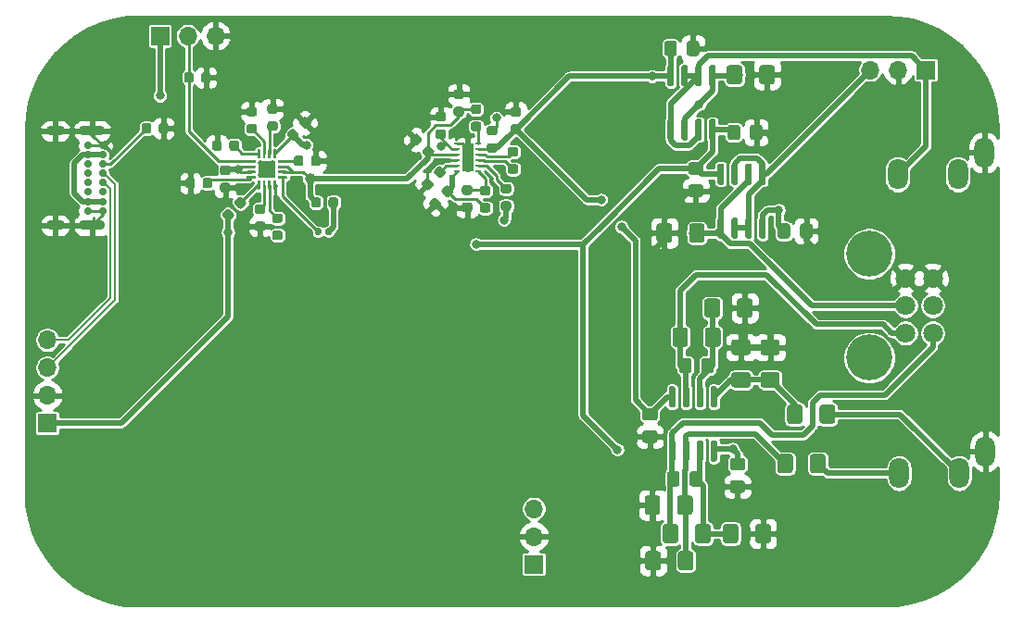
<source format=gbr>
%TF.GenerationSoftware,KiCad,Pcbnew,(5.1.8)-1*%
%TF.CreationDate,2021-03-14T21:45:14-06:00*%
%TF.ProjectId,Audio Card,41756469-6f20-4436-9172-642e6b696361,rev?*%
%TF.SameCoordinates,Original*%
%TF.FileFunction,Copper,L1,Top*%
%TF.FilePolarity,Positive*%
%FSLAX46Y46*%
G04 Gerber Fmt 4.6, Leading zero omitted, Abs format (unit mm)*
G04 Created by KiCad (PCBNEW (5.1.8)-1) date 2021-03-14 21:45:14*
%MOMM*%
%LPD*%
G01*
G04 APERTURE LIST*
%TA.AperFunction,ComponentPad*%
%ADD10C,0.500000*%
%TD*%
%TA.AperFunction,ComponentPad*%
%ADD11O,1.700000X1.700000*%
%TD*%
%TA.AperFunction,ComponentPad*%
%ADD12R,1.700000X1.700000*%
%TD*%
%TA.AperFunction,ComponentPad*%
%ADD13O,1.700000X0.900000*%
%TD*%
%TA.AperFunction,ComponentPad*%
%ADD14O,2.400000X0.900000*%
%TD*%
%TA.AperFunction,ComponentPad*%
%ADD15C,0.700000*%
%TD*%
%TA.AperFunction,SMDPad,CuDef*%
%ADD16R,1.000000X2.650000*%
%TD*%
%TA.AperFunction,ComponentPad*%
%ADD17C,0.600000*%
%TD*%
%TA.AperFunction,SMDPad,CuDef*%
%ADD18R,0.500000X0.250000*%
%TD*%
%TA.AperFunction,ComponentPad*%
%ADD19C,4.200000*%
%TD*%
%TA.AperFunction,ComponentPad*%
%ADD20C,1.800000*%
%TD*%
%TA.AperFunction,ComponentPad*%
%ADD21O,1.800000X2.800000*%
%TD*%
%TA.AperFunction,ViaPad*%
%ADD22C,0.600000*%
%TD*%
%TA.AperFunction,ViaPad*%
%ADD23C,0.800000*%
%TD*%
%TA.AperFunction,ViaPad*%
%ADD24C,1.000000*%
%TD*%
%TA.AperFunction,Conductor*%
%ADD25C,0.500000*%
%TD*%
%TA.AperFunction,Conductor*%
%ADD26C,0.250000*%
%TD*%
%TA.AperFunction,Conductor*%
%ADD27C,0.200000*%
%TD*%
%TA.AperFunction,Conductor*%
%ADD28C,0.254000*%
%TD*%
%TA.AperFunction,Conductor*%
%ADD29C,0.100000*%
%TD*%
G04 APERTURE END LIST*
%TO.P,U9,16*%
%TO.N,Net-(R20-Pad1)*%
%TA.AperFunction,SMDPad,CuDef*%
G36*
G01*
X176664200Y-56995100D02*
X176664200Y-56245100D01*
G75*
G02*
X176726700Y-56182600I62500J0D01*
G01*
X176851700Y-56182600D01*
G75*
G02*
X176914200Y-56245100I0J-62500D01*
G01*
X176914200Y-56995100D01*
G75*
G02*
X176851700Y-57057600I-62500J0D01*
G01*
X176726700Y-57057600D01*
G75*
G02*
X176664200Y-56995100I0J62500D01*
G01*
G37*
%TD.AperFunction*%
%TO.P,U9,15*%
%TO.N,Net-(R12-Pad1)*%
%TA.AperFunction,SMDPad,CuDef*%
G36*
G01*
X177164200Y-56995100D02*
X177164200Y-56245100D01*
G75*
G02*
X177226700Y-56182600I62500J0D01*
G01*
X177351700Y-56182600D01*
G75*
G02*
X177414200Y-56245100I0J-62500D01*
G01*
X177414200Y-56995100D01*
G75*
G02*
X177351700Y-57057600I-62500J0D01*
G01*
X177226700Y-57057600D01*
G75*
G02*
X177164200Y-56995100I0J62500D01*
G01*
G37*
%TD.AperFunction*%
%TO.P,U9,14*%
%TO.N,Net-(R14-Pad1)*%
%TA.AperFunction,SMDPad,CuDef*%
G36*
G01*
X177664200Y-56995100D02*
X177664200Y-56245100D01*
G75*
G02*
X177726700Y-56182600I62500J0D01*
G01*
X177851700Y-56182600D01*
G75*
G02*
X177914200Y-56245100I0J-62500D01*
G01*
X177914200Y-56995100D01*
G75*
G02*
X177851700Y-57057600I-62500J0D01*
G01*
X177726700Y-57057600D01*
G75*
G02*
X177664200Y-56995100I0J62500D01*
G01*
G37*
%TD.AperFunction*%
%TO.P,U9,13*%
%TO.N,VIN*%
%TA.AperFunction,SMDPad,CuDef*%
G36*
G01*
X178164200Y-56995100D02*
X178164200Y-56245100D01*
G75*
G02*
X178226700Y-56182600I62500J0D01*
G01*
X178351700Y-56182600D01*
G75*
G02*
X178414200Y-56245100I0J-62500D01*
G01*
X178414200Y-56995100D01*
G75*
G02*
X178351700Y-57057600I-62500J0D01*
G01*
X178226700Y-57057600D01*
G75*
G02*
X178164200Y-56995100I0J62500D01*
G01*
G37*
%TD.AperFunction*%
%TO.P,U9,12*%
%TO.N,Net-(R18-Pad1)*%
%TA.AperFunction,SMDPad,CuDef*%
G36*
G01*
X178539200Y-57370100D02*
X178539200Y-57245100D01*
G75*
G02*
X178601700Y-57182600I62500J0D01*
G01*
X179351700Y-57182600D01*
G75*
G02*
X179414200Y-57245100I0J-62500D01*
G01*
X179414200Y-57370100D01*
G75*
G02*
X179351700Y-57432600I-62500J0D01*
G01*
X178601700Y-57432600D01*
G75*
G02*
X178539200Y-57370100I0J62500D01*
G01*
G37*
%TD.AperFunction*%
%TO.P,U9,11*%
%TO.N,VOUT*%
%TA.AperFunction,SMDPad,CuDef*%
G36*
G01*
X178539200Y-57870100D02*
X178539200Y-57745100D01*
G75*
G02*
X178601700Y-57682600I62500J0D01*
G01*
X179351700Y-57682600D01*
G75*
G02*
X179414200Y-57745100I0J-62500D01*
G01*
X179414200Y-57870100D01*
G75*
G02*
X179351700Y-57932600I-62500J0D01*
G01*
X178601700Y-57932600D01*
G75*
G02*
X178539200Y-57870100I0J62500D01*
G01*
G37*
%TD.AperFunction*%
%TO.P,U9,10*%
%TA.AperFunction,SMDPad,CuDef*%
G36*
G01*
X178539200Y-58370100D02*
X178539200Y-58245100D01*
G75*
G02*
X178601700Y-58182600I62500J0D01*
G01*
X179351700Y-58182600D01*
G75*
G02*
X179414200Y-58245100I0J-62500D01*
G01*
X179414200Y-58370100D01*
G75*
G02*
X179351700Y-58432600I-62500J0D01*
G01*
X178601700Y-58432600D01*
G75*
G02*
X178539200Y-58370100I0J62500D01*
G01*
G37*
%TD.AperFunction*%
%TO.P,U9,9*%
%TO.N,Net-(D1-Pad1)*%
%TA.AperFunction,SMDPad,CuDef*%
G36*
G01*
X178539200Y-58870100D02*
X178539200Y-58745100D01*
G75*
G02*
X178601700Y-58682600I62500J0D01*
G01*
X179351700Y-58682600D01*
G75*
G02*
X179414200Y-58745100I0J-62500D01*
G01*
X179414200Y-58870100D01*
G75*
G02*
X179351700Y-58932600I-62500J0D01*
G01*
X178601700Y-58932600D01*
G75*
G02*
X178539200Y-58870100I0J62500D01*
G01*
G37*
%TD.AperFunction*%
%TO.P,U9,8*%
%TO.N,GND*%
%TA.AperFunction,SMDPad,CuDef*%
G36*
G01*
X178164200Y-59870100D02*
X178164200Y-59120100D01*
G75*
G02*
X178226700Y-59057600I62500J0D01*
G01*
X178351700Y-59057600D01*
G75*
G02*
X178414200Y-59120100I0J-62500D01*
G01*
X178414200Y-59870100D01*
G75*
G02*
X178351700Y-59932600I-62500J0D01*
G01*
X178226700Y-59932600D01*
G75*
G02*
X178164200Y-59870100I0J62500D01*
G01*
G37*
%TD.AperFunction*%
%TO.P,U9,7*%
%TO.N,Net-(R19-Pad2)*%
%TA.AperFunction,SMDPad,CuDef*%
G36*
G01*
X177664200Y-59870100D02*
X177664200Y-59120100D01*
G75*
G02*
X177726700Y-59057600I62500J0D01*
G01*
X177851700Y-59057600D01*
G75*
G02*
X177914200Y-59120100I0J-62500D01*
G01*
X177914200Y-59870100D01*
G75*
G02*
X177851700Y-59932600I-62500J0D01*
G01*
X177726700Y-59932600D01*
G75*
G02*
X177664200Y-59870100I0J62500D01*
G01*
G37*
%TD.AperFunction*%
%TO.P,U9,6*%
%TO.N,Net-(R15-Pad1)*%
%TA.AperFunction,SMDPad,CuDef*%
G36*
G01*
X177164200Y-59870100D02*
X177164200Y-59120100D01*
G75*
G02*
X177226700Y-59057600I62500J0D01*
G01*
X177351700Y-59057600D01*
G75*
G02*
X177414200Y-59120100I0J-62500D01*
G01*
X177414200Y-59870100D01*
G75*
G02*
X177351700Y-59932600I-62500J0D01*
G01*
X177226700Y-59932600D01*
G75*
G02*
X177164200Y-59870100I0J62500D01*
G01*
G37*
%TD.AperFunction*%
%TO.P,U9,5*%
%TO.N,Net-(R16-Pad1)*%
%TA.AperFunction,SMDPad,CuDef*%
G36*
G01*
X176664200Y-59870100D02*
X176664200Y-59120100D01*
G75*
G02*
X176726700Y-59057600I62500J0D01*
G01*
X176851700Y-59057600D01*
G75*
G02*
X176914200Y-59120100I0J-62500D01*
G01*
X176914200Y-59870100D01*
G75*
G02*
X176851700Y-59932600I-62500J0D01*
G01*
X176726700Y-59932600D01*
G75*
G02*
X176664200Y-59870100I0J62500D01*
G01*
G37*
%TD.AperFunction*%
%TO.P,U9,4*%
%TO.N,Net-(R13-Pad1)*%
%TA.AperFunction,SMDPad,CuDef*%
G36*
G01*
X175664200Y-58870100D02*
X175664200Y-58745100D01*
G75*
G02*
X175726700Y-58682600I62500J0D01*
G01*
X176476700Y-58682600D01*
G75*
G02*
X176539200Y-58745100I0J-62500D01*
G01*
X176539200Y-58870100D01*
G75*
G02*
X176476700Y-58932600I-62500J0D01*
G01*
X175726700Y-58932600D01*
G75*
G02*
X175664200Y-58870100I0J62500D01*
G01*
G37*
%TD.AperFunction*%
%TO.P,U9,3*%
%TO.N,+BATT*%
%TA.AperFunction,SMDPad,CuDef*%
G36*
G01*
X175664200Y-58370100D02*
X175664200Y-58245100D01*
G75*
G02*
X175726700Y-58182600I62500J0D01*
G01*
X176476700Y-58182600D01*
G75*
G02*
X176539200Y-58245100I0J-62500D01*
G01*
X176539200Y-58370100D01*
G75*
G02*
X176476700Y-58432600I-62500J0D01*
G01*
X175726700Y-58432600D01*
G75*
G02*
X175664200Y-58370100I0J62500D01*
G01*
G37*
%TD.AperFunction*%
%TO.P,U9,2*%
%TA.AperFunction,SMDPad,CuDef*%
G36*
G01*
X175664200Y-57870100D02*
X175664200Y-57745100D01*
G75*
G02*
X175726700Y-57682600I62500J0D01*
G01*
X176476700Y-57682600D01*
G75*
G02*
X176539200Y-57745100I0J-62500D01*
G01*
X176539200Y-57870100D01*
G75*
G02*
X176476700Y-57932600I-62500J0D01*
G01*
X175726700Y-57932600D01*
G75*
G02*
X175664200Y-57870100I0J62500D01*
G01*
G37*
%TD.AperFunction*%
%TO.P,U9,1*%
%TO.N,NTC_Therm*%
%TA.AperFunction,SMDPad,CuDef*%
G36*
G01*
X175664200Y-57370100D02*
X175664200Y-57245100D01*
G75*
G02*
X175726700Y-57182600I62500J0D01*
G01*
X176476700Y-57182600D01*
G75*
G02*
X176539200Y-57245100I0J-62500D01*
G01*
X176539200Y-57370100D01*
G75*
G02*
X176476700Y-57432600I-62500J0D01*
G01*
X175726700Y-57432600D01*
G75*
G02*
X175664200Y-57370100I0J62500D01*
G01*
G37*
%TD.AperFunction*%
D10*
%TO.P,U9,17*%
%TO.N,GND*%
X178089200Y-58607600D03*
X176989200Y-58607600D03*
X178089200Y-57507600D03*
X176989200Y-57507600D03*
%TA.AperFunction,SMDPad,CuDef*%
G36*
G01*
X176739200Y-58607600D02*
X176739200Y-57507600D01*
G75*
G02*
X176989200Y-57257600I250000J0D01*
G01*
X178089200Y-57257600D01*
G75*
G02*
X178339200Y-57507600I0J-250000D01*
G01*
X178339200Y-58607600D01*
G75*
G02*
X178089200Y-58857600I-250000J0D01*
G01*
X176989200Y-58857600D01*
G75*
G02*
X176739200Y-58607600I0J250000D01*
G01*
G37*
%TD.AperFunction*%
%TD*%
D11*
%TO.P,J6,3*%
%TO.N,/Headphone amp/ampInL*%
X201930000Y-89090500D03*
%TO.P,J6,2*%
%TO.N,GND*%
X201930000Y-91630500D03*
D12*
%TO.P,J6,1*%
%TO.N,/Headphone amp/ampInR*%
X201930000Y-94170500D03*
%TD*%
%TO.P,C22,2*%
%TO.N,GND*%
%TA.AperFunction,SMDPad,CuDef*%
G36*
G01*
X216275499Y-59441500D02*
X217175501Y-59441500D01*
G75*
G02*
X217425500Y-59691499I0J-249999D01*
G01*
X217425500Y-60341501D01*
G75*
G02*
X217175501Y-60591500I-249999J0D01*
G01*
X216275499Y-60591500D01*
G75*
G02*
X216025500Y-60341501I0J249999D01*
G01*
X216025500Y-59691499D01*
G75*
G02*
X216275499Y-59441500I249999J0D01*
G01*
G37*
%TD.AperFunction*%
%TO.P,C22,1*%
%TO.N,/Headphone amp/-2V*%
%TA.AperFunction,SMDPad,CuDef*%
G36*
G01*
X216275499Y-57391500D02*
X217175501Y-57391500D01*
G75*
G02*
X217425500Y-57641499I0J-249999D01*
G01*
X217425500Y-58291501D01*
G75*
G02*
X217175501Y-58541500I-249999J0D01*
G01*
X216275499Y-58541500D01*
G75*
G02*
X216025500Y-58291501I0J249999D01*
G01*
X216025500Y-57641499D01*
G75*
G02*
X216275499Y-57391500I249999J0D01*
G01*
G37*
%TD.AperFunction*%
%TD*%
%TO.P,C21,2*%
%TO.N,GND*%
%TA.AperFunction,SMDPad,CuDef*%
G36*
G01*
X226247000Y-64140501D02*
X226247000Y-63240499D01*
G75*
G02*
X226496999Y-62990500I249999J0D01*
G01*
X227147001Y-62990500D01*
G75*
G02*
X227397000Y-63240499I0J-249999D01*
G01*
X227397000Y-64140501D01*
G75*
G02*
X227147001Y-64390500I-249999J0D01*
G01*
X226496999Y-64390500D01*
G75*
G02*
X226247000Y-64140501I0J249999D01*
G01*
G37*
%TD.AperFunction*%
%TO.P,C21,1*%
%TO.N,/Headphone amp/+2V*%
%TA.AperFunction,SMDPad,CuDef*%
G36*
G01*
X224197000Y-64140501D02*
X224197000Y-63240499D01*
G75*
G02*
X224446999Y-62990500I249999J0D01*
G01*
X225097001Y-62990500D01*
G75*
G02*
X225347000Y-63240499I0J-249999D01*
G01*
X225347000Y-64140501D01*
G75*
G02*
X225097001Y-64390500I-249999J0D01*
G01*
X224446999Y-64390500D01*
G75*
G02*
X224197000Y-64140501I0J249999D01*
G01*
G37*
%TD.AperFunction*%
%TD*%
%TO.P,C20,2*%
%TO.N,GND*%
%TA.AperFunction,SMDPad,CuDef*%
G36*
G01*
X221675000Y-55123501D02*
X221675000Y-54223499D01*
G75*
G02*
X221924999Y-53973500I249999J0D01*
G01*
X222575001Y-53973500D01*
G75*
G02*
X222825000Y-54223499I0J-249999D01*
G01*
X222825000Y-55123501D01*
G75*
G02*
X222575001Y-55373500I-249999J0D01*
G01*
X221924999Y-55373500D01*
G75*
G02*
X221675000Y-55123501I0J249999D01*
G01*
G37*
%TD.AperFunction*%
%TO.P,C20,1*%
%TO.N,/Headphone amp/-2V*%
%TA.AperFunction,SMDPad,CuDef*%
G36*
G01*
X219625000Y-55123501D02*
X219625000Y-54223499D01*
G75*
G02*
X219874999Y-53973500I249999J0D01*
G01*
X220525001Y-53973500D01*
G75*
G02*
X220775000Y-54223499I0J-249999D01*
G01*
X220775000Y-55123501D01*
G75*
G02*
X220525001Y-55373500I-249999J0D01*
G01*
X219874999Y-55373500D01*
G75*
G02*
X219625000Y-55123501I0J249999D01*
G01*
G37*
%TD.AperFunction*%
%TD*%
%TO.P,C19,2*%
%TO.N,GND*%
%TA.AperFunction,SMDPad,CuDef*%
G36*
G01*
X220085499Y-86501500D02*
X220985501Y-86501500D01*
G75*
G02*
X221235500Y-86751499I0J-249999D01*
G01*
X221235500Y-87401501D01*
G75*
G02*
X220985501Y-87651500I-249999J0D01*
G01*
X220085499Y-87651500D01*
G75*
G02*
X219835500Y-87401501I0J249999D01*
G01*
X219835500Y-86751499D01*
G75*
G02*
X220085499Y-86501500I249999J0D01*
G01*
G37*
%TD.AperFunction*%
%TO.P,C19,1*%
%TO.N,/Headphone amp/-2V*%
%TA.AperFunction,SMDPad,CuDef*%
G36*
G01*
X220085499Y-84451500D02*
X220985501Y-84451500D01*
G75*
G02*
X221235500Y-84701499I0J-249999D01*
G01*
X221235500Y-85351501D01*
G75*
G02*
X220985501Y-85601500I-249999J0D01*
G01*
X220085499Y-85601500D01*
G75*
G02*
X219835500Y-85351501I0J249999D01*
G01*
X219835500Y-84701499D01*
G75*
G02*
X220085499Y-84451500I249999J0D01*
G01*
G37*
%TD.AperFunction*%
%TD*%
%TO.P,C18,2*%
%TO.N,GND*%
%TA.AperFunction,SMDPad,CuDef*%
G36*
G01*
X212084499Y-81929500D02*
X212984501Y-81929500D01*
G75*
G02*
X213234500Y-82179499I0J-249999D01*
G01*
X213234500Y-82829501D01*
G75*
G02*
X212984501Y-83079500I-249999J0D01*
G01*
X212084499Y-83079500D01*
G75*
G02*
X211834500Y-82829501I0J249999D01*
G01*
X211834500Y-82179499D01*
G75*
G02*
X212084499Y-81929500I249999J0D01*
G01*
G37*
%TD.AperFunction*%
%TO.P,C18,1*%
%TO.N,/Headphone amp/+2V*%
%TA.AperFunction,SMDPad,CuDef*%
G36*
G01*
X212084499Y-79879500D02*
X212984501Y-79879500D01*
G75*
G02*
X213234500Y-80129499I0J-249999D01*
G01*
X213234500Y-80779501D01*
G75*
G02*
X212984501Y-81029500I-249999J0D01*
G01*
X212084499Y-81029500D01*
G75*
G02*
X211834500Y-80779501I0J249999D01*
G01*
X211834500Y-80129499D01*
G75*
G02*
X212084499Y-79879500I249999J0D01*
G01*
G37*
%TD.AperFunction*%
%TD*%
%TO.P,C17,2*%
%TO.N,GND*%
%TA.AperFunction,SMDPad,CuDef*%
G36*
G01*
X215905500Y-47440001D02*
X215905500Y-46539999D01*
G75*
G02*
X216155499Y-46290000I249999J0D01*
G01*
X216805501Y-46290000D01*
G75*
G02*
X217055500Y-46539999I0J-249999D01*
G01*
X217055500Y-47440001D01*
G75*
G02*
X216805501Y-47690000I-249999J0D01*
G01*
X216155499Y-47690000D01*
G75*
G02*
X215905500Y-47440001I0J249999D01*
G01*
G37*
%TD.AperFunction*%
%TO.P,C17,1*%
%TO.N,/Headphone amp/+2V*%
%TA.AperFunction,SMDPad,CuDef*%
G36*
G01*
X213855500Y-47440001D02*
X213855500Y-46539999D01*
G75*
G02*
X214105499Y-46290000I249999J0D01*
G01*
X214755501Y-46290000D01*
G75*
G02*
X215005500Y-46539999I0J-249999D01*
G01*
X215005500Y-47440001D01*
G75*
G02*
X214755501Y-47690000I-249999J0D01*
G01*
X214105499Y-47690000D01*
G75*
G02*
X213855500Y-47440001I0J249999D01*
G01*
G37*
%TD.AperFunction*%
%TD*%
%TO.P,C4,2*%
%TO.N,Net-(C4-Pad2)*%
%TA.AperFunction,SMDPad,CuDef*%
G36*
G01*
X216339000Y-75559499D02*
X216339000Y-76459501D01*
G75*
G02*
X216089001Y-76709500I-249999J0D01*
G01*
X215438999Y-76709500D01*
G75*
G02*
X215189000Y-76459501I0J249999D01*
G01*
X215189000Y-75559499D01*
G75*
G02*
X215438999Y-75309500I249999J0D01*
G01*
X216089001Y-75309500D01*
G75*
G02*
X216339000Y-75559499I0J-249999D01*
G01*
G37*
%TD.AperFunction*%
%TO.P,C4,1*%
%TO.N,Net-(C4-Pad1)*%
%TA.AperFunction,SMDPad,CuDef*%
G36*
G01*
X218389000Y-75559499D02*
X218389000Y-76459501D01*
G75*
G02*
X218139001Y-76709500I-249999J0D01*
G01*
X217488999Y-76709500D01*
G75*
G02*
X217239000Y-76459501I0J249999D01*
G01*
X217239000Y-75559499D01*
G75*
G02*
X217488999Y-75309500I249999J0D01*
G01*
X218139001Y-75309500D01*
G75*
G02*
X218389000Y-75559499I0J-249999D01*
G01*
G37*
%TD.AperFunction*%
%TD*%
%TO.P,C2,2*%
%TO.N,Net-(C2-Pad2)*%
%TA.AperFunction,SMDPad,CuDef*%
G36*
G01*
X215259500Y-85909999D02*
X215259500Y-86810001D01*
G75*
G02*
X215009501Y-87060000I-249999J0D01*
G01*
X214359499Y-87060000D01*
G75*
G02*
X214109500Y-86810001I0J249999D01*
G01*
X214109500Y-85909999D01*
G75*
G02*
X214359499Y-85660000I249999J0D01*
G01*
X215009501Y-85660000D01*
G75*
G02*
X215259500Y-85909999I0J-249999D01*
G01*
G37*
%TD.AperFunction*%
%TO.P,C2,1*%
%TO.N,Net-(C2-Pad1)*%
%TA.AperFunction,SMDPad,CuDef*%
G36*
G01*
X217309500Y-85909999D02*
X217309500Y-86810001D01*
G75*
G02*
X217059501Y-87060000I-249999J0D01*
G01*
X216409499Y-87060000D01*
G75*
G02*
X216159500Y-86810001I0J249999D01*
G01*
X216159500Y-85909999D01*
G75*
G02*
X216409499Y-85660000I249999J0D01*
G01*
X217059501Y-85660000D01*
G75*
G02*
X217309500Y-85909999I0J-249999D01*
G01*
G37*
%TD.AperFunction*%
%TD*%
%TO.P,R10,2*%
%TO.N,Net-(R10-Pad2)*%
%TA.AperFunction,SMDPad,CuDef*%
G36*
G01*
X216118500Y-64506000D02*
X216118500Y-63256000D01*
G75*
G02*
X216368500Y-63006000I250000J0D01*
G01*
X217293500Y-63006000D01*
G75*
G02*
X217543500Y-63256000I0J-250000D01*
G01*
X217543500Y-64506000D01*
G75*
G02*
X217293500Y-64756000I-250000J0D01*
G01*
X216368500Y-64756000D01*
G75*
G02*
X216118500Y-64506000I0J250000D01*
G01*
G37*
%TD.AperFunction*%
%TO.P,R10,1*%
%TO.N,GND*%
%TA.AperFunction,SMDPad,CuDef*%
G36*
G01*
X213143500Y-64506000D02*
X213143500Y-63256000D01*
G75*
G02*
X213393500Y-63006000I250000J0D01*
G01*
X214318500Y-63006000D01*
G75*
G02*
X214568500Y-63256000I0J-250000D01*
G01*
X214568500Y-64506000D01*
G75*
G02*
X214318500Y-64756000I-250000J0D01*
G01*
X213393500Y-64756000D01*
G75*
G02*
X213143500Y-64506000I0J250000D01*
G01*
G37*
%TD.AperFunction*%
%TD*%
%TO.P,R6,2*%
%TO.N,/Headphone amp/ampInL*%
%TA.AperFunction,SMDPad,CuDef*%
G36*
G01*
X228041500Y-81079500D02*
X228041500Y-79829500D01*
G75*
G02*
X228291500Y-79579500I250000J0D01*
G01*
X229216500Y-79579500D01*
G75*
G02*
X229466500Y-79829500I0J-250000D01*
G01*
X229466500Y-81079500D01*
G75*
G02*
X229216500Y-81329500I-250000J0D01*
G01*
X228291500Y-81329500D01*
G75*
G02*
X228041500Y-81079500I0J250000D01*
G01*
G37*
%TD.AperFunction*%
%TO.P,R6,1*%
%TO.N,Net-(C3-Pad1)*%
%TA.AperFunction,SMDPad,CuDef*%
G36*
G01*
X225066500Y-81079500D02*
X225066500Y-79829500D01*
G75*
G02*
X225316500Y-79579500I250000J0D01*
G01*
X226241500Y-79579500D01*
G75*
G02*
X226491500Y-79829500I0J-250000D01*
G01*
X226491500Y-81079500D01*
G75*
G02*
X226241500Y-81329500I-250000J0D01*
G01*
X225316500Y-81329500D01*
G75*
G02*
X225066500Y-81079500I0J250000D01*
G01*
G37*
%TD.AperFunction*%
%TD*%
%TO.P,R5,2*%
%TO.N,Net-(R5-Pad2)*%
%TA.AperFunction,SMDPad,CuDef*%
G36*
G01*
X220967000Y-48778000D02*
X220967000Y-50028000D01*
G75*
G02*
X220717000Y-50278000I-250000J0D01*
G01*
X219792000Y-50278000D01*
G75*
G02*
X219542000Y-50028000I0J250000D01*
G01*
X219542000Y-48778000D01*
G75*
G02*
X219792000Y-48528000I250000J0D01*
G01*
X220717000Y-48528000D01*
G75*
G02*
X220967000Y-48778000I0J-250000D01*
G01*
G37*
%TD.AperFunction*%
%TO.P,R5,1*%
%TO.N,GND*%
%TA.AperFunction,SMDPad,CuDef*%
G36*
G01*
X223942000Y-48778000D02*
X223942000Y-50028000D01*
G75*
G02*
X223692000Y-50278000I-250000J0D01*
G01*
X222767000Y-50278000D01*
G75*
G02*
X222517000Y-50028000I0J250000D01*
G01*
X222517000Y-48778000D01*
G75*
G02*
X222767000Y-48528000I250000J0D01*
G01*
X223692000Y-48528000D01*
G75*
G02*
X223942000Y-48778000I0J-250000D01*
G01*
G37*
%TD.AperFunction*%
%TD*%
%TO.P,R1,2*%
%TO.N,/Headphone amp/ampInR*%
%TA.AperFunction,SMDPad,CuDef*%
G36*
G01*
X227152500Y-85588000D02*
X227152500Y-84338000D01*
G75*
G02*
X227402500Y-84088000I250000J0D01*
G01*
X228327500Y-84088000D01*
G75*
G02*
X228577500Y-84338000I0J-250000D01*
G01*
X228577500Y-85588000D01*
G75*
G02*
X228327500Y-85838000I-250000J0D01*
G01*
X227402500Y-85838000D01*
G75*
G02*
X227152500Y-85588000I0J250000D01*
G01*
G37*
%TD.AperFunction*%
%TO.P,R1,1*%
%TO.N,Net-(C1-Pad1)*%
%TA.AperFunction,SMDPad,CuDef*%
G36*
G01*
X224177500Y-85588000D02*
X224177500Y-84338000D01*
G75*
G02*
X224427500Y-84088000I250000J0D01*
G01*
X225352500Y-84088000D01*
G75*
G02*
X225602500Y-84338000I0J-250000D01*
G01*
X225602500Y-85588000D01*
G75*
G02*
X225352500Y-85838000I-250000J0D01*
G01*
X224427500Y-85838000D01*
G75*
G02*
X224177500Y-85588000I0J250000D01*
G01*
G37*
%TD.AperFunction*%
%TD*%
%TO.P,C3,2*%
%TO.N,GND*%
%TA.AperFunction,SMDPad,CuDef*%
G36*
G01*
X221478000Y-75044000D02*
X220228000Y-75044000D01*
G75*
G02*
X219978000Y-74794000I0J250000D01*
G01*
X219978000Y-73869000D01*
G75*
G02*
X220228000Y-73619000I250000J0D01*
G01*
X221478000Y-73619000D01*
G75*
G02*
X221728000Y-73869000I0J-250000D01*
G01*
X221728000Y-74794000D01*
G75*
G02*
X221478000Y-75044000I-250000J0D01*
G01*
G37*
%TD.AperFunction*%
%TO.P,C3,1*%
%TO.N,Net-(C3-Pad1)*%
%TA.AperFunction,SMDPad,CuDef*%
G36*
G01*
X221478000Y-78019000D02*
X220228000Y-78019000D01*
G75*
G02*
X219978000Y-77769000I0J250000D01*
G01*
X219978000Y-76844000D01*
G75*
G02*
X220228000Y-76594000I250000J0D01*
G01*
X221478000Y-76594000D01*
G75*
G02*
X221728000Y-76844000I0J-250000D01*
G01*
X221728000Y-77769000D01*
G75*
G02*
X221478000Y-78019000I-250000J0D01*
G01*
G37*
%TD.AperFunction*%
%TD*%
%TO.P,C1,2*%
%TO.N,GND*%
%TA.AperFunction,SMDPad,CuDef*%
G36*
G01*
X213474000Y-88148000D02*
X213474000Y-89398000D01*
G75*
G02*
X213224000Y-89648000I-250000J0D01*
G01*
X212299000Y-89648000D01*
G75*
G02*
X212049000Y-89398000I0J250000D01*
G01*
X212049000Y-88148000D01*
G75*
G02*
X212299000Y-87898000I250000J0D01*
G01*
X213224000Y-87898000D01*
G75*
G02*
X213474000Y-88148000I0J-250000D01*
G01*
G37*
%TD.AperFunction*%
%TO.P,C1,1*%
%TO.N,Net-(C1-Pad1)*%
%TA.AperFunction,SMDPad,CuDef*%
G36*
G01*
X216449000Y-88148000D02*
X216449000Y-89398000D01*
G75*
G02*
X216199000Y-89648000I-250000J0D01*
G01*
X215274000Y-89648000D01*
G75*
G02*
X215024000Y-89398000I0J250000D01*
G01*
X215024000Y-88148000D01*
G75*
G02*
X215274000Y-87898000I250000J0D01*
G01*
X216199000Y-87898000D01*
G75*
G02*
X216449000Y-88148000I0J-250000D01*
G01*
G37*
%TD.AperFunction*%
%TD*%
%TO.P,R9,2*%
%TO.N,GND*%
%TA.AperFunction,SMDPad,CuDef*%
G36*
G01*
X220485000Y-71364000D02*
X220485000Y-70114000D01*
G75*
G02*
X220735000Y-69864000I250000J0D01*
G01*
X221660000Y-69864000D01*
G75*
G02*
X221910000Y-70114000I0J-250000D01*
G01*
X221910000Y-71364000D01*
G75*
G02*
X221660000Y-71614000I-250000J0D01*
G01*
X220735000Y-71614000D01*
G75*
G02*
X220485000Y-71364000I0J250000D01*
G01*
G37*
%TD.AperFunction*%
%TO.P,R9,1*%
%TO.N,Net-(C4-Pad1)*%
%TA.AperFunction,SMDPad,CuDef*%
G36*
G01*
X217510000Y-71364000D02*
X217510000Y-70114000D01*
G75*
G02*
X217760000Y-69864000I250000J0D01*
G01*
X218685000Y-69864000D01*
G75*
G02*
X218935000Y-70114000I0J-250000D01*
G01*
X218935000Y-71364000D01*
G75*
G02*
X218685000Y-71614000I-250000J0D01*
G01*
X217760000Y-71614000D01*
G75*
G02*
X217510000Y-71364000I0J250000D01*
G01*
G37*
%TD.AperFunction*%
%TD*%
%TO.P,R8,2*%
%TO.N,Net-(C4-Pad1)*%
%TA.AperFunction,SMDPad,CuDef*%
G36*
G01*
X217564000Y-74031000D02*
X217564000Y-72781000D01*
G75*
G02*
X217814000Y-72531000I250000J0D01*
G01*
X218739000Y-72531000D01*
G75*
G02*
X218989000Y-72781000I0J-250000D01*
G01*
X218989000Y-74031000D01*
G75*
G02*
X218739000Y-74281000I-250000J0D01*
G01*
X217814000Y-74281000D01*
G75*
G02*
X217564000Y-74031000I0J250000D01*
G01*
G37*
%TD.AperFunction*%
%TO.P,R8,1*%
%TO.N,Net-(C4-Pad2)*%
%TA.AperFunction,SMDPad,CuDef*%
G36*
G01*
X214589000Y-74031000D02*
X214589000Y-72781000D01*
G75*
G02*
X214839000Y-72531000I250000J0D01*
G01*
X215764000Y-72531000D01*
G75*
G02*
X216014000Y-72781000I0J-250000D01*
G01*
X216014000Y-74031000D01*
G75*
G02*
X215764000Y-74281000I-250000J0D01*
G01*
X214839000Y-74281000D01*
G75*
G02*
X214589000Y-74031000I0J250000D01*
G01*
G37*
%TD.AperFunction*%
%TD*%
%TO.P,R7,2*%
%TO.N,Net-(C3-Pad1)*%
%TA.AperFunction,SMDPad,CuDef*%
G36*
G01*
X222895000Y-76594000D02*
X224145000Y-76594000D01*
G75*
G02*
X224395000Y-76844000I0J-250000D01*
G01*
X224395000Y-77769000D01*
G75*
G02*
X224145000Y-78019000I-250000J0D01*
G01*
X222895000Y-78019000D01*
G75*
G02*
X222645000Y-77769000I0J250000D01*
G01*
X222645000Y-76844000D01*
G75*
G02*
X222895000Y-76594000I250000J0D01*
G01*
G37*
%TD.AperFunction*%
%TO.P,R7,1*%
%TO.N,GND*%
%TA.AperFunction,SMDPad,CuDef*%
G36*
G01*
X222895000Y-73619000D02*
X224145000Y-73619000D01*
G75*
G02*
X224395000Y-73869000I0J-250000D01*
G01*
X224395000Y-74794000D01*
G75*
G02*
X224145000Y-75044000I-250000J0D01*
G01*
X222895000Y-75044000D01*
G75*
G02*
X222645000Y-74794000I0J250000D01*
G01*
X222645000Y-73869000D01*
G75*
G02*
X222895000Y-73619000I250000J0D01*
G01*
G37*
%TD.AperFunction*%
%TD*%
%TO.P,R4,2*%
%TO.N,GND*%
%TA.AperFunction,SMDPad,CuDef*%
G36*
G01*
X222163000Y-92001500D02*
X222163000Y-90751500D01*
G75*
G02*
X222413000Y-90501500I250000J0D01*
G01*
X223338000Y-90501500D01*
G75*
G02*
X223588000Y-90751500I0J-250000D01*
G01*
X223588000Y-92001500D01*
G75*
G02*
X223338000Y-92251500I-250000J0D01*
G01*
X222413000Y-92251500D01*
G75*
G02*
X222163000Y-92001500I0J250000D01*
G01*
G37*
%TD.AperFunction*%
%TO.P,R4,1*%
%TO.N,Net-(C2-Pad1)*%
%TA.AperFunction,SMDPad,CuDef*%
G36*
G01*
X219188000Y-92001500D02*
X219188000Y-90751500D01*
G75*
G02*
X219438000Y-90501500I250000J0D01*
G01*
X220363000Y-90501500D01*
G75*
G02*
X220613000Y-90751500I0J-250000D01*
G01*
X220613000Y-92001500D01*
G75*
G02*
X220363000Y-92251500I-250000J0D01*
G01*
X219438000Y-92251500D01*
G75*
G02*
X219188000Y-92001500I0J250000D01*
G01*
G37*
%TD.AperFunction*%
%TD*%
%TO.P,R3,2*%
%TO.N,Net-(C2-Pad1)*%
%TA.AperFunction,SMDPad,CuDef*%
G36*
G01*
X216675000Y-92001500D02*
X216675000Y-90751500D01*
G75*
G02*
X216925000Y-90501500I250000J0D01*
G01*
X217850000Y-90501500D01*
G75*
G02*
X218100000Y-90751500I0J-250000D01*
G01*
X218100000Y-92001500D01*
G75*
G02*
X217850000Y-92251500I-250000J0D01*
G01*
X216925000Y-92251500D01*
G75*
G02*
X216675000Y-92001500I0J250000D01*
G01*
G37*
%TD.AperFunction*%
%TO.P,R3,1*%
%TO.N,Net-(C2-Pad2)*%
%TA.AperFunction,SMDPad,CuDef*%
G36*
G01*
X213700000Y-92001500D02*
X213700000Y-90751500D01*
G75*
G02*
X213950000Y-90501500I250000J0D01*
G01*
X214875000Y-90501500D01*
G75*
G02*
X215125000Y-90751500I0J-250000D01*
G01*
X215125000Y-92001500D01*
G75*
G02*
X214875000Y-92251500I-250000J0D01*
G01*
X213950000Y-92251500D01*
G75*
G02*
X213700000Y-92001500I0J250000D01*
G01*
G37*
%TD.AperFunction*%
%TD*%
%TO.P,R2,2*%
%TO.N,Net-(C1-Pad1)*%
%TA.AperFunction,SMDPad,CuDef*%
G36*
G01*
X215087500Y-94478000D02*
X215087500Y-93228000D01*
G75*
G02*
X215337500Y-92978000I250000J0D01*
G01*
X216262500Y-92978000D01*
G75*
G02*
X216512500Y-93228000I0J-250000D01*
G01*
X216512500Y-94478000D01*
G75*
G02*
X216262500Y-94728000I-250000J0D01*
G01*
X215337500Y-94728000D01*
G75*
G02*
X215087500Y-94478000I0J250000D01*
G01*
G37*
%TD.AperFunction*%
%TO.P,R2,1*%
%TO.N,GND*%
%TA.AperFunction,SMDPad,CuDef*%
G36*
G01*
X212112500Y-94478000D02*
X212112500Y-93228000D01*
G75*
G02*
X212362500Y-92978000I250000J0D01*
G01*
X213287500Y-92978000D01*
G75*
G02*
X213537500Y-93228000I0J-250000D01*
G01*
X213537500Y-94478000D01*
G75*
G02*
X213287500Y-94728000I-250000J0D01*
G01*
X212362500Y-94728000D01*
G75*
G02*
X212112500Y-94478000I0J250000D01*
G01*
G37*
%TD.AperFunction*%
%TD*%
%TO.P,U3,8*%
%TO.N,/Headphone amp/+2V*%
%TA.AperFunction,SMDPad,CuDef*%
G36*
G01*
X222671500Y-62460000D02*
X222971500Y-62460000D01*
G75*
G02*
X223121500Y-62610000I0J-150000D01*
G01*
X223121500Y-64260000D01*
G75*
G02*
X222971500Y-64410000I-150000J0D01*
G01*
X222671500Y-64410000D01*
G75*
G02*
X222521500Y-64260000I0J150000D01*
G01*
X222521500Y-62610000D01*
G75*
G02*
X222671500Y-62460000I150000J0D01*
G01*
G37*
%TD.AperFunction*%
%TO.P,U3,7*%
%TO.N,ampOutL*%
%TA.AperFunction,SMDPad,CuDef*%
G36*
G01*
X221401500Y-62460000D02*
X221701500Y-62460000D01*
G75*
G02*
X221851500Y-62610000I0J-150000D01*
G01*
X221851500Y-64260000D01*
G75*
G02*
X221701500Y-64410000I-150000J0D01*
G01*
X221401500Y-64410000D01*
G75*
G02*
X221251500Y-64260000I0J150000D01*
G01*
X221251500Y-62610000D01*
G75*
G02*
X221401500Y-62460000I150000J0D01*
G01*
G37*
%TD.AperFunction*%
%TO.P,U3,6*%
%TA.AperFunction,SMDPad,CuDef*%
G36*
G01*
X220131500Y-62460000D02*
X220431500Y-62460000D01*
G75*
G02*
X220581500Y-62610000I0J-150000D01*
G01*
X220581500Y-64260000D01*
G75*
G02*
X220431500Y-64410000I-150000J0D01*
G01*
X220131500Y-64410000D01*
G75*
G02*
X219981500Y-64260000I0J150000D01*
G01*
X219981500Y-62610000D01*
G75*
G02*
X220131500Y-62460000I150000J0D01*
G01*
G37*
%TD.AperFunction*%
%TO.P,U3,5*%
%TO.N,Net-(R10-Pad2)*%
%TA.AperFunction,SMDPad,CuDef*%
G36*
G01*
X218861500Y-62460000D02*
X219161500Y-62460000D01*
G75*
G02*
X219311500Y-62610000I0J-150000D01*
G01*
X219311500Y-64260000D01*
G75*
G02*
X219161500Y-64410000I-150000J0D01*
G01*
X218861500Y-64410000D01*
G75*
G02*
X218711500Y-64260000I0J150000D01*
G01*
X218711500Y-62610000D01*
G75*
G02*
X218861500Y-62460000I150000J0D01*
G01*
G37*
%TD.AperFunction*%
%TO.P,U3,4*%
%TO.N,/Headphone amp/-2V*%
%TA.AperFunction,SMDPad,CuDef*%
G36*
G01*
X218861500Y-57510000D02*
X219161500Y-57510000D01*
G75*
G02*
X219311500Y-57660000I0J-150000D01*
G01*
X219311500Y-59310000D01*
G75*
G02*
X219161500Y-59460000I-150000J0D01*
G01*
X218861500Y-59460000D01*
G75*
G02*
X218711500Y-59310000I0J150000D01*
G01*
X218711500Y-57660000D01*
G75*
G02*
X218861500Y-57510000I150000J0D01*
G01*
G37*
%TD.AperFunction*%
%TO.P,U3,3*%
%TO.N,ampOutL*%
%TA.AperFunction,SMDPad,CuDef*%
G36*
G01*
X220131500Y-57510000D02*
X220431500Y-57510000D01*
G75*
G02*
X220581500Y-57660000I0J-150000D01*
G01*
X220581500Y-59310000D01*
G75*
G02*
X220431500Y-59460000I-150000J0D01*
G01*
X220131500Y-59460000D01*
G75*
G02*
X219981500Y-59310000I0J150000D01*
G01*
X219981500Y-57660000D01*
G75*
G02*
X220131500Y-57510000I150000J0D01*
G01*
G37*
%TD.AperFunction*%
%TO.P,U3,2*%
%TO.N,Net-(R10-Pad2)*%
%TA.AperFunction,SMDPad,CuDef*%
G36*
G01*
X221401500Y-57510000D02*
X221701500Y-57510000D01*
G75*
G02*
X221851500Y-57660000I0J-150000D01*
G01*
X221851500Y-59310000D01*
G75*
G02*
X221701500Y-59460000I-150000J0D01*
G01*
X221401500Y-59460000D01*
G75*
G02*
X221251500Y-59310000I0J150000D01*
G01*
X221251500Y-57660000D01*
G75*
G02*
X221401500Y-57510000I150000J0D01*
G01*
G37*
%TD.AperFunction*%
%TO.P,U3,1*%
%TO.N,ampOutL*%
%TA.AperFunction,SMDPad,CuDef*%
G36*
G01*
X222671500Y-57510000D02*
X222971500Y-57510000D01*
G75*
G02*
X223121500Y-57660000I0J-150000D01*
G01*
X223121500Y-59310000D01*
G75*
G02*
X222971500Y-59460000I-150000J0D01*
G01*
X222671500Y-59460000D01*
G75*
G02*
X222521500Y-59310000I0J150000D01*
G01*
X222521500Y-57660000D01*
G75*
G02*
X222671500Y-57510000I150000J0D01*
G01*
G37*
%TD.AperFunction*%
%TD*%
%TO.P,U2,8*%
%TO.N,/Headphone amp/+2V*%
%TA.AperFunction,SMDPad,CuDef*%
G36*
G01*
X214589500Y-50443000D02*
X214289500Y-50443000D01*
G75*
G02*
X214139500Y-50293000I0J150000D01*
G01*
X214139500Y-48643000D01*
G75*
G02*
X214289500Y-48493000I150000J0D01*
G01*
X214589500Y-48493000D01*
G75*
G02*
X214739500Y-48643000I0J-150000D01*
G01*
X214739500Y-50293000D01*
G75*
G02*
X214589500Y-50443000I-150000J0D01*
G01*
G37*
%TD.AperFunction*%
%TO.P,U2,7*%
%TO.N,ampOutR*%
%TA.AperFunction,SMDPad,CuDef*%
G36*
G01*
X215859500Y-50443000D02*
X215559500Y-50443000D01*
G75*
G02*
X215409500Y-50293000I0J150000D01*
G01*
X215409500Y-48643000D01*
G75*
G02*
X215559500Y-48493000I150000J0D01*
G01*
X215859500Y-48493000D01*
G75*
G02*
X216009500Y-48643000I0J-150000D01*
G01*
X216009500Y-50293000D01*
G75*
G02*
X215859500Y-50443000I-150000J0D01*
G01*
G37*
%TD.AperFunction*%
%TO.P,U2,6*%
%TA.AperFunction,SMDPad,CuDef*%
G36*
G01*
X217129500Y-50443000D02*
X216829500Y-50443000D01*
G75*
G02*
X216679500Y-50293000I0J150000D01*
G01*
X216679500Y-48643000D01*
G75*
G02*
X216829500Y-48493000I150000J0D01*
G01*
X217129500Y-48493000D01*
G75*
G02*
X217279500Y-48643000I0J-150000D01*
G01*
X217279500Y-50293000D01*
G75*
G02*
X217129500Y-50443000I-150000J0D01*
G01*
G37*
%TD.AperFunction*%
%TO.P,U2,5*%
%TO.N,Net-(R5-Pad2)*%
%TA.AperFunction,SMDPad,CuDef*%
G36*
G01*
X218399500Y-50443000D02*
X218099500Y-50443000D01*
G75*
G02*
X217949500Y-50293000I0J150000D01*
G01*
X217949500Y-48643000D01*
G75*
G02*
X218099500Y-48493000I150000J0D01*
G01*
X218399500Y-48493000D01*
G75*
G02*
X218549500Y-48643000I0J-150000D01*
G01*
X218549500Y-50293000D01*
G75*
G02*
X218399500Y-50443000I-150000J0D01*
G01*
G37*
%TD.AperFunction*%
%TO.P,U2,4*%
%TO.N,/Headphone amp/-2V*%
%TA.AperFunction,SMDPad,CuDef*%
G36*
G01*
X218399500Y-55393000D02*
X218099500Y-55393000D01*
G75*
G02*
X217949500Y-55243000I0J150000D01*
G01*
X217949500Y-53593000D01*
G75*
G02*
X218099500Y-53443000I150000J0D01*
G01*
X218399500Y-53443000D01*
G75*
G02*
X218549500Y-53593000I0J-150000D01*
G01*
X218549500Y-55243000D01*
G75*
G02*
X218399500Y-55393000I-150000J0D01*
G01*
G37*
%TD.AperFunction*%
%TO.P,U2,3*%
%TO.N,ampOutR*%
%TA.AperFunction,SMDPad,CuDef*%
G36*
G01*
X217129500Y-55393000D02*
X216829500Y-55393000D01*
G75*
G02*
X216679500Y-55243000I0J150000D01*
G01*
X216679500Y-53593000D01*
G75*
G02*
X216829500Y-53443000I150000J0D01*
G01*
X217129500Y-53443000D01*
G75*
G02*
X217279500Y-53593000I0J-150000D01*
G01*
X217279500Y-55243000D01*
G75*
G02*
X217129500Y-55393000I-150000J0D01*
G01*
G37*
%TD.AperFunction*%
%TO.P,U2,2*%
%TO.N,Net-(R5-Pad2)*%
%TA.AperFunction,SMDPad,CuDef*%
G36*
G01*
X215859500Y-55393000D02*
X215559500Y-55393000D01*
G75*
G02*
X215409500Y-55243000I0J150000D01*
G01*
X215409500Y-53593000D01*
G75*
G02*
X215559500Y-53443000I150000J0D01*
G01*
X215859500Y-53443000D01*
G75*
G02*
X216009500Y-53593000I0J-150000D01*
G01*
X216009500Y-55243000D01*
G75*
G02*
X215859500Y-55393000I-150000J0D01*
G01*
G37*
%TD.AperFunction*%
%TO.P,U2,1*%
%TO.N,ampOutR*%
%TA.AperFunction,SMDPad,CuDef*%
G36*
G01*
X214589500Y-55393000D02*
X214289500Y-55393000D01*
G75*
G02*
X214139500Y-55243000I0J150000D01*
G01*
X214139500Y-53593000D01*
G75*
G02*
X214289500Y-53443000I150000J0D01*
G01*
X214589500Y-53443000D01*
G75*
G02*
X214739500Y-53593000I0J-150000D01*
G01*
X214739500Y-55243000D01*
G75*
G02*
X214589500Y-55393000I-150000J0D01*
G01*
G37*
%TD.AperFunction*%
%TD*%
%TO.P,U1,8*%
%TO.N,/Headphone amp/+2V*%
%TA.AperFunction,SMDPad,CuDef*%
G36*
G01*
X214716500Y-79842000D02*
X214416500Y-79842000D01*
G75*
G02*
X214266500Y-79692000I0J150000D01*
G01*
X214266500Y-78042000D01*
G75*
G02*
X214416500Y-77892000I150000J0D01*
G01*
X214716500Y-77892000D01*
G75*
G02*
X214866500Y-78042000I0J-150000D01*
G01*
X214866500Y-79692000D01*
G75*
G02*
X214716500Y-79842000I-150000J0D01*
G01*
G37*
%TD.AperFunction*%
%TO.P,U1,7*%
%TO.N,Net-(C4-Pad2)*%
%TA.AperFunction,SMDPad,CuDef*%
G36*
G01*
X215986500Y-79842000D02*
X215686500Y-79842000D01*
G75*
G02*
X215536500Y-79692000I0J150000D01*
G01*
X215536500Y-78042000D01*
G75*
G02*
X215686500Y-77892000I150000J0D01*
G01*
X215986500Y-77892000D01*
G75*
G02*
X216136500Y-78042000I0J-150000D01*
G01*
X216136500Y-79692000D01*
G75*
G02*
X215986500Y-79842000I-150000J0D01*
G01*
G37*
%TD.AperFunction*%
%TO.P,U1,6*%
%TO.N,Net-(C4-Pad1)*%
%TA.AperFunction,SMDPad,CuDef*%
G36*
G01*
X217256500Y-79842000D02*
X216956500Y-79842000D01*
G75*
G02*
X216806500Y-79692000I0J150000D01*
G01*
X216806500Y-78042000D01*
G75*
G02*
X216956500Y-77892000I150000J0D01*
G01*
X217256500Y-77892000D01*
G75*
G02*
X217406500Y-78042000I0J-150000D01*
G01*
X217406500Y-79692000D01*
G75*
G02*
X217256500Y-79842000I-150000J0D01*
G01*
G37*
%TD.AperFunction*%
%TO.P,U1,5*%
%TO.N,Net-(C3-Pad1)*%
%TA.AperFunction,SMDPad,CuDef*%
G36*
G01*
X218526500Y-79842000D02*
X218226500Y-79842000D01*
G75*
G02*
X218076500Y-79692000I0J150000D01*
G01*
X218076500Y-78042000D01*
G75*
G02*
X218226500Y-77892000I150000J0D01*
G01*
X218526500Y-77892000D01*
G75*
G02*
X218676500Y-78042000I0J-150000D01*
G01*
X218676500Y-79692000D01*
G75*
G02*
X218526500Y-79842000I-150000J0D01*
G01*
G37*
%TD.AperFunction*%
%TO.P,U1,4*%
%TO.N,/Headphone amp/-2V*%
%TA.AperFunction,SMDPad,CuDef*%
G36*
G01*
X218526500Y-84792000D02*
X218226500Y-84792000D01*
G75*
G02*
X218076500Y-84642000I0J150000D01*
G01*
X218076500Y-82992000D01*
G75*
G02*
X218226500Y-82842000I150000J0D01*
G01*
X218526500Y-82842000D01*
G75*
G02*
X218676500Y-82992000I0J-150000D01*
G01*
X218676500Y-84642000D01*
G75*
G02*
X218526500Y-84792000I-150000J0D01*
G01*
G37*
%TD.AperFunction*%
%TO.P,U1,3*%
%TO.N,Net-(C2-Pad1)*%
%TA.AperFunction,SMDPad,CuDef*%
G36*
G01*
X217256500Y-84792000D02*
X216956500Y-84792000D01*
G75*
G02*
X216806500Y-84642000I0J150000D01*
G01*
X216806500Y-82992000D01*
G75*
G02*
X216956500Y-82842000I150000J0D01*
G01*
X217256500Y-82842000D01*
G75*
G02*
X217406500Y-82992000I0J-150000D01*
G01*
X217406500Y-84642000D01*
G75*
G02*
X217256500Y-84792000I-150000J0D01*
G01*
G37*
%TD.AperFunction*%
%TO.P,U1,2*%
%TO.N,Net-(C1-Pad1)*%
%TA.AperFunction,SMDPad,CuDef*%
G36*
G01*
X215986500Y-84792000D02*
X215686500Y-84792000D01*
G75*
G02*
X215536500Y-84642000I0J150000D01*
G01*
X215536500Y-82992000D01*
G75*
G02*
X215686500Y-82842000I150000J0D01*
G01*
X215986500Y-82842000D01*
G75*
G02*
X216136500Y-82992000I0J-150000D01*
G01*
X216136500Y-84642000D01*
G75*
G02*
X215986500Y-84792000I-150000J0D01*
G01*
G37*
%TD.AperFunction*%
%TO.P,U1,1*%
%TO.N,Net-(C2-Pad2)*%
%TA.AperFunction,SMDPad,CuDef*%
G36*
G01*
X214716500Y-84792000D02*
X214416500Y-84792000D01*
G75*
G02*
X214266500Y-84642000I0J150000D01*
G01*
X214266500Y-82992000D01*
G75*
G02*
X214416500Y-82842000I150000J0D01*
G01*
X214716500Y-82842000D01*
G75*
G02*
X214866500Y-82992000I0J-150000D01*
G01*
X214866500Y-84642000D01*
G75*
G02*
X214716500Y-84792000I-150000J0D01*
G01*
G37*
%TD.AperFunction*%
%TD*%
D13*
%TO.P,P1,S1*%
%TO.N,GND*%
X158200000Y-63180000D03*
X158200000Y-54530000D03*
D14*
X161580000Y-63180000D03*
X161580000Y-54530000D03*
D15*
%TO.P,P1,B6*%
%TO.N,N/C*%
X161210000Y-59280000D03*
%TO.P,P1,B1*%
%TO.N,GND*%
X161210000Y-61830000D03*
%TO.P,P1,B4*%
%TO.N,VIN*%
X161210000Y-60980000D03*
%TO.P,P1,B5*%
%TO.N,Net-(P1-PadB5)*%
X161210000Y-60130000D03*
%TO.P,P1,B12*%
%TO.N,GND*%
X161210000Y-55880000D03*
%TO.P,P1,B8*%
%TO.N,N/C*%
X161210000Y-57580000D03*
%TO.P,P1,B7*%
X161210000Y-58430000D03*
%TO.P,P1,B9*%
%TO.N,VIN*%
X161210000Y-56730000D03*
%TO.P,P1,A12*%
%TO.N,GND*%
X162560000Y-61830000D03*
%TO.P,P1,A9*%
%TO.N,VIN*%
X162560000Y-60980000D03*
%TO.P,P1,A8*%
%TO.N,N/C*%
X162560000Y-60130000D03*
%TO.P,P1,A7*%
%TO.N,D-*%
X162560000Y-59280000D03*
%TO.P,P1,A6*%
%TO.N,D+*%
X162560000Y-58430000D03*
%TO.P,P1,A5*%
%TO.N,Net-(P1-PadA5)*%
X162560000Y-57580000D03*
%TO.P,P1,A4*%
%TO.N,VIN*%
X162560000Y-56730000D03*
%TO.P,P1,A1*%
%TO.N,GND*%
X162560000Y-55880000D03*
%TD*%
D11*
%TO.P,J5,4*%
%TO.N,D-*%
X157480000Y-73660000D03*
%TO.P,J5,3*%
%TO.N,D+*%
X157480000Y-76200000D03*
%TO.P,J5,2*%
%TO.N,GND*%
X157480000Y-78740000D03*
D12*
%TO.P,J5,1*%
%TO.N,VOUT*%
X157480000Y-81280000D03*
%TD*%
%TO.P,R28,2*%
%TO.N,GND*%
%TA.AperFunction,SMDPad,CuDef*%
G36*
G01*
X167672500Y-54548750D02*
X167672500Y-54036250D01*
G75*
G02*
X167891250Y-53817500I218750J0D01*
G01*
X168328750Y-53817500D01*
G75*
G02*
X168547500Y-54036250I0J-218750D01*
G01*
X168547500Y-54548750D01*
G75*
G02*
X168328750Y-54767500I-218750J0D01*
G01*
X167891250Y-54767500D01*
G75*
G02*
X167672500Y-54548750I0J218750D01*
G01*
G37*
%TD.AperFunction*%
%TO.P,R28,1*%
%TO.N,Net-(P1-PadA5)*%
%TA.AperFunction,SMDPad,CuDef*%
G36*
G01*
X166097500Y-54548750D02*
X166097500Y-54036250D01*
G75*
G02*
X166316250Y-53817500I218750J0D01*
G01*
X166753750Y-53817500D01*
G75*
G02*
X166972500Y-54036250I0J-218750D01*
G01*
X166972500Y-54548750D01*
G75*
G02*
X166753750Y-54767500I-218750J0D01*
G01*
X166316250Y-54767500D01*
G75*
G02*
X166097500Y-54548750I0J218750D01*
G01*
G37*
%TD.AperFunction*%
%TD*%
%TO.P,C16,2*%
%TO.N,GND*%
%TA.AperFunction,SMDPad,CuDef*%
G36*
G01*
X192357316Y-58930791D02*
X192719709Y-59293184D01*
G75*
G02*
X192719709Y-59602544I-154680J-154680D01*
G01*
X192410350Y-59911903D01*
G75*
G02*
X192100990Y-59911903I-154680J154680D01*
G01*
X191738597Y-59549510D01*
G75*
G02*
X191738597Y-59240150I154680J154680D01*
G01*
X192047956Y-58930791D01*
G75*
G02*
X192357316Y-58930791I154680J-154680D01*
G01*
G37*
%TD.AperFunction*%
%TO.P,C16,1*%
%TO.N,Net-(C16-Pad1)*%
%TA.AperFunction,SMDPad,CuDef*%
G36*
G01*
X193471010Y-57817097D02*
X193833403Y-58179490D01*
G75*
G02*
X193833403Y-58488850I-154680J-154680D01*
G01*
X193524044Y-58798209D01*
G75*
G02*
X193214684Y-58798209I-154680J154680D01*
G01*
X192852291Y-58435816D01*
G75*
G02*
X192852291Y-58126456I154680J154680D01*
G01*
X193161650Y-57817097D01*
G75*
G02*
X193471010Y-57817097I154680J-154680D01*
G01*
G37*
%TD.AperFunction*%
%TD*%
%TO.P,R27,2*%
%TO.N,Net-(R26-Pad1)*%
%TA.AperFunction,SMDPad,CuDef*%
G36*
G01*
X197741250Y-60445000D02*
X197228750Y-60445000D01*
G75*
G02*
X197010000Y-60226250I0J218750D01*
G01*
X197010000Y-59788750D01*
G75*
G02*
X197228750Y-59570000I218750J0D01*
G01*
X197741250Y-59570000D01*
G75*
G02*
X197960000Y-59788750I0J-218750D01*
G01*
X197960000Y-60226250D01*
G75*
G02*
X197741250Y-60445000I-218750J0D01*
G01*
G37*
%TD.AperFunction*%
%TO.P,R27,1*%
%TO.N,/Headphone amp/-2V*%
%TA.AperFunction,SMDPad,CuDef*%
G36*
G01*
X197741250Y-62020000D02*
X197228750Y-62020000D01*
G75*
G02*
X197010000Y-61801250I0J218750D01*
G01*
X197010000Y-61363750D01*
G75*
G02*
X197228750Y-61145000I218750J0D01*
G01*
X197741250Y-61145000D01*
G75*
G02*
X197960000Y-61363750I0J-218750D01*
G01*
X197960000Y-61801250D01*
G75*
G02*
X197741250Y-62020000I-218750J0D01*
G01*
G37*
%TD.AperFunction*%
%TD*%
%TO.P,R26,2*%
%TO.N,GND*%
%TA.AperFunction,SMDPad,CuDef*%
G36*
G01*
X195577750Y-61094000D02*
X196090250Y-61094000D01*
G75*
G02*
X196309000Y-61312750I0J-218750D01*
G01*
X196309000Y-61750250D01*
G75*
G02*
X196090250Y-61969000I-218750J0D01*
G01*
X195577750Y-61969000D01*
G75*
G02*
X195359000Y-61750250I0J218750D01*
G01*
X195359000Y-61312750D01*
G75*
G02*
X195577750Y-61094000I218750J0D01*
G01*
G37*
%TD.AperFunction*%
%TO.P,R26,1*%
%TO.N,Net-(R26-Pad1)*%
%TA.AperFunction,SMDPad,CuDef*%
G36*
G01*
X195577750Y-59519000D02*
X196090250Y-59519000D01*
G75*
G02*
X196309000Y-59737750I0J-218750D01*
G01*
X196309000Y-60175250D01*
G75*
G02*
X196090250Y-60394000I-218750J0D01*
G01*
X195577750Y-60394000D01*
G75*
G02*
X195359000Y-60175250I0J218750D01*
G01*
X195359000Y-59737750D01*
G75*
G02*
X195577750Y-59519000I218750J0D01*
G01*
G37*
%TD.AperFunction*%
%TD*%
%TO.P,R25,2*%
%TO.N,Net-(R25-Pad2)*%
%TA.AperFunction,SMDPad,CuDef*%
G36*
G01*
X196403250Y-53690000D02*
X196915750Y-53690000D01*
G75*
G02*
X197134500Y-53908750I0J-218750D01*
G01*
X197134500Y-54346250D01*
G75*
G02*
X196915750Y-54565000I-218750J0D01*
G01*
X196403250Y-54565000D01*
G75*
G02*
X196184500Y-54346250I0J218750D01*
G01*
X196184500Y-53908750D01*
G75*
G02*
X196403250Y-53690000I218750J0D01*
G01*
G37*
%TD.AperFunction*%
%TO.P,R25,1*%
%TO.N,VOUT*%
%TA.AperFunction,SMDPad,CuDef*%
G36*
G01*
X196403250Y-52115000D02*
X196915750Y-52115000D01*
G75*
G02*
X197134500Y-52333750I0J-218750D01*
G01*
X197134500Y-52771250D01*
G75*
G02*
X196915750Y-52990000I-218750J0D01*
G01*
X196403250Y-52990000D01*
G75*
G02*
X196184500Y-52771250I0J218750D01*
G01*
X196184500Y-52333750D01*
G75*
G02*
X196403250Y-52115000I218750J0D01*
G01*
G37*
%TD.AperFunction*%
%TD*%
%TO.P,R24,2*%
%TO.N,Net-(R24-Pad2)*%
%TA.AperFunction,SMDPad,CuDef*%
G36*
G01*
X199646250Y-60267000D02*
X199133750Y-60267000D01*
G75*
G02*
X198915000Y-60048250I0J218750D01*
G01*
X198915000Y-59610750D01*
G75*
G02*
X199133750Y-59392000I218750J0D01*
G01*
X199646250Y-59392000D01*
G75*
G02*
X199865000Y-59610750I0J-218750D01*
G01*
X199865000Y-60048250D01*
G75*
G02*
X199646250Y-60267000I-218750J0D01*
G01*
G37*
%TD.AperFunction*%
%TO.P,R24,1*%
%TO.N,VOUT*%
%TA.AperFunction,SMDPad,CuDef*%
G36*
G01*
X199646250Y-61842000D02*
X199133750Y-61842000D01*
G75*
G02*
X198915000Y-61623250I0J218750D01*
G01*
X198915000Y-61185750D01*
G75*
G02*
X199133750Y-60967000I218750J0D01*
G01*
X199646250Y-60967000D01*
G75*
G02*
X199865000Y-61185750I0J-218750D01*
G01*
X199865000Y-61623250D01*
G75*
G02*
X199646250Y-61842000I-218750J0D01*
G01*
G37*
%TD.AperFunction*%
%TD*%
%TO.P,R23,2*%
%TO.N,Net-(R22-Pad1)*%
%TA.AperFunction,SMDPad,CuDef*%
G36*
G01*
X193164750Y-54388500D02*
X193677250Y-54388500D01*
G75*
G02*
X193896000Y-54607250I0J-218750D01*
G01*
X193896000Y-55044750D01*
G75*
G02*
X193677250Y-55263500I-218750J0D01*
G01*
X193164750Y-55263500D01*
G75*
G02*
X192946000Y-55044750I0J218750D01*
G01*
X192946000Y-54607250D01*
G75*
G02*
X193164750Y-54388500I218750J0D01*
G01*
G37*
%TD.AperFunction*%
%TO.P,R23,1*%
%TO.N,GND*%
%TA.AperFunction,SMDPad,CuDef*%
G36*
G01*
X193164750Y-52813500D02*
X193677250Y-52813500D01*
G75*
G02*
X193896000Y-53032250I0J-218750D01*
G01*
X193896000Y-53469750D01*
G75*
G02*
X193677250Y-53688500I-218750J0D01*
G01*
X193164750Y-53688500D01*
G75*
G02*
X192946000Y-53469750I0J218750D01*
G01*
X192946000Y-53032250D01*
G75*
G02*
X193164750Y-52813500I218750J0D01*
G01*
G37*
%TD.AperFunction*%
%TD*%
%TO.P,R22,2*%
%TO.N,/Headphone amp/+2V*%
%TA.AperFunction,SMDPad,CuDef*%
G36*
G01*
X197863750Y-55658500D02*
X198376250Y-55658500D01*
G75*
G02*
X198595000Y-55877250I0J-218750D01*
G01*
X198595000Y-56314750D01*
G75*
G02*
X198376250Y-56533500I-218750J0D01*
G01*
X197863750Y-56533500D01*
G75*
G02*
X197645000Y-56314750I0J218750D01*
G01*
X197645000Y-55877250D01*
G75*
G02*
X197863750Y-55658500I218750J0D01*
G01*
G37*
%TD.AperFunction*%
%TO.P,R22,1*%
%TO.N,Net-(R22-Pad1)*%
%TA.AperFunction,SMDPad,CuDef*%
G36*
G01*
X197863750Y-54083500D02*
X198376250Y-54083500D01*
G75*
G02*
X198595000Y-54302250I0J-218750D01*
G01*
X198595000Y-54739750D01*
G75*
G02*
X198376250Y-54958500I-218750J0D01*
G01*
X197863750Y-54958500D01*
G75*
G02*
X197645000Y-54739750I0J218750D01*
G01*
X197645000Y-54302250D01*
G75*
G02*
X197863750Y-54083500I218750J0D01*
G01*
G37*
%TD.AperFunction*%
%TD*%
%TO.P,R21,2*%
%TO.N,Net-(D1-Pad2)*%
%TA.AperFunction,SMDPad,CuDef*%
G36*
G01*
X183166500Y-61343250D02*
X183166500Y-60830750D01*
G75*
G02*
X183385250Y-60612000I218750J0D01*
G01*
X183822750Y-60612000D01*
G75*
G02*
X184041500Y-60830750I0J-218750D01*
G01*
X184041500Y-61343250D01*
G75*
G02*
X183822750Y-61562000I-218750J0D01*
G01*
X183385250Y-61562000D01*
G75*
G02*
X183166500Y-61343250I0J218750D01*
G01*
G37*
%TD.AperFunction*%
%TO.P,R21,1*%
%TO.N,VOUT*%
%TA.AperFunction,SMDPad,CuDef*%
G36*
G01*
X181591500Y-61343250D02*
X181591500Y-60830750D01*
G75*
G02*
X181810250Y-60612000I218750J0D01*
G01*
X182247750Y-60612000D01*
G75*
G02*
X182466500Y-60830750I0J-218750D01*
G01*
X182466500Y-61343250D01*
G75*
G02*
X182247750Y-61562000I-218750J0D01*
G01*
X181810250Y-61562000D01*
G75*
G02*
X181591500Y-61343250I0J218750D01*
G01*
G37*
%TD.AperFunction*%
%TD*%
%TO.P,R20,2*%
%TO.N,GND*%
%TA.AperFunction,SMDPad,CuDef*%
G36*
G01*
X173411500Y-55623750D02*
X173411500Y-56136250D01*
G75*
G02*
X173192750Y-56355000I-218750J0D01*
G01*
X172755250Y-56355000D01*
G75*
G02*
X172536500Y-56136250I0J218750D01*
G01*
X172536500Y-55623750D01*
G75*
G02*
X172755250Y-55405000I218750J0D01*
G01*
X173192750Y-55405000D01*
G75*
G02*
X173411500Y-55623750I0J-218750D01*
G01*
G37*
%TD.AperFunction*%
%TO.P,R20,1*%
%TO.N,Net-(R20-Pad1)*%
%TA.AperFunction,SMDPad,CuDef*%
G36*
G01*
X174986500Y-55623750D02*
X174986500Y-56136250D01*
G75*
G02*
X174767750Y-56355000I-218750J0D01*
G01*
X174330250Y-56355000D01*
G75*
G02*
X174111500Y-56136250I0J218750D01*
G01*
X174111500Y-55623750D01*
G75*
G02*
X174330250Y-55405000I218750J0D01*
G01*
X174767750Y-55405000D01*
G75*
G02*
X174986500Y-55623750I0J-218750D01*
G01*
G37*
%TD.AperFunction*%
%TD*%
%TO.P,R19,2*%
%TO.N,Net-(R19-Pad2)*%
%TA.AperFunction,SMDPad,CuDef*%
G36*
G01*
X178754750Y-62959500D02*
X178242250Y-62959500D01*
G75*
G02*
X178023500Y-62740750I0J218750D01*
G01*
X178023500Y-62303250D01*
G75*
G02*
X178242250Y-62084500I218750J0D01*
G01*
X178754750Y-62084500D01*
G75*
G02*
X178973500Y-62303250I0J-218750D01*
G01*
X178973500Y-62740750D01*
G75*
G02*
X178754750Y-62959500I-218750J0D01*
G01*
G37*
%TD.AperFunction*%
%TO.P,R19,1*%
%TO.N,3v3*%
%TA.AperFunction,SMDPad,CuDef*%
G36*
G01*
X178754750Y-64534500D02*
X178242250Y-64534500D01*
G75*
G02*
X178023500Y-64315750I0J218750D01*
G01*
X178023500Y-63878250D01*
G75*
G02*
X178242250Y-63659500I218750J0D01*
G01*
X178754750Y-63659500D01*
G75*
G02*
X178973500Y-63878250I0J-218750D01*
G01*
X178973500Y-64315750D01*
G75*
G02*
X178754750Y-64534500I-218750J0D01*
G01*
G37*
%TD.AperFunction*%
%TD*%
%TO.P,R18,2*%
%TO.N,GND*%
%TA.AperFunction,SMDPad,CuDef*%
G36*
G01*
X181579000Y-57533250D02*
X181579000Y-57020750D01*
G75*
G02*
X181797750Y-56802000I218750J0D01*
G01*
X182235250Y-56802000D01*
G75*
G02*
X182454000Y-57020750I0J-218750D01*
G01*
X182454000Y-57533250D01*
G75*
G02*
X182235250Y-57752000I-218750J0D01*
G01*
X181797750Y-57752000D01*
G75*
G02*
X181579000Y-57533250I0J218750D01*
G01*
G37*
%TD.AperFunction*%
%TO.P,R18,1*%
%TO.N,Net-(R18-Pad1)*%
%TA.AperFunction,SMDPad,CuDef*%
G36*
G01*
X180004000Y-57533250D02*
X180004000Y-57020750D01*
G75*
G02*
X180222750Y-56802000I218750J0D01*
G01*
X180660250Y-56802000D01*
G75*
G02*
X180879000Y-57020750I0J-218750D01*
G01*
X180879000Y-57533250D01*
G75*
G02*
X180660250Y-57752000I-218750J0D01*
G01*
X180222750Y-57752000D01*
G75*
G02*
X180004000Y-57533250I0J218750D01*
G01*
G37*
%TD.AperFunction*%
%TD*%
%TO.P,R17,2*%
%TO.N,NTC_Therm*%
%TA.AperFunction,SMDPad,CuDef*%
G36*
G01*
X170846000Y-49400750D02*
X170846000Y-49913250D01*
G75*
G02*
X170627250Y-50132000I-218750J0D01*
G01*
X170189750Y-50132000D01*
G75*
G02*
X169971000Y-49913250I0J218750D01*
G01*
X169971000Y-49400750D01*
G75*
G02*
X170189750Y-49182000I218750J0D01*
G01*
X170627250Y-49182000D01*
G75*
G02*
X170846000Y-49400750I0J-218750D01*
G01*
G37*
%TD.AperFunction*%
%TO.P,R17,1*%
%TO.N,GND*%
%TA.AperFunction,SMDPad,CuDef*%
G36*
G01*
X172421000Y-49400750D02*
X172421000Y-49913250D01*
G75*
G02*
X172202250Y-50132000I-218750J0D01*
G01*
X171764750Y-50132000D01*
G75*
G02*
X171546000Y-49913250I0J218750D01*
G01*
X171546000Y-49400750D01*
G75*
G02*
X171764750Y-49182000I218750J0D01*
G01*
X172202250Y-49182000D01*
G75*
G02*
X172421000Y-49400750I0J-218750D01*
G01*
G37*
%TD.AperFunction*%
%TD*%
%TO.P,R16,2*%
%TO.N,VOUT*%
%TA.AperFunction,SMDPad,CuDef*%
G36*
G01*
X174118163Y-61739444D02*
X174480556Y-62101837D01*
G75*
G02*
X174480556Y-62411197I-154680J-154680D01*
G01*
X174171197Y-62720556D01*
G75*
G02*
X173861837Y-62720556I-154680J154680D01*
G01*
X173499444Y-62358163D01*
G75*
G02*
X173499444Y-62048803I154680J154680D01*
G01*
X173808803Y-61739444D01*
G75*
G02*
X174118163Y-61739444I154680J-154680D01*
G01*
G37*
%TD.AperFunction*%
%TO.P,R16,1*%
%TO.N,Net-(R16-Pad1)*%
%TA.AperFunction,SMDPad,CuDef*%
G36*
G01*
X175231857Y-60625750D02*
X175594250Y-60988143D01*
G75*
G02*
X175594250Y-61297503I-154680J-154680D01*
G01*
X175284891Y-61606862D01*
G75*
G02*
X174975531Y-61606862I-154680J154680D01*
G01*
X174613138Y-61244469D01*
G75*
G02*
X174613138Y-60935109I154680J154680D01*
G01*
X174922497Y-60625750D01*
G75*
G02*
X175231857Y-60625750I154680J-154680D01*
G01*
G37*
%TD.AperFunction*%
%TD*%
%TO.P,R15,2*%
%TO.N,GND*%
%TA.AperFunction,SMDPad,CuDef*%
G36*
G01*
X176654750Y-62834000D02*
X177167250Y-62834000D01*
G75*
G02*
X177386000Y-63052750I0J-218750D01*
G01*
X177386000Y-63490250D01*
G75*
G02*
X177167250Y-63709000I-218750J0D01*
G01*
X176654750Y-63709000D01*
G75*
G02*
X176436000Y-63490250I0J218750D01*
G01*
X176436000Y-63052750D01*
G75*
G02*
X176654750Y-62834000I218750J0D01*
G01*
G37*
%TD.AperFunction*%
%TO.P,R15,1*%
%TO.N,Net-(R15-Pad1)*%
%TA.AperFunction,SMDPad,CuDef*%
G36*
G01*
X176654750Y-61259000D02*
X177167250Y-61259000D01*
G75*
G02*
X177386000Y-61477750I0J-218750D01*
G01*
X177386000Y-61915250D01*
G75*
G02*
X177167250Y-62134000I-218750J0D01*
G01*
X176654750Y-62134000D01*
G75*
G02*
X176436000Y-61915250I0J218750D01*
G01*
X176436000Y-61477750D01*
G75*
G02*
X176654750Y-61259000I218750J0D01*
G01*
G37*
%TD.AperFunction*%
%TD*%
%TO.P,R14,2*%
%TO.N,GND*%
%TA.AperFunction,SMDPad,CuDef*%
G36*
G01*
X178310250Y-52964500D02*
X177797750Y-52964500D01*
G75*
G02*
X177579000Y-52745750I0J218750D01*
G01*
X177579000Y-52308250D01*
G75*
G02*
X177797750Y-52089500I218750J0D01*
G01*
X178310250Y-52089500D01*
G75*
G02*
X178529000Y-52308250I0J-218750D01*
G01*
X178529000Y-52745750D01*
G75*
G02*
X178310250Y-52964500I-218750J0D01*
G01*
G37*
%TD.AperFunction*%
%TO.P,R14,1*%
%TO.N,Net-(R14-Pad1)*%
%TA.AperFunction,SMDPad,CuDef*%
G36*
G01*
X178310250Y-54539500D02*
X177797750Y-54539500D01*
G75*
G02*
X177579000Y-54320750I0J218750D01*
G01*
X177579000Y-53883250D01*
G75*
G02*
X177797750Y-53664500I218750J0D01*
G01*
X178310250Y-53664500D01*
G75*
G02*
X178529000Y-53883250I0J-218750D01*
G01*
X178529000Y-54320750D01*
G75*
G02*
X178310250Y-54539500I-218750J0D01*
G01*
G37*
%TD.AperFunction*%
%TD*%
%TO.P,R13,2*%
%TO.N,GND*%
%TA.AperFunction,SMDPad,CuDef*%
G36*
G01*
X170973000Y-59052750D02*
X170973000Y-59565250D01*
G75*
G02*
X170754250Y-59784000I-218750J0D01*
G01*
X170316750Y-59784000D01*
G75*
G02*
X170098000Y-59565250I0J218750D01*
G01*
X170098000Y-59052750D01*
G75*
G02*
X170316750Y-58834000I218750J0D01*
G01*
X170754250Y-58834000D01*
G75*
G02*
X170973000Y-59052750I0J-218750D01*
G01*
G37*
%TD.AperFunction*%
%TO.P,R13,1*%
%TO.N,Net-(R13-Pad1)*%
%TA.AperFunction,SMDPad,CuDef*%
G36*
G01*
X172548000Y-59052750D02*
X172548000Y-59565250D01*
G75*
G02*
X172329250Y-59784000I-218750J0D01*
G01*
X171891750Y-59784000D01*
G75*
G02*
X171673000Y-59565250I0J218750D01*
G01*
X171673000Y-59052750D01*
G75*
G02*
X171891750Y-58834000I218750J0D01*
G01*
X172329250Y-58834000D01*
G75*
G02*
X172548000Y-59052750I0J-218750D01*
G01*
G37*
%TD.AperFunction*%
%TD*%
%TO.P,R12,2*%
%TO.N,GND*%
%TA.AperFunction,SMDPad,CuDef*%
G36*
G01*
X176405250Y-53218500D02*
X175892750Y-53218500D01*
G75*
G02*
X175674000Y-52999750I0J218750D01*
G01*
X175674000Y-52562250D01*
G75*
G02*
X175892750Y-52343500I218750J0D01*
G01*
X176405250Y-52343500D01*
G75*
G02*
X176624000Y-52562250I0J-218750D01*
G01*
X176624000Y-52999750D01*
G75*
G02*
X176405250Y-53218500I-218750J0D01*
G01*
G37*
%TD.AperFunction*%
%TO.P,R12,1*%
%TO.N,Net-(R12-Pad1)*%
%TA.AperFunction,SMDPad,CuDef*%
G36*
G01*
X176405250Y-54793500D02*
X175892750Y-54793500D01*
G75*
G02*
X175674000Y-54574750I0J218750D01*
G01*
X175674000Y-54137250D01*
G75*
G02*
X175892750Y-53918500I218750J0D01*
G01*
X176405250Y-53918500D01*
G75*
G02*
X176624000Y-54137250I0J-218750D01*
G01*
X176624000Y-54574750D01*
G75*
G02*
X176405250Y-54793500I-218750J0D01*
G01*
G37*
%TD.AperFunction*%
%TD*%
%TO.P,D1,2*%
%TO.N,Net-(D1-Pad2)*%
%TA.AperFunction,SMDPad,CuDef*%
G36*
G01*
X182879500Y-63926500D02*
X182879500Y-63581500D01*
G75*
G02*
X183027000Y-63434000I147500J0D01*
G01*
X183322000Y-63434000D01*
G75*
G02*
X183469500Y-63581500I0J-147500D01*
G01*
X183469500Y-63926500D01*
G75*
G02*
X183322000Y-64074000I-147500J0D01*
G01*
X183027000Y-64074000D01*
G75*
G02*
X182879500Y-63926500I0J147500D01*
G01*
G37*
%TD.AperFunction*%
%TO.P,D1,1*%
%TO.N,Net-(D1-Pad1)*%
%TA.AperFunction,SMDPad,CuDef*%
G36*
G01*
X181909500Y-63926500D02*
X181909500Y-63581500D01*
G75*
G02*
X182057000Y-63434000I147500J0D01*
G01*
X182352000Y-63434000D01*
G75*
G02*
X182499500Y-63581500I0J-147500D01*
G01*
X182499500Y-63926500D01*
G75*
G02*
X182352000Y-64074000I-147500J0D01*
G01*
X182057000Y-64074000D01*
G75*
G02*
X181909500Y-63926500I0J147500D01*
G01*
G37*
%TD.AperFunction*%
%TD*%
%TO.P,C15,2*%
%TO.N,/Headphone amp/-2V*%
%TA.AperFunction,SMDPad,CuDef*%
G36*
G01*
X193898531Y-60576209D02*
X193536138Y-60213816D01*
G75*
G02*
X193536138Y-59904456I154680J154680D01*
G01*
X193845497Y-59595097D01*
G75*
G02*
X194154857Y-59595097I154680J-154680D01*
G01*
X194517250Y-59957490D01*
G75*
G02*
X194517250Y-60266850I-154680J-154680D01*
G01*
X194207891Y-60576209D01*
G75*
G02*
X193898531Y-60576209I-154680J154680D01*
G01*
G37*
%TD.AperFunction*%
%TO.P,C15,1*%
%TO.N,GND*%
%TA.AperFunction,SMDPad,CuDef*%
G36*
G01*
X192784837Y-61689903D02*
X192422444Y-61327510D01*
G75*
G02*
X192422444Y-61018150I154680J154680D01*
G01*
X192731803Y-60708791D01*
G75*
G02*
X193041163Y-60708791I154680J-154680D01*
G01*
X193403556Y-61071184D01*
G75*
G02*
X193403556Y-61380544I-154680J-154680D01*
G01*
X193094197Y-61689903D01*
G75*
G02*
X192784837Y-61689903I-154680J154680D01*
G01*
G37*
%TD.AperFunction*%
%TD*%
%TO.P,C14,2*%
%TO.N,Net-(C14-Pad2)*%
%TA.AperFunction,SMDPad,CuDef*%
G36*
G01*
X199768750Y-57589000D02*
X200281250Y-57589000D01*
G75*
G02*
X200500000Y-57807750I0J-218750D01*
G01*
X200500000Y-58245250D01*
G75*
G02*
X200281250Y-58464000I-218750J0D01*
G01*
X199768750Y-58464000D01*
G75*
G02*
X199550000Y-58245250I0J218750D01*
G01*
X199550000Y-57807750D01*
G75*
G02*
X199768750Y-57589000I218750J0D01*
G01*
G37*
%TD.AperFunction*%
%TO.P,C14,1*%
%TO.N,Net-(C14-Pad1)*%
%TA.AperFunction,SMDPad,CuDef*%
G36*
G01*
X199768750Y-56014000D02*
X200281250Y-56014000D01*
G75*
G02*
X200500000Y-56232750I0J-218750D01*
G01*
X200500000Y-56670250D01*
G75*
G02*
X200281250Y-56889000I-218750J0D01*
G01*
X199768750Y-56889000D01*
G75*
G02*
X199550000Y-56670250I0J218750D01*
G01*
X199550000Y-56232750D01*
G75*
G02*
X199768750Y-56014000I218750J0D01*
G01*
G37*
%TD.AperFunction*%
%TD*%
%TO.P,C13,2*%
%TO.N,GND*%
%TA.AperFunction,SMDPad,CuDef*%
G36*
G01*
X195328250Y-51631000D02*
X194815750Y-51631000D01*
G75*
G02*
X194597000Y-51412250I0J218750D01*
G01*
X194597000Y-50974750D01*
G75*
G02*
X194815750Y-50756000I218750J0D01*
G01*
X195328250Y-50756000D01*
G75*
G02*
X195547000Y-50974750I0J-218750D01*
G01*
X195547000Y-51412250D01*
G75*
G02*
X195328250Y-51631000I-218750J0D01*
G01*
G37*
%TD.AperFunction*%
%TO.P,C13,1*%
%TO.N,VOUT*%
%TA.AperFunction,SMDPad,CuDef*%
G36*
G01*
X195328250Y-53206000D02*
X194815750Y-53206000D01*
G75*
G02*
X194597000Y-52987250I0J218750D01*
G01*
X194597000Y-52549750D01*
G75*
G02*
X194815750Y-52331000I218750J0D01*
G01*
X195328250Y-52331000D01*
G75*
G02*
X195547000Y-52549750I0J-218750D01*
G01*
X195547000Y-52987250D01*
G75*
G02*
X195328250Y-53206000I-218750J0D01*
G01*
G37*
%TD.AperFunction*%
%TD*%
%TO.P,C12,2*%
%TO.N,GND*%
%TA.AperFunction,SMDPad,CuDef*%
G36*
G01*
X200535250Y-53244000D02*
X200022750Y-53244000D01*
G75*
G02*
X199804000Y-53025250I0J218750D01*
G01*
X199804000Y-52587750D01*
G75*
G02*
X200022750Y-52369000I218750J0D01*
G01*
X200535250Y-52369000D01*
G75*
G02*
X200754000Y-52587750I0J-218750D01*
G01*
X200754000Y-53025250D01*
G75*
G02*
X200535250Y-53244000I-218750J0D01*
G01*
G37*
%TD.AperFunction*%
%TO.P,C12,1*%
%TO.N,/Headphone amp/+2V*%
%TA.AperFunction,SMDPad,CuDef*%
G36*
G01*
X200535250Y-54819000D02*
X200022750Y-54819000D01*
G75*
G02*
X199804000Y-54600250I0J218750D01*
G01*
X199804000Y-54162750D01*
G75*
G02*
X200022750Y-53944000I218750J0D01*
G01*
X200535250Y-53944000D01*
G75*
G02*
X200754000Y-54162750I0J-218750D01*
G01*
X200754000Y-54600250D01*
G75*
G02*
X200535250Y-54819000I-218750J0D01*
G01*
G37*
%TD.AperFunction*%
%TD*%
%TO.P,C7,2*%
%TO.N,GND*%
%TA.AperFunction,SMDPad,CuDef*%
G36*
G01*
X173479750Y-59278000D02*
X173992250Y-59278000D01*
G75*
G02*
X174211000Y-59496750I0J-218750D01*
G01*
X174211000Y-59934250D01*
G75*
G02*
X173992250Y-60153000I-218750J0D01*
G01*
X173479750Y-60153000D01*
G75*
G02*
X173261000Y-59934250I0J218750D01*
G01*
X173261000Y-59496750D01*
G75*
G02*
X173479750Y-59278000I218750J0D01*
G01*
G37*
%TD.AperFunction*%
%TO.P,C7,1*%
%TO.N,+BATT*%
%TA.AperFunction,SMDPad,CuDef*%
G36*
G01*
X173479750Y-57703000D02*
X173992250Y-57703000D01*
G75*
G02*
X174211000Y-57921750I0J-218750D01*
G01*
X174211000Y-58359250D01*
G75*
G02*
X173992250Y-58578000I-218750J0D01*
G01*
X173479750Y-58578000D01*
G75*
G02*
X173261000Y-58359250I0J218750D01*
G01*
X173261000Y-57921750D01*
G75*
G02*
X173479750Y-57703000I218750J0D01*
G01*
G37*
%TD.AperFunction*%
%TD*%
%TO.P,C6,2*%
%TO.N,GND*%
%TA.AperFunction,SMDPad,CuDef*%
G36*
G01*
X191654862Y-55465969D02*
X191292469Y-55828362D01*
G75*
G02*
X190983109Y-55828362I-154680J154680D01*
G01*
X190673750Y-55519003D01*
G75*
G02*
X190673750Y-55209643I154680J154680D01*
G01*
X191036143Y-54847250D01*
G75*
G02*
X191345503Y-54847250I154680J-154680D01*
G01*
X191654862Y-55156609D01*
G75*
G02*
X191654862Y-55465969I-154680J-154680D01*
G01*
G37*
%TD.AperFunction*%
%TO.P,C6,1*%
%TO.N,VOUT*%
%TA.AperFunction,SMDPad,CuDef*%
G36*
G01*
X192768556Y-56579663D02*
X192406163Y-56942056D01*
G75*
G02*
X192096803Y-56942056I-154680J154680D01*
G01*
X191787444Y-56632697D01*
G75*
G02*
X191787444Y-56323337I154680J154680D01*
G01*
X192149837Y-55960944D01*
G75*
G02*
X192459197Y-55960944I154680J-154680D01*
G01*
X192768556Y-56270303D01*
G75*
G02*
X192768556Y-56579663I-154680J-154680D01*
G01*
G37*
%TD.AperFunction*%
%TD*%
%TO.P,C5,2*%
%TO.N,GND*%
%TA.AperFunction,SMDPad,CuDef*%
G36*
G01*
X180910337Y-54275056D02*
X180547944Y-53912663D01*
G75*
G02*
X180547944Y-53603303I154680J154680D01*
G01*
X180857303Y-53293944D01*
G75*
G02*
X181166663Y-53293944I154680J-154680D01*
G01*
X181529056Y-53656337D01*
G75*
G02*
X181529056Y-53965697I-154680J-154680D01*
G01*
X181219697Y-54275056D01*
G75*
G02*
X180910337Y-54275056I-154680J154680D01*
G01*
G37*
%TD.AperFunction*%
%TO.P,C5,1*%
%TO.N,VIN*%
%TA.AperFunction,SMDPad,CuDef*%
G36*
G01*
X179796643Y-55388750D02*
X179434250Y-55026357D01*
G75*
G02*
X179434250Y-54716997I154680J154680D01*
G01*
X179743609Y-54407638D01*
G75*
G02*
X180052969Y-54407638I154680J-154680D01*
G01*
X180415362Y-54770031D01*
G75*
G02*
X180415362Y-55079391I-154680J-154680D01*
G01*
X180106003Y-55388750D01*
G75*
G02*
X179796643Y-55388750I-154680J154680D01*
G01*
G37*
%TD.AperFunction*%
%TD*%
D16*
%TO.P,U10,13*%
%TO.N,GND*%
X195884800Y-56976900D03*
D17*
X195884800Y-57976900D03*
X195884800Y-55976900D03*
X195884800Y-56976900D03*
D18*
%TO.P,U10,12*%
%TO.N,Net-(R25-Pad2)*%
X196834800Y-55726900D03*
%TO.P,U10,11*%
%TO.N,/Headphone amp/+2V*%
X196834800Y-56226900D03*
%TO.P,U10,10*%
%TO.N,Net-(C14-Pad1)*%
X196834800Y-56726900D03*
%TO.P,U10,9*%
%TO.N,Net-(C14-Pad2)*%
X196834800Y-57226900D03*
%TO.P,U10,8*%
%TO.N,Net-(R24-Pad2)*%
X196834800Y-57726900D03*
%TO.P,U10,7*%
%TO.N,Net-(R26-Pad1)*%
X196834800Y-58226900D03*
%TO.P,U10,6*%
%TO.N,/Headphone amp/-2V*%
X194934800Y-58226900D03*
%TO.P,U10,5*%
%TO.N,Net-(C16-Pad1)*%
X194934800Y-57726900D03*
%TO.P,U10,4*%
%TO.N,GND*%
X194934800Y-57226900D03*
%TO.P,U10,3*%
%TO.N,VOUT*%
X194934800Y-56726900D03*
%TO.P,U10,2*%
%TO.N,Net-(R22-Pad1)*%
X194934800Y-56226900D03*
%TO.P,U10,1*%
%TO.N,GND*%
X194934800Y-55726900D03*
%TD*%
D19*
%TO.P,RV1,*%
%TO.N,*%
X232579000Y-75275000D03*
X232579000Y-65775000D03*
D20*
%TO.P,RV1,4*%
%TO.N,Net-(C4-Pad2)*%
X235879000Y-73025000D03*
%TO.P,RV1,5*%
%TO.N,Net-(R10-Pad2)*%
X235879000Y-70525000D03*
%TO.P,RV1,6*%
%TO.N,GND*%
X235879000Y-68025000D03*
%TO.P,RV1,1*%
%TO.N,Net-(C2-Pad2)*%
X238379000Y-73025000D03*
%TO.P,RV1,2*%
%TO.N,Net-(R5-Pad2)*%
X238379000Y-70525000D03*
%TO.P,RV1,3*%
%TO.N,GND*%
X238379000Y-68025000D03*
%TD*%
D11*
%TO.P,J4,3*%
%TO.N,GND*%
X172847000Y-45847000D03*
%TO.P,J4,2*%
%TO.N,NTC_Therm*%
X170307000Y-45847000D03*
D12*
%TO.P,J4,1*%
%TO.N,+BATT*%
X167767000Y-45847000D03*
%TD*%
D11*
%TO.P,J3,3*%
%TO.N,ampOutL*%
X232664000Y-48958500D03*
%TO.P,J3,2*%
%TO.N,GND*%
X235204000Y-48958500D03*
D12*
%TO.P,J3,1*%
%TO.N,ampOutR*%
X237744000Y-48958500D03*
%TD*%
D21*
%TO.P,J2,R*%
%TO.N,/Headphone amp/ampInR*%
X235292000Y-85852000D03*
%TO.P,J2,T*%
%TO.N,/Headphone amp/ampInL*%
X240792000Y-85852000D03*
%TO.P,J2,S*%
%TO.N,GND*%
X243192000Y-83852000D03*
%TD*%
%TO.P,J1,R*%
%TO.N,ampOutR*%
X235178000Y-58515000D03*
%TO.P,J1,T*%
%TO.N,ampOutL*%
X240678000Y-58515000D03*
%TO.P,J1,S*%
%TO.N,GND*%
X243078000Y-56515000D03*
%TD*%
D22*
%TO.N,GND*%
X175895000Y-64262000D03*
X176149000Y-51435000D03*
X172847000Y-60833000D03*
X172847000Y-54292500D03*
X190881000Y-56959500D03*
D23*
X224917000Y-49784000D03*
X223710500Y-55181500D03*
X215328500Y-60833000D03*
X212915500Y-65405000D03*
X227584000Y-65341500D03*
X223329500Y-72834500D03*
%TO.N,/Headphone amp/+2V*%
X212725000Y-49530000D03*
X224282000Y-61785500D03*
X208089500Y-60833000D03*
X209931000Y-63309500D03*
%TO.N,VIN*%
X181165500Y-55816500D03*
D24*
%TO.N,VOUT*%
X181483000Y-58928000D03*
D23*
X173990000Y-63817500D03*
X199199500Y-62674500D03*
%TO.N,+BATT*%
X174879000Y-58039000D03*
X167767000Y-51308000D03*
D22*
%TO.N,/Headphone amp/-2V*%
X194437000Y-58801000D03*
D23*
X220091000Y-83629500D03*
X196659500Y-64897000D03*
X209550000Y-83693000D03*
%TO.N,Net-(R5-Pad2)*%
X217031000Y-52121500D03*
%TO.N,Net-(R22-Pad1)*%
X193421000Y-55951910D03*
X198501000Y-53340000D03*
%TD*%
D25*
%TO.N,GND*%
X243078000Y-56515000D02*
X242760500Y-56515000D01*
D26*
X192229153Y-57960847D02*
X192229153Y-59421347D01*
X192963100Y-57226900D02*
X192229153Y-57960847D01*
X194934800Y-57226900D02*
X192963100Y-57226900D01*
D25*
X221197500Y-73987000D02*
X220853000Y-74331500D01*
X221197500Y-70739000D02*
X221197500Y-73987000D01*
X220853000Y-74331500D02*
X223520000Y-74331500D01*
X212825000Y-88836500D02*
X212761500Y-88773000D01*
X212825000Y-93853000D02*
X212825000Y-88836500D01*
X224536000Y-49403000D02*
X224917000Y-49784000D01*
X223229500Y-49403000D02*
X224536000Y-49403000D01*
X223202500Y-54673500D02*
X223710500Y-55181500D01*
X222250000Y-54673500D02*
X223202500Y-54673500D01*
X216145000Y-60016500D02*
X215328500Y-60833000D01*
X216725500Y-60016500D02*
X216145000Y-60016500D01*
X213856000Y-64464500D02*
X212915500Y-65405000D01*
X213856000Y-63881000D02*
X213856000Y-64464500D01*
X226822000Y-64579500D02*
X227584000Y-65341500D01*
X226822000Y-63690500D02*
X226822000Y-64579500D01*
X223520000Y-73025000D02*
X223329500Y-72834500D01*
X223520000Y-74331500D02*
X223520000Y-73025000D01*
X222875500Y-91376500D02*
X222875500Y-91621000D01*
D26*
X195884800Y-56216898D02*
X195884800Y-56976900D01*
X195394802Y-55726900D02*
X195884800Y-56216898D01*
X194934800Y-55726900D02*
X195394802Y-55726900D01*
D25*
X195884800Y-56976900D02*
X195884800Y-55194200D01*
D26*
X178289200Y-59495100D02*
X178289200Y-60750700D01*
X178289200Y-60750700D02*
X179768500Y-62230000D01*
X161210000Y-61830000D02*
X162560000Y-61830000D01*
X162560000Y-62200000D02*
X161580000Y-63180000D01*
X162560000Y-61830000D02*
X162560000Y-62200000D01*
X161210000Y-55880000D02*
X162560000Y-55880000D01*
X161580000Y-54900000D02*
X162560000Y-55880000D01*
X161580000Y-54530000D02*
X161580000Y-54900000D01*
%TO.N,Net-(C1-Pad1)*%
X224890000Y-84963000D02*
X224890000Y-84872500D01*
D25*
X215836500Y-83817000D02*
X215836500Y-82423000D01*
X215836500Y-82423000D02*
X216027000Y-82232500D01*
X222159500Y-82232500D02*
X224890000Y-84963000D01*
X216027000Y-82232500D02*
X222159500Y-82232500D01*
X215963500Y-88546000D02*
X215736500Y-88773000D01*
X215709500Y-88746000D02*
X215736500Y-88773000D01*
X215709500Y-85620034D02*
X215709500Y-88746000D01*
X215836500Y-85493034D02*
X215709500Y-85620034D01*
X215836500Y-83817000D02*
X215836500Y-85493034D01*
X215800000Y-88836500D02*
X215736500Y-88773000D01*
X215800000Y-93853000D02*
X215800000Y-88836500D01*
%TO.N,Net-(C2-Pad2)*%
X214566500Y-86242000D02*
X214684500Y-86360000D01*
X214566500Y-83817000D02*
X214566500Y-86242000D01*
X214412500Y-86632000D02*
X214684500Y-86360000D01*
X214412500Y-91376500D02*
X214412500Y-86632000D01*
X214566500Y-82169000D02*
X214566500Y-83817000D01*
X222567500Y-81216500D02*
X215519000Y-81216500D01*
X215519000Y-81216500D02*
X214566500Y-82169000D01*
X223710500Y-82359500D02*
X222567500Y-81216500D01*
X227384267Y-81543233D02*
X226568000Y-82359500D01*
X226568000Y-82359500D02*
X223710500Y-82359500D01*
X228072138Y-78677896D02*
X227384267Y-79365767D01*
X227384267Y-79365767D02*
X227384267Y-81543233D01*
X233998896Y-78677896D02*
X228072138Y-78677896D01*
X238379000Y-74297792D02*
X233998896Y-78677896D01*
X238379000Y-73025000D02*
X238379000Y-74297792D01*
%TO.N,Net-(C2-Pad1)*%
X219900500Y-91376500D02*
X217387500Y-91376500D01*
X217106500Y-85988000D02*
X216734500Y-86360000D01*
X217106500Y-83817000D02*
X217106500Y-85988000D01*
X217387500Y-87013000D02*
X216734500Y-86360000D01*
X217387500Y-91376500D02*
X217387500Y-87013000D01*
%TO.N,Net-(C3-Pad1)*%
X220853000Y-77306500D02*
X223520000Y-77306500D01*
X219937000Y-77306500D02*
X218376500Y-78867000D01*
X220853000Y-77306500D02*
X219937000Y-77306500D01*
X225779000Y-79565500D02*
X223520000Y-77306500D01*
X225779000Y-80454500D02*
X225779000Y-79565500D01*
%TO.N,Net-(C4-Pad2)*%
X215836500Y-76544500D02*
X215301500Y-76009500D01*
X215836500Y-78867000D02*
X215836500Y-76544500D01*
X215301500Y-76009500D02*
X215301500Y-73406000D01*
X215301500Y-69115000D02*
X215301500Y-73406000D01*
X216725500Y-67691000D02*
X215301500Y-69115000D01*
X227742750Y-72231250D02*
X223202500Y-67691000D01*
X233838750Y-72231250D02*
X227742750Y-72231250D01*
X223202500Y-67691000D02*
X216725500Y-67691000D01*
X234632500Y-73025000D02*
X233838750Y-72231250D01*
X235879000Y-73025000D02*
X234632500Y-73025000D01*
%TO.N,Net-(C4-Pad1)*%
X217106500Y-77179500D02*
X218276500Y-76009500D01*
X217106500Y-78867000D02*
X217106500Y-77179500D01*
X218276500Y-76009500D02*
X218276500Y-73406000D01*
X218276500Y-70793000D02*
X218222500Y-70739000D01*
X218276500Y-73406000D02*
X218276500Y-70793000D01*
D26*
%TO.N,/Headphone amp/+2V*%
X197989100Y-56226900D02*
X198120000Y-56096000D01*
X196834800Y-56226900D02*
X197989100Y-56226900D01*
D25*
X198564500Y-56096000D02*
X199402750Y-55257750D01*
X198120000Y-56096000D02*
X198564500Y-56096000D01*
X199402750Y-55257750D02*
X200279000Y-54381500D01*
X214439500Y-46999000D02*
X214430500Y-46990000D01*
X214439500Y-49468000D02*
X214439500Y-46999000D01*
X211201000Y-79121000D02*
X212534500Y-80454500D01*
X211201000Y-77470000D02*
X211201000Y-79121000D01*
X214122000Y-78867000D02*
X212534500Y-80454500D01*
X214566500Y-78867000D02*
X214122000Y-78867000D01*
X214377500Y-49530000D02*
X214439500Y-49468000D01*
X212725000Y-49530000D02*
X214377500Y-49530000D01*
X224282000Y-63200500D02*
X224772000Y-63690500D01*
X224282000Y-61785500D02*
X224282000Y-63200500D01*
X224282000Y-61785500D02*
X223266000Y-61785500D01*
X222821500Y-62230000D02*
X222821500Y-63435000D01*
X223266000Y-61785500D02*
X222821500Y-62230000D01*
X205130500Y-49530000D02*
X200279000Y-54381500D01*
X212725000Y-49530000D02*
X205130500Y-49530000D01*
X206730500Y-60833000D02*
X200279000Y-54381500D01*
X208089500Y-60833000D02*
X206730500Y-60833000D01*
X211201000Y-64579500D02*
X209931000Y-63309500D01*
X211201000Y-77470000D02*
X211201000Y-64579500D01*
%TO.N,VIN*%
X161210000Y-56730000D02*
X162560000Y-56730000D01*
X161210000Y-60980000D02*
X162560000Y-60980000D01*
X160715026Y-56730000D02*
X159956500Y-57488526D01*
X161210000Y-56730000D02*
X160715026Y-56730000D01*
X160715026Y-60980000D02*
X161210000Y-60980000D01*
X159956500Y-60221474D02*
X160715026Y-60980000D01*
X159956500Y-57488526D02*
X159956500Y-60221474D01*
D26*
X178289200Y-56533800D02*
X179924806Y-54898194D01*
X178289200Y-56620100D02*
X178289200Y-56533800D01*
D25*
X180843112Y-55816500D02*
X179924806Y-54898194D01*
X181165500Y-55816500D02*
X180843112Y-55816500D01*
D26*
%TO.N,VOUT*%
X180862600Y-58307600D02*
X181483000Y-58928000D01*
X179444400Y-57807600D02*
X179944400Y-58307600D01*
X178976700Y-57807600D02*
X179444400Y-57807600D01*
X179944400Y-58307600D02*
X180862600Y-58307600D01*
X178976700Y-58307600D02*
X179944400Y-58307600D01*
X192503410Y-56676910D02*
X192278000Y-56451500D01*
X194934800Y-56695300D02*
X194916410Y-56676910D01*
X194916410Y-56676910D02*
X192503410Y-56676910D01*
X194934800Y-56726900D02*
X194934800Y-56695300D01*
D25*
X190353514Y-58928000D02*
X181483000Y-58928000D01*
X192278000Y-57003514D02*
X190353514Y-58928000D01*
X192278000Y-56451500D02*
X192278000Y-57003514D01*
X164211000Y-81280000D02*
X157480000Y-81280000D01*
X173990000Y-71501000D02*
X164211000Y-81280000D01*
X181483000Y-60541000D02*
X182029000Y-61087000D01*
X181483000Y-58928000D02*
X181483000Y-60541000D01*
X173990000Y-62230000D02*
X173990000Y-63817500D01*
X173990000Y-63817500D02*
X173990000Y-71501000D01*
D26*
X195072000Y-53206000D02*
X195072000Y-52768500D01*
X194264490Y-54013510D02*
X195072000Y-53206000D01*
X192989496Y-54013510D02*
X194264490Y-54013510D01*
X192278000Y-54725006D02*
X192989496Y-54013510D01*
X192278000Y-56451500D02*
X192278000Y-54725006D01*
X195288000Y-52552500D02*
X195072000Y-52768500D01*
X196659500Y-52552500D02*
X195288000Y-52552500D01*
D25*
X199390000Y-62484000D02*
X199199500Y-62674500D01*
X199390000Y-61404500D02*
X199390000Y-62484000D01*
D26*
%TO.N,+BATT*%
X175147600Y-58307600D02*
X174879000Y-58039000D01*
X176101700Y-58307600D02*
X175147600Y-58307600D01*
X175110400Y-57807600D02*
X174879000Y-58039000D01*
X176101700Y-57807600D02*
X175110400Y-57807600D01*
X174879000Y-58039000D02*
X174879000Y-58039000D01*
D25*
X168148000Y-46228000D02*
X167767000Y-45847000D01*
X173837500Y-58039000D02*
X173736000Y-58140500D01*
X174879000Y-58039000D02*
X173837500Y-58039000D01*
X167767000Y-45847000D02*
X167767000Y-51308000D01*
D26*
%TO.N,/Headphone amp/-2V*%
X194348150Y-58889850D02*
X194437000Y-58801000D01*
X194271850Y-58889850D02*
X194348150Y-58889850D01*
X194271850Y-58889850D02*
X194934800Y-58226900D01*
D25*
X219944500Y-54418000D02*
X220200000Y-54673500D01*
X218249500Y-54418000D02*
X219944500Y-54418000D01*
X217244000Y-58485000D02*
X216725500Y-57966500D01*
X219011500Y-58485000D02*
X217244000Y-58485000D01*
X218564000Y-83629500D02*
X218376500Y-83817000D01*
X220091000Y-83629500D02*
X218564000Y-83629500D01*
X220535500Y-84074000D02*
X220091000Y-83629500D01*
X220535500Y-85026500D02*
X220535500Y-84074000D01*
X213369000Y-57966500D02*
X216725500Y-57966500D01*
X208153000Y-63182500D02*
X213369000Y-57966500D01*
X218249500Y-56442500D02*
X218249500Y-54418000D01*
X216725500Y-57966500D02*
X218249500Y-56442500D01*
X206438500Y-64897000D02*
X208153000Y-63182500D01*
X196659500Y-64897000D02*
X206438500Y-64897000D01*
X206438500Y-80581500D02*
X209550000Y-83693000D01*
X206438500Y-64897000D02*
X206438500Y-80581500D01*
X194437000Y-59675347D02*
X194026694Y-60085653D01*
X194437000Y-58801000D02*
X194437000Y-59675347D01*
D26*
X194710031Y-60768990D02*
X194026694Y-60085653D01*
X196671490Y-60768990D02*
X194710031Y-60768990D01*
X197485000Y-61582500D02*
X196671490Y-60768990D01*
D25*
%TO.N,Net-(D1-Pad2)*%
X183604000Y-63324500D02*
X183174500Y-63754000D01*
X183604000Y-61087000D02*
X183604000Y-63324500D01*
D26*
%TO.N,Net-(D1-Pad1)*%
X178976700Y-60526200D02*
X182204500Y-63754000D01*
X178976700Y-58807600D02*
X178976700Y-60526200D01*
D25*
%TO.N,ampOutR*%
X216979500Y-54971544D02*
X216979500Y-54418000D01*
X216108034Y-55843010D02*
X216979500Y-54971544D01*
X214889510Y-55843010D02*
X216108034Y-55843010D01*
X214439500Y-55393000D02*
X214889510Y-55843010D01*
X214439500Y-54418000D02*
X214439500Y-55393000D01*
X215709500Y-49468000D02*
X216979500Y-49468000D01*
X214439500Y-52008000D02*
X216979500Y-49468000D01*
X214439500Y-54418000D02*
X214439500Y-52008000D01*
X236443999Y-47658499D02*
X237744000Y-48958500D01*
X217814001Y-47658499D02*
X236443999Y-47658499D01*
X216979500Y-48493000D02*
X217814001Y-47658499D01*
X216979500Y-49468000D02*
X216979500Y-48493000D01*
X237744000Y-55949000D02*
X235178000Y-58515000D01*
X237744000Y-48958500D02*
X237744000Y-55949000D01*
%TO.N,ampOutL*%
X220281500Y-57510000D02*
X220281500Y-58485000D01*
X220731510Y-57059990D02*
X220281500Y-57510000D01*
X222371490Y-57059990D02*
X220731510Y-57059990D01*
X222821500Y-57510000D02*
X222371490Y-57059990D01*
X222821500Y-58485000D02*
X222821500Y-57510000D01*
X220281500Y-63435000D02*
X221551500Y-63435000D01*
X222821500Y-59038544D02*
X222821500Y-58485000D01*
X221551500Y-60308544D02*
X222821500Y-59038544D01*
X221551500Y-63435000D02*
X221551500Y-60308544D01*
X223137500Y-58485000D02*
X232664000Y-48958500D01*
X222821500Y-58485000D02*
X223137500Y-58485000D01*
%TO.N,/Headphone amp/ampInR*%
X228754000Y-85852000D02*
X227865000Y-84963000D01*
X235292000Y-85852000D02*
X228754000Y-85852000D01*
%TO.N,/Headphone amp/ampInL*%
X235394500Y-80454500D02*
X240792000Y-85852000D01*
X228754000Y-80454500D02*
X235394500Y-80454500D01*
D26*
%TO.N,NTC_Therm*%
X170408500Y-54558494D02*
X170408500Y-48133000D01*
X173157606Y-57307600D02*
X170408500Y-54558494D01*
X176101700Y-57307600D02*
X173157606Y-57307600D01*
X170408500Y-45948500D02*
X170307000Y-45847000D01*
X170408500Y-48133000D02*
X170408500Y-45948500D01*
D25*
%TO.N,Net-(R5-Pad2)*%
X220472000Y-49070500D02*
X220804500Y-49403000D01*
X218249500Y-50903000D02*
X218249500Y-49468000D01*
X215709500Y-54418000D02*
X215709500Y-53443000D01*
X220189500Y-49468000D02*
X220254500Y-49403000D01*
X218249500Y-49468000D02*
X220189500Y-49468000D01*
X217031000Y-52121500D02*
X218249500Y-50903000D01*
X215709500Y-53443000D02*
X217031000Y-52121500D01*
%TO.N,Net-(R10-Pad2)*%
X216408000Y-64008000D02*
X216281000Y-63881000D01*
X219011500Y-63988544D02*
X219011500Y-63435000D01*
X219882966Y-64860010D02*
X219011500Y-63988544D01*
X221641510Y-64860010D02*
X219882966Y-64860010D01*
X227306500Y-70525000D02*
X221641510Y-64860010D01*
X235879000Y-70525000D02*
X227306500Y-70525000D01*
X218565500Y-63881000D02*
X219011500Y-63435000D01*
X216831000Y-63881000D02*
X218565500Y-63881000D01*
X221551500Y-59038544D02*
X221551500Y-58485000D01*
X219011500Y-61578544D02*
X221551500Y-59038544D01*
X219011500Y-63435000D02*
X219011500Y-61578544D01*
D26*
%TO.N,Net-(R12-Pad1)*%
X177289200Y-55496200D02*
X176149000Y-54356000D01*
X177289200Y-56620100D02*
X177289200Y-55496200D01*
%TO.N,Net-(R13-Pad1)*%
X176101700Y-58848300D02*
X176101700Y-58807600D01*
X175956310Y-58952990D02*
X172466510Y-58952990D01*
X172466510Y-58952990D02*
X172110500Y-59309000D01*
X176101700Y-58807600D02*
X175956310Y-58952990D01*
%TO.N,Net-(R15-Pad1)*%
X177289200Y-61318300D02*
X176911000Y-61696500D01*
X177289200Y-59495100D02*
X177289200Y-61318300D01*
%TO.N,Net-(R22-Pad1)*%
X193421000Y-55213100D02*
X193421000Y-54826000D01*
X194934800Y-56226900D02*
X194434800Y-56226900D01*
X193572360Y-55800550D02*
X193421000Y-55951910D01*
X194008450Y-55800550D02*
X193572360Y-55800550D01*
X194434800Y-56226900D02*
X194008450Y-55800550D01*
X194008450Y-55800550D02*
X193421000Y-55213100D01*
X198501000Y-54140000D02*
X198120000Y-54521000D01*
X198501000Y-53340000D02*
X198501000Y-54140000D01*
%TO.N,Net-(R25-Pad2)*%
X196834800Y-54302800D02*
X196659500Y-54127500D01*
X196834800Y-55726900D02*
X196834800Y-54302800D01*
%TO.N,Net-(C14-Pad1)*%
X199617990Y-56858510D02*
X200025000Y-56451500D01*
X197638516Y-56858510D02*
X199617990Y-56858510D01*
X197506906Y-56726900D02*
X197638516Y-56858510D01*
X196834800Y-56726900D02*
X197506906Y-56726900D01*
%TO.N,Net-(C14-Pad2)*%
X199307020Y-57308520D02*
X200025000Y-58026500D01*
X197452116Y-57308520D02*
X199307020Y-57308520D01*
X197370496Y-57226900D02*
X197452116Y-57308520D01*
X196834800Y-57226900D02*
X197370496Y-57226900D01*
%TO.N,Net-(R24-Pad2)*%
X196834800Y-57726900D02*
X197234086Y-57726900D01*
X198526500Y-58966000D02*
X198526500Y-58636000D01*
X198526500Y-58966000D02*
X199390000Y-59829500D01*
X197265716Y-57758530D02*
X197234086Y-57726900D01*
X197649030Y-57758530D02*
X197265716Y-57758530D01*
X198526500Y-58636000D02*
X197649030Y-57758530D01*
%TO.N,Net-(R26-Pad1)*%
X197434000Y-59956500D02*
X197485000Y-60007500D01*
X195834000Y-59956500D02*
X197434000Y-59956500D01*
X197485000Y-58877100D02*
X196834800Y-58226900D01*
X197485000Y-60007500D02*
X197485000Y-58877100D01*
%TO.N,Net-(C16-Pad1)*%
X193923600Y-57726900D02*
X194934800Y-57726900D01*
X193342847Y-58307653D02*
X193923600Y-57726900D01*
%TO.N,Net-(R14-Pad1)*%
X177789200Y-54366800D02*
X178054000Y-54102000D01*
X177789200Y-56620100D02*
X177789200Y-54366800D01*
%TO.N,Net-(R16-Pad1)*%
X176724900Y-59495100D02*
X175103694Y-61116306D01*
X176789200Y-59495100D02*
X176724900Y-59495100D01*
%TO.N,Net-(R18-Pad1)*%
X180410900Y-57307600D02*
X180441500Y-57277000D01*
X178976700Y-57307600D02*
X180410900Y-57307600D01*
%TO.N,Net-(R19-Pad2)*%
X177789200Y-61812700D02*
X178498500Y-62522000D01*
X177789200Y-59495100D02*
X177789200Y-61812700D01*
%TO.N,Net-(R20-Pad1)*%
X175289100Y-56620100D02*
X174549000Y-55880000D01*
X176789200Y-56620100D02*
X175289100Y-56620100D01*
%TO.N,Net-(P1-PadA5)*%
X163247500Y-57580000D02*
X162560000Y-57580000D01*
X166535000Y-54292500D02*
X163247500Y-57580000D01*
D27*
%TO.N,D-*%
X159383603Y-73660000D02*
X157480000Y-73660000D01*
X163210001Y-69833602D02*
X159383603Y-73660000D01*
X163210001Y-59817999D02*
X163210001Y-69833602D01*
X162872001Y-59479999D02*
X163210001Y-59817999D01*
X162560000Y-59479999D02*
X162872001Y-59479999D01*
X162560000Y-59280000D02*
X162560000Y-59479999D01*
%TO.N,D+*%
X159701802Y-73978198D02*
X157480000Y-76200000D01*
X163659992Y-59417990D02*
X163659992Y-70020008D01*
X162872001Y-58629999D02*
X163659992Y-59417990D01*
X163659992Y-70020008D02*
X159701802Y-73978198D01*
X162759999Y-58629999D02*
X162872001Y-58629999D01*
X162560000Y-58430000D02*
X162759999Y-58629999D01*
%TD*%
D28*
%TO.N,GND*%
X235314391Y-44147959D02*
X236549098Y-44376798D01*
X237746709Y-44754404D01*
X238889374Y-45275146D01*
X239960061Y-45931264D01*
X240942809Y-46712976D01*
X241822962Y-47608628D01*
X242587403Y-48604865D01*
X243224736Y-49686843D01*
X243725458Y-50838422D01*
X244082105Y-52042444D01*
X244289670Y-53282799D01*
X244346501Y-54367205D01*
X244346501Y-55153774D01*
X244283748Y-55056604D01*
X244073606Y-54839790D01*
X243825204Y-54668138D01*
X243548087Y-54548245D01*
X243442740Y-54523964D01*
X243205000Y-54644622D01*
X243205000Y-56388000D01*
X243225000Y-56388000D01*
X243225000Y-56642000D01*
X243205000Y-56642000D01*
X243205000Y-58385378D01*
X243442740Y-58506036D01*
X243548087Y-58481755D01*
X243825204Y-58361862D01*
X244073606Y-58190210D01*
X244283748Y-57973396D01*
X244346501Y-57876226D01*
X244346500Y-82340729D01*
X244187606Y-82176790D01*
X243939204Y-82005138D01*
X243662087Y-81885245D01*
X243556740Y-81860964D01*
X243319000Y-81981622D01*
X243319000Y-83725000D01*
X243339000Y-83725000D01*
X243339000Y-83979000D01*
X243319000Y-83979000D01*
X243319000Y-85722378D01*
X243556740Y-85843036D01*
X243662087Y-85818755D01*
X243939204Y-85698862D01*
X244187606Y-85527210D01*
X244346500Y-85363271D01*
X244346500Y-87680446D01*
X244269041Y-88946890D01*
X244040202Y-90181595D01*
X243662598Y-91379201D01*
X243141854Y-92521873D01*
X242485737Y-93592558D01*
X241704020Y-94575311D01*
X240808372Y-95455461D01*
X239812135Y-96219902D01*
X238730157Y-96857235D01*
X237578573Y-97357958D01*
X236374557Y-97714604D01*
X235134201Y-97922169D01*
X234049816Y-97978999D01*
X165811570Y-97978999D01*
X164545109Y-97901539D01*
X163310404Y-97672700D01*
X162112796Y-97295095D01*
X160970120Y-96774348D01*
X159899442Y-96118235D01*
X158916688Y-95336518D01*
X158036538Y-94440871D01*
X157272098Y-93444633D01*
X156634764Y-92362653D01*
X156471596Y-91987390D01*
X200488524Y-91987390D01*
X200533175Y-92134599D01*
X200658359Y-92397420D01*
X200832412Y-92630769D01*
X201048645Y-92825678D01*
X201298748Y-92974657D01*
X201347408Y-92991918D01*
X201080000Y-92991918D01*
X201015897Y-92998232D01*
X200954257Y-93016930D01*
X200897450Y-93047294D01*
X200847657Y-93088157D01*
X200806794Y-93137950D01*
X200776430Y-93194757D01*
X200757732Y-93256397D01*
X200751418Y-93320500D01*
X200751418Y-95020500D01*
X200757732Y-95084603D01*
X200776430Y-95146243D01*
X200806794Y-95203050D01*
X200847657Y-95252843D01*
X200897450Y-95293706D01*
X200954257Y-95324070D01*
X201015897Y-95342768D01*
X201080000Y-95349082D01*
X202780000Y-95349082D01*
X202844103Y-95342768D01*
X202905743Y-95324070D01*
X202962550Y-95293706D01*
X203012343Y-95252843D01*
X203053206Y-95203050D01*
X203083570Y-95146243D01*
X203102268Y-95084603D01*
X203108582Y-95020500D01*
X203108582Y-94728000D01*
X211474428Y-94728000D01*
X211486688Y-94852482D01*
X211522998Y-94972180D01*
X211581963Y-95082494D01*
X211661315Y-95179185D01*
X211758006Y-95258537D01*
X211868320Y-95317502D01*
X211988018Y-95353812D01*
X212112500Y-95366072D01*
X212539250Y-95363000D01*
X212698000Y-95204250D01*
X212698000Y-93980000D01*
X212952000Y-93980000D01*
X212952000Y-95204250D01*
X213110750Y-95363000D01*
X213537500Y-95366072D01*
X213661982Y-95353812D01*
X213781680Y-95317502D01*
X213891994Y-95258537D01*
X213988685Y-95179185D01*
X214068037Y-95082494D01*
X214127002Y-94972180D01*
X214163312Y-94852482D01*
X214175572Y-94728000D01*
X214172500Y-94138750D01*
X214013750Y-93980000D01*
X212952000Y-93980000D01*
X212698000Y-93980000D01*
X211636250Y-93980000D01*
X211477500Y-94138750D01*
X211474428Y-94728000D01*
X203108582Y-94728000D01*
X203108582Y-93320500D01*
X203102268Y-93256397D01*
X203083570Y-93194757D01*
X203053206Y-93137950D01*
X203012343Y-93088157D01*
X202962550Y-93047294D01*
X202905743Y-93016930D01*
X202844103Y-92998232D01*
X202780000Y-92991918D01*
X202512592Y-92991918D01*
X202551827Y-92978000D01*
X211474428Y-92978000D01*
X211477500Y-93567250D01*
X211636250Y-93726000D01*
X212698000Y-93726000D01*
X212698000Y-92501750D01*
X212539250Y-92343000D01*
X212112500Y-92339928D01*
X211988018Y-92352188D01*
X211868320Y-92388498D01*
X211758006Y-92447463D01*
X211661315Y-92526815D01*
X211581963Y-92623506D01*
X211522998Y-92733820D01*
X211486688Y-92853518D01*
X211474428Y-92978000D01*
X202551827Y-92978000D01*
X202561252Y-92974657D01*
X202811355Y-92825678D01*
X203027588Y-92630769D01*
X203201641Y-92397420D01*
X203326825Y-92134599D01*
X203371476Y-91987390D01*
X203250155Y-91757500D01*
X202057000Y-91757500D01*
X202057000Y-91777500D01*
X201803000Y-91777500D01*
X201803000Y-91757500D01*
X200609845Y-91757500D01*
X200488524Y-91987390D01*
X156471596Y-91987390D01*
X156161235Y-91273610D01*
X200488524Y-91273610D01*
X200609845Y-91503500D01*
X201803000Y-91503500D01*
X201803000Y-91483500D01*
X202057000Y-91483500D01*
X202057000Y-91503500D01*
X203250155Y-91503500D01*
X203371476Y-91273610D01*
X203326825Y-91126401D01*
X203201641Y-90863580D01*
X203027588Y-90630231D01*
X202811355Y-90435322D01*
X202561252Y-90286343D01*
X202322821Y-90201764D01*
X202487519Y-90133544D01*
X202680294Y-90004736D01*
X202844236Y-89840794D01*
X202973044Y-89648019D01*
X202973051Y-89648000D01*
X211410928Y-89648000D01*
X211423188Y-89772482D01*
X211459498Y-89892180D01*
X211518463Y-90002494D01*
X211597815Y-90099185D01*
X211694506Y-90178537D01*
X211804820Y-90237502D01*
X211924518Y-90273812D01*
X212049000Y-90286072D01*
X212475750Y-90283000D01*
X212634500Y-90124250D01*
X212634500Y-88900000D01*
X211572750Y-88900000D01*
X211414000Y-89058750D01*
X211410928Y-89648000D01*
X202973051Y-89648000D01*
X203061769Y-89433818D01*
X203107000Y-89206424D01*
X203107000Y-88974576D01*
X203061769Y-88747182D01*
X202973044Y-88532981D01*
X202844236Y-88340206D01*
X202680294Y-88176264D01*
X202487519Y-88047456D01*
X202273318Y-87958731D01*
X202045924Y-87913500D01*
X201814076Y-87913500D01*
X201586682Y-87958731D01*
X201372481Y-88047456D01*
X201179706Y-88176264D01*
X201015764Y-88340206D01*
X200886956Y-88532981D01*
X200798231Y-88747182D01*
X200753000Y-88974576D01*
X200753000Y-89206424D01*
X200798231Y-89433818D01*
X200886956Y-89648019D01*
X201015764Y-89840794D01*
X201179706Y-90004736D01*
X201372481Y-90133544D01*
X201537179Y-90201764D01*
X201298748Y-90286343D01*
X201048645Y-90435322D01*
X200832412Y-90630231D01*
X200658359Y-90863580D01*
X200533175Y-91126401D01*
X200488524Y-91273610D01*
X156161235Y-91273610D01*
X156134042Y-91211071D01*
X155777396Y-90007054D01*
X155569831Y-88766700D01*
X155524305Y-87898000D01*
X211410928Y-87898000D01*
X211414000Y-88487250D01*
X211572750Y-88646000D01*
X212634500Y-88646000D01*
X212634500Y-87421750D01*
X212888500Y-87421750D01*
X212888500Y-88646000D01*
X212908500Y-88646000D01*
X212908500Y-88900000D01*
X212888500Y-88900000D01*
X212888500Y-90124250D01*
X213047250Y-90283000D01*
X213474000Y-90286072D01*
X213598482Y-90273812D01*
X213653379Y-90257159D01*
X213628557Y-90270427D01*
X213540881Y-90342381D01*
X213468927Y-90430057D01*
X213415460Y-90530086D01*
X213382535Y-90638624D01*
X213371418Y-90751500D01*
X213371418Y-92001500D01*
X213382535Y-92114376D01*
X213415460Y-92222914D01*
X213468927Y-92322943D01*
X213483187Y-92340319D01*
X213110750Y-92343000D01*
X212952000Y-92501750D01*
X212952000Y-93726000D01*
X214013750Y-93726000D01*
X214172500Y-93567250D01*
X214175572Y-92978000D01*
X214163312Y-92853518D01*
X214127002Y-92733820D01*
X214068037Y-92623506D01*
X214032400Y-92580082D01*
X214875000Y-92580082D01*
X214987876Y-92568965D01*
X215096414Y-92536040D01*
X215196443Y-92482573D01*
X215223000Y-92460778D01*
X215223000Y-92661028D01*
X215116086Y-92693460D01*
X215016057Y-92746927D01*
X214928381Y-92818881D01*
X214856427Y-92906557D01*
X214802960Y-93006586D01*
X214770035Y-93115124D01*
X214758918Y-93228000D01*
X214758918Y-94478000D01*
X214770035Y-94590876D01*
X214802960Y-94699414D01*
X214856427Y-94799443D01*
X214928381Y-94887119D01*
X215016057Y-94959073D01*
X215116086Y-95012540D01*
X215224624Y-95045465D01*
X215337500Y-95056582D01*
X216262500Y-95056582D01*
X216375376Y-95045465D01*
X216483914Y-95012540D01*
X216583943Y-94959073D01*
X216671619Y-94887119D01*
X216743573Y-94799443D01*
X216797040Y-94699414D01*
X216829965Y-94590876D01*
X216841082Y-94478000D01*
X216841082Y-93228000D01*
X216829965Y-93115124D01*
X216797040Y-93006586D01*
X216743573Y-92906557D01*
X216671619Y-92818881D01*
X216583943Y-92746927D01*
X216483914Y-92693460D01*
X216377000Y-92661028D01*
X216377000Y-92178543D01*
X216390460Y-92222914D01*
X216443927Y-92322943D01*
X216515881Y-92410619D01*
X216603557Y-92482573D01*
X216703586Y-92536040D01*
X216812124Y-92568965D01*
X216925000Y-92580082D01*
X217850000Y-92580082D01*
X217962876Y-92568965D01*
X218071414Y-92536040D01*
X218171443Y-92482573D01*
X218259119Y-92410619D01*
X218331073Y-92322943D01*
X218384540Y-92222914D01*
X218417465Y-92114376D01*
X218428582Y-92001500D01*
X218428582Y-91953500D01*
X218859418Y-91953500D01*
X218859418Y-92001500D01*
X218870535Y-92114376D01*
X218903460Y-92222914D01*
X218956927Y-92322943D01*
X219028881Y-92410619D01*
X219116557Y-92482573D01*
X219216586Y-92536040D01*
X219325124Y-92568965D01*
X219438000Y-92580082D01*
X220363000Y-92580082D01*
X220475876Y-92568965D01*
X220584414Y-92536040D01*
X220684443Y-92482573D01*
X220772119Y-92410619D01*
X220844073Y-92322943D01*
X220882260Y-92251500D01*
X221524928Y-92251500D01*
X221537188Y-92375982D01*
X221573498Y-92495680D01*
X221632463Y-92605994D01*
X221711815Y-92702685D01*
X221808506Y-92782037D01*
X221918820Y-92841002D01*
X222038518Y-92877312D01*
X222163000Y-92889572D01*
X222589750Y-92886500D01*
X222748500Y-92727750D01*
X222748500Y-91503500D01*
X223002500Y-91503500D01*
X223002500Y-92727750D01*
X223161250Y-92886500D01*
X223588000Y-92889572D01*
X223712482Y-92877312D01*
X223832180Y-92841002D01*
X223942494Y-92782037D01*
X224039185Y-92702685D01*
X224118537Y-92605994D01*
X224177502Y-92495680D01*
X224213812Y-92375982D01*
X224226072Y-92251500D01*
X224223000Y-91662250D01*
X224064250Y-91503500D01*
X223002500Y-91503500D01*
X222748500Y-91503500D01*
X221686750Y-91503500D01*
X221528000Y-91662250D01*
X221524928Y-92251500D01*
X220882260Y-92251500D01*
X220897540Y-92222914D01*
X220930465Y-92114376D01*
X220941582Y-92001500D01*
X220941582Y-90751500D01*
X220930465Y-90638624D01*
X220897540Y-90530086D01*
X220882261Y-90501500D01*
X221524928Y-90501500D01*
X221528000Y-91090750D01*
X221686750Y-91249500D01*
X222748500Y-91249500D01*
X222748500Y-90025250D01*
X223002500Y-90025250D01*
X223002500Y-91249500D01*
X224064250Y-91249500D01*
X224223000Y-91090750D01*
X224226072Y-90501500D01*
X224213812Y-90377018D01*
X224177502Y-90257320D01*
X224118537Y-90147006D01*
X224039185Y-90050315D01*
X223942494Y-89970963D01*
X223832180Y-89911998D01*
X223712482Y-89875688D01*
X223588000Y-89863428D01*
X223161250Y-89866500D01*
X223002500Y-90025250D01*
X222748500Y-90025250D01*
X222589750Y-89866500D01*
X222163000Y-89863428D01*
X222038518Y-89875688D01*
X221918820Y-89911998D01*
X221808506Y-89970963D01*
X221711815Y-90050315D01*
X221632463Y-90147006D01*
X221573498Y-90257320D01*
X221537188Y-90377018D01*
X221524928Y-90501500D01*
X220882261Y-90501500D01*
X220844073Y-90430057D01*
X220772119Y-90342381D01*
X220684443Y-90270427D01*
X220584414Y-90216960D01*
X220475876Y-90184035D01*
X220363000Y-90172918D01*
X219438000Y-90172918D01*
X219325124Y-90184035D01*
X219216586Y-90216960D01*
X219116557Y-90270427D01*
X219028881Y-90342381D01*
X218956927Y-90430057D01*
X218903460Y-90530086D01*
X218870535Y-90638624D01*
X218859418Y-90751500D01*
X218859418Y-90799500D01*
X218428582Y-90799500D01*
X218428582Y-90751500D01*
X218417465Y-90638624D01*
X218384540Y-90530086D01*
X218331073Y-90430057D01*
X218259119Y-90342381D01*
X218171443Y-90270427D01*
X218071414Y-90216960D01*
X217964500Y-90184528D01*
X217964500Y-87651500D01*
X219197428Y-87651500D01*
X219209688Y-87775982D01*
X219245998Y-87895680D01*
X219304963Y-88005994D01*
X219384315Y-88102685D01*
X219481006Y-88182037D01*
X219591320Y-88241002D01*
X219711018Y-88277312D01*
X219835500Y-88289572D01*
X220249750Y-88286500D01*
X220408500Y-88127750D01*
X220408500Y-87203500D01*
X220662500Y-87203500D01*
X220662500Y-88127750D01*
X220821250Y-88286500D01*
X221235500Y-88289572D01*
X221359982Y-88277312D01*
X221479680Y-88241002D01*
X221589994Y-88182037D01*
X221686685Y-88102685D01*
X221766037Y-88005994D01*
X221825002Y-87895680D01*
X221861312Y-87775982D01*
X221873572Y-87651500D01*
X221870500Y-87362250D01*
X221711750Y-87203500D01*
X220662500Y-87203500D01*
X220408500Y-87203500D01*
X219359250Y-87203500D01*
X219200500Y-87362250D01*
X219197428Y-87651500D01*
X217964500Y-87651500D01*
X217964500Y-87041328D01*
X217967290Y-87012999D01*
X217964500Y-86984670D01*
X217964500Y-86984664D01*
X217956150Y-86899888D01*
X217923157Y-86791124D01*
X217869579Y-86690885D01*
X217797474Y-86603026D01*
X217775462Y-86584961D01*
X217638082Y-86447581D01*
X217638082Y-86217500D01*
X217642157Y-86209876D01*
X217675150Y-86101112D01*
X217683500Y-86016336D01*
X217683500Y-86016330D01*
X217686290Y-85988001D01*
X217683500Y-85959672D01*
X217683500Y-84853492D01*
X217698652Y-84825145D01*
X217725886Y-84735367D01*
X217735082Y-84642000D01*
X217735082Y-82992000D01*
X217725886Y-82898633D01*
X217698848Y-82809500D01*
X217784152Y-82809500D01*
X217757114Y-82898633D01*
X217747918Y-82992000D01*
X217747918Y-84642000D01*
X217757114Y-84735367D01*
X217784348Y-84825145D01*
X217828574Y-84907886D01*
X217888091Y-84980409D01*
X217960614Y-85039926D01*
X218043355Y-85084152D01*
X218133133Y-85111386D01*
X218226500Y-85120582D01*
X218526500Y-85120582D01*
X218619867Y-85111386D01*
X218709645Y-85084152D01*
X218792386Y-85039926D01*
X218864909Y-84980409D01*
X218924426Y-84907886D01*
X218968652Y-84825145D01*
X218995886Y-84735367D01*
X219005082Y-84642000D01*
X219005082Y-84206500D01*
X219645975Y-84206500D01*
X219720417Y-84256240D01*
X219676380Y-84292380D01*
X219604426Y-84380057D01*
X219550960Y-84480086D01*
X219518035Y-84588623D01*
X219506918Y-84701499D01*
X219506918Y-85351501D01*
X219518035Y-85464377D01*
X219550960Y-85572914D01*
X219604426Y-85672943D01*
X219676380Y-85760620D01*
X219764057Y-85832574D01*
X219823916Y-85864569D01*
X219711018Y-85875688D01*
X219591320Y-85911998D01*
X219481006Y-85970963D01*
X219384315Y-86050315D01*
X219304963Y-86147006D01*
X219245998Y-86257320D01*
X219209688Y-86377018D01*
X219197428Y-86501500D01*
X219200500Y-86790750D01*
X219359250Y-86949500D01*
X220408500Y-86949500D01*
X220408500Y-86929500D01*
X220662500Y-86929500D01*
X220662500Y-86949500D01*
X221711750Y-86949500D01*
X221870500Y-86790750D01*
X221873572Y-86501500D01*
X221861312Y-86377018D01*
X221825002Y-86257320D01*
X221766037Y-86147006D01*
X221686685Y-86050315D01*
X221589994Y-85970963D01*
X221479680Y-85911998D01*
X221359982Y-85875688D01*
X221247084Y-85864569D01*
X221306943Y-85832574D01*
X221394620Y-85760620D01*
X221466574Y-85672943D01*
X221520040Y-85572914D01*
X221552965Y-85464377D01*
X221564082Y-85351501D01*
X221564082Y-84701499D01*
X221552965Y-84588623D01*
X221520040Y-84480086D01*
X221466574Y-84380057D01*
X221394620Y-84292380D01*
X221306943Y-84220426D01*
X221206914Y-84166960D01*
X221112500Y-84138319D01*
X221112500Y-84102331D01*
X221115290Y-84074000D01*
X221104151Y-83960888D01*
X221084704Y-83896782D01*
X221071157Y-83852124D01*
X221017579Y-83751885D01*
X220945474Y-83664026D01*
X220923462Y-83645961D01*
X220813680Y-83536179D01*
X220790062Y-83417442D01*
X220735259Y-83285136D01*
X220655698Y-83166064D01*
X220554436Y-83064802D01*
X220435364Y-82985241D01*
X220303058Y-82930438D01*
X220162603Y-82902500D01*
X220019397Y-82902500D01*
X219878942Y-82930438D01*
X219746636Y-82985241D01*
X219645975Y-83052500D01*
X219005082Y-83052500D01*
X219005082Y-82992000D01*
X218995886Y-82898633D01*
X218968848Y-82809500D01*
X221920499Y-82809500D01*
X223848918Y-84737920D01*
X223848918Y-85588000D01*
X223860035Y-85700876D01*
X223892960Y-85809414D01*
X223946427Y-85909443D01*
X224018381Y-85997119D01*
X224106057Y-86069073D01*
X224206086Y-86122540D01*
X224314624Y-86155465D01*
X224427500Y-86166582D01*
X225352500Y-86166582D01*
X225465376Y-86155465D01*
X225573914Y-86122540D01*
X225673943Y-86069073D01*
X225761619Y-85997119D01*
X225833573Y-85909443D01*
X225887040Y-85809414D01*
X225919965Y-85700876D01*
X225931082Y-85588000D01*
X225931082Y-84338000D01*
X226823918Y-84338000D01*
X226823918Y-85588000D01*
X226835035Y-85700876D01*
X226867960Y-85809414D01*
X226921427Y-85909443D01*
X226993381Y-85997119D01*
X227081057Y-86069073D01*
X227181086Y-86122540D01*
X227289624Y-86155465D01*
X227402500Y-86166582D01*
X228252581Y-86166582D01*
X228325961Y-86239962D01*
X228344026Y-86261974D01*
X228431885Y-86334079D01*
X228532124Y-86387657D01*
X228566135Y-86397974D01*
X228640888Y-86420651D01*
X228698886Y-86426363D01*
X228725664Y-86429000D01*
X228725669Y-86429000D01*
X228754000Y-86431790D01*
X228782331Y-86429000D01*
X234066648Y-86429000D01*
X234082755Y-86592533D01*
X234152916Y-86823823D01*
X234266851Y-87036982D01*
X234420183Y-87223817D01*
X234607017Y-87377149D01*
X234820176Y-87491084D01*
X235051466Y-87561245D01*
X235292000Y-87584936D01*
X235532533Y-87561245D01*
X235763823Y-87491084D01*
X235976982Y-87377149D01*
X236163817Y-87223817D01*
X236317149Y-87036983D01*
X236431084Y-86823824D01*
X236501245Y-86592534D01*
X236519000Y-86412268D01*
X236519000Y-85291732D01*
X236501245Y-85111466D01*
X236431084Y-84880176D01*
X236317149Y-84667017D01*
X236163817Y-84480183D01*
X235976983Y-84326851D01*
X235763824Y-84212916D01*
X235532534Y-84142755D01*
X235292000Y-84119064D01*
X235051467Y-84142755D01*
X234820177Y-84212916D01*
X234607018Y-84326851D01*
X234420184Y-84480183D01*
X234266852Y-84667017D01*
X234152916Y-84880176D01*
X234082755Y-85111466D01*
X234066648Y-85275000D01*
X228993001Y-85275000D01*
X228906082Y-85188081D01*
X228906082Y-84338000D01*
X228894965Y-84225124D01*
X228862040Y-84116586D01*
X228808573Y-84016557D01*
X228736619Y-83928881D01*
X228648943Y-83856927D01*
X228548914Y-83803460D01*
X228440376Y-83770535D01*
X228327500Y-83759418D01*
X227402500Y-83759418D01*
X227289624Y-83770535D01*
X227181086Y-83803460D01*
X227081057Y-83856927D01*
X226993381Y-83928881D01*
X226921427Y-84016557D01*
X226867960Y-84116586D01*
X226835035Y-84225124D01*
X226823918Y-84338000D01*
X225931082Y-84338000D01*
X225919965Y-84225124D01*
X225887040Y-84116586D01*
X225833573Y-84016557D01*
X225761619Y-83928881D01*
X225673943Y-83856927D01*
X225573914Y-83803460D01*
X225465376Y-83770535D01*
X225352500Y-83759418D01*
X224502420Y-83759418D01*
X223679211Y-82936209D01*
X223682164Y-82936500D01*
X223682170Y-82936500D01*
X223710499Y-82939290D01*
X223738828Y-82936500D01*
X226539669Y-82936500D01*
X226568000Y-82939290D01*
X226596331Y-82936500D01*
X226596336Y-82936500D01*
X226626045Y-82933574D01*
X226681111Y-82928151D01*
X226725770Y-82914603D01*
X226789876Y-82895157D01*
X226890115Y-82841579D01*
X226977974Y-82769474D01*
X226996039Y-82747462D01*
X227772229Y-81971272D01*
X227794241Y-81953207D01*
X227866346Y-81865348D01*
X227919924Y-81765109D01*
X227933471Y-81720451D01*
X227952918Y-81656345D01*
X227958630Y-81598347D01*
X227961267Y-81571569D01*
X227961267Y-81571564D01*
X227962926Y-81554721D01*
X227970057Y-81560573D01*
X228070086Y-81614040D01*
X228178624Y-81646965D01*
X228291500Y-81658082D01*
X229216500Y-81658082D01*
X229329376Y-81646965D01*
X229437914Y-81614040D01*
X229537943Y-81560573D01*
X229625619Y-81488619D01*
X229697573Y-81400943D01*
X229751040Y-81300914D01*
X229783965Y-81192376D01*
X229795082Y-81079500D01*
X229795082Y-81031500D01*
X235155499Y-81031500D01*
X239565000Y-85441001D01*
X239565000Y-86412267D01*
X239582755Y-86592533D01*
X239652916Y-86823823D01*
X239766851Y-87036982D01*
X239920183Y-87223817D01*
X240107017Y-87377149D01*
X240320176Y-87491084D01*
X240551466Y-87561245D01*
X240792000Y-87584936D01*
X241032533Y-87561245D01*
X241263823Y-87491084D01*
X241476982Y-87377149D01*
X241663817Y-87223817D01*
X241817149Y-87036983D01*
X241931084Y-86823824D01*
X242001245Y-86592534D01*
X242019000Y-86412268D01*
X242019000Y-85344184D01*
X242196394Y-85527210D01*
X242444796Y-85698862D01*
X242721913Y-85818755D01*
X242827260Y-85843036D01*
X243065000Y-85722378D01*
X243065000Y-83979000D01*
X241657000Y-83979000D01*
X241657000Y-84474588D01*
X241476983Y-84326851D01*
X241263824Y-84212916D01*
X241032534Y-84142755D01*
X240792000Y-84119064D01*
X240551467Y-84142755D01*
X240320177Y-84212916D01*
X240107018Y-84326851D01*
X240093745Y-84337744D01*
X238981001Y-83225000D01*
X241657000Y-83225000D01*
X241657000Y-83725000D01*
X243065000Y-83725000D01*
X243065000Y-81981622D01*
X242827260Y-81860964D01*
X242721913Y-81885245D01*
X242444796Y-82005138D01*
X242196394Y-82176790D01*
X241986252Y-82393604D01*
X241822446Y-82647249D01*
X241711271Y-82927977D01*
X241657000Y-83225000D01*
X238981001Y-83225000D01*
X235822537Y-80066536D01*
X235804474Y-80044526D01*
X235716615Y-79972421D01*
X235616376Y-79918843D01*
X235552270Y-79899397D01*
X235507611Y-79885849D01*
X235452545Y-79880426D01*
X235422836Y-79877500D01*
X235422831Y-79877500D01*
X235394500Y-79874710D01*
X235366169Y-79877500D01*
X229795082Y-79877500D01*
X229795082Y-79829500D01*
X229783965Y-79716624D01*
X229751040Y-79608086D01*
X229697573Y-79508057D01*
X229625619Y-79420381D01*
X229537943Y-79348427D01*
X229437914Y-79294960D01*
X229329376Y-79262035D01*
X229256890Y-79254896D01*
X233970565Y-79254896D01*
X233998896Y-79257686D01*
X234027227Y-79254896D01*
X234027232Y-79254896D01*
X234056941Y-79251970D01*
X234112007Y-79246547D01*
X234156666Y-79232999D01*
X234220772Y-79213553D01*
X234321011Y-79159975D01*
X234408870Y-79087870D01*
X234426935Y-79065858D01*
X238766962Y-74725831D01*
X238788974Y-74707766D01*
X238861079Y-74619907D01*
X238914657Y-74519668D01*
X238947650Y-74410904D01*
X238956000Y-74326128D01*
X238956000Y-74326122D01*
X238958790Y-74297793D01*
X238956000Y-74269464D01*
X238956000Y-74114094D01*
X238960202Y-74112353D01*
X239161167Y-73978073D01*
X239332073Y-73807167D01*
X239466353Y-73606202D01*
X239558847Y-73382903D01*
X239606000Y-73145849D01*
X239606000Y-72904151D01*
X239558847Y-72667097D01*
X239466353Y-72443798D01*
X239332073Y-72242833D01*
X239161167Y-72071927D01*
X238960202Y-71937647D01*
X238736903Y-71845153D01*
X238499849Y-71798000D01*
X238258151Y-71798000D01*
X238021097Y-71845153D01*
X237797798Y-71937647D01*
X237596833Y-72071927D01*
X237425927Y-72242833D01*
X237291647Y-72443798D01*
X237199153Y-72667097D01*
X237152000Y-72904151D01*
X237152000Y-73145849D01*
X237199153Y-73382903D01*
X237291647Y-73606202D01*
X237425927Y-73807167D01*
X237596833Y-73978073D01*
X237768209Y-74092582D01*
X233759895Y-78100896D01*
X228100466Y-78100896D01*
X228072137Y-78098106D01*
X228043808Y-78100896D01*
X228043802Y-78100896D01*
X227959026Y-78109246D01*
X227850262Y-78142239D01*
X227750023Y-78195817D01*
X227662164Y-78267922D01*
X227644101Y-78289932D01*
X226996305Y-78937728D01*
X226974293Y-78955793D01*
X226902188Y-79043653D01*
X226848610Y-79143892D01*
X226838405Y-79177535D01*
X226815616Y-79252656D01*
X226804477Y-79365767D01*
X226807267Y-79394098D01*
X226807267Y-79711027D01*
X226776040Y-79608086D01*
X226722573Y-79508057D01*
X226650619Y-79420381D01*
X226562943Y-79348427D01*
X226462914Y-79294960D01*
X226354376Y-79262035D01*
X226266417Y-79253372D01*
X226261079Y-79243385D01*
X226188974Y-79155526D01*
X226166962Y-79137461D01*
X224723582Y-77694081D01*
X224723582Y-76844000D01*
X224712465Y-76731124D01*
X224679540Y-76622586D01*
X224626073Y-76522557D01*
X224554119Y-76434881D01*
X224466443Y-76362927D01*
X224366414Y-76309460D01*
X224257876Y-76276535D01*
X224145000Y-76265418D01*
X222895000Y-76265418D01*
X222782124Y-76276535D01*
X222673586Y-76309460D01*
X222573557Y-76362927D01*
X222485881Y-76434881D01*
X222413927Y-76522557D01*
X222360460Y-76622586D01*
X222328028Y-76729500D01*
X222044972Y-76729500D01*
X222012540Y-76622586D01*
X221959073Y-76522557D01*
X221887119Y-76434881D01*
X221799443Y-76362927D01*
X221699414Y-76309460D01*
X221590876Y-76276535D01*
X221478000Y-76265418D01*
X220228000Y-76265418D01*
X220115124Y-76276535D01*
X220006586Y-76309460D01*
X219906557Y-76362927D01*
X219818881Y-76434881D01*
X219746927Y-76522557D01*
X219693460Y-76622586D01*
X219660535Y-76731124D01*
X219653372Y-76803849D01*
X219614885Y-76824421D01*
X219574719Y-76857385D01*
X219549035Y-76878463D01*
X219549033Y-76878465D01*
X219527026Y-76896526D01*
X219508965Y-76918533D01*
X218786546Y-77640952D01*
X218709645Y-77599848D01*
X218619867Y-77572614D01*
X218526500Y-77563418D01*
X218226500Y-77563418D01*
X218133133Y-77572614D01*
X218043355Y-77599848D01*
X217960614Y-77644074D01*
X217888091Y-77703591D01*
X217828574Y-77776114D01*
X217784348Y-77858855D01*
X217757114Y-77948633D01*
X217747918Y-78042000D01*
X217747918Y-79692000D01*
X217757114Y-79785367D01*
X217784348Y-79875145D01*
X217828574Y-79957886D01*
X217888091Y-80030409D01*
X217960614Y-80089926D01*
X218043355Y-80134152D01*
X218133133Y-80161386D01*
X218226500Y-80170582D01*
X218526500Y-80170582D01*
X218619867Y-80161386D01*
X218709645Y-80134152D01*
X218792386Y-80089926D01*
X218864909Y-80030409D01*
X218924426Y-79957886D01*
X218968652Y-79875145D01*
X218995886Y-79785367D01*
X219005082Y-79692000D01*
X219005082Y-79054419D01*
X219853210Y-78206292D01*
X219906557Y-78250073D01*
X220006586Y-78303540D01*
X220115124Y-78336465D01*
X220228000Y-78347582D01*
X221478000Y-78347582D01*
X221590876Y-78336465D01*
X221699414Y-78303540D01*
X221799443Y-78250073D01*
X221887119Y-78178119D01*
X221959073Y-78090443D01*
X222012540Y-77990414D01*
X222044972Y-77883500D01*
X222328028Y-77883500D01*
X222360460Y-77990414D01*
X222413927Y-78090443D01*
X222485881Y-78178119D01*
X222573557Y-78250073D01*
X222673586Y-78303540D01*
X222782124Y-78336465D01*
X222895000Y-78347582D01*
X223745081Y-78347582D01*
X224867038Y-79469539D01*
X224835427Y-79508057D01*
X224781960Y-79608086D01*
X224749035Y-79716624D01*
X224737918Y-79829500D01*
X224737918Y-81079500D01*
X224749035Y-81192376D01*
X224781960Y-81300914D01*
X224835427Y-81400943D01*
X224907381Y-81488619D01*
X224995057Y-81560573D01*
X225095086Y-81614040D01*
X225203624Y-81646965D01*
X225316500Y-81658082D01*
X226241500Y-81658082D01*
X226354376Y-81646965D01*
X226462914Y-81614040D01*
X226537127Y-81574372D01*
X226328999Y-81782500D01*
X223949502Y-81782500D01*
X222995539Y-80828538D01*
X222977474Y-80806526D01*
X222889615Y-80734421D01*
X222789376Y-80680843D01*
X222725270Y-80661397D01*
X222680611Y-80647849D01*
X222625545Y-80642426D01*
X222595836Y-80639500D01*
X222595831Y-80639500D01*
X222567500Y-80636710D01*
X222539169Y-80639500D01*
X215547328Y-80639500D01*
X215518999Y-80636710D01*
X215490670Y-80639500D01*
X215490664Y-80639500D01*
X215405888Y-80647850D01*
X215297124Y-80680843D01*
X215196885Y-80734421D01*
X215109026Y-80806526D01*
X215090961Y-80828538D01*
X214178538Y-81740961D01*
X214156526Y-81759026D01*
X214084421Y-81846886D01*
X214030843Y-81947125D01*
X214023438Y-81971536D01*
X213997849Y-82055889D01*
X213993418Y-82100885D01*
X213990551Y-82130000D01*
X213986710Y-82169000D01*
X213989500Y-82197331D01*
X213989500Y-82780507D01*
X213974348Y-82808855D01*
X213947114Y-82898633D01*
X213937918Y-82992000D01*
X213937918Y-84642000D01*
X213947114Y-84735367D01*
X213974348Y-84825145D01*
X213989500Y-84853493D01*
X213989501Y-85468775D01*
X213950380Y-85500880D01*
X213878426Y-85588557D01*
X213824960Y-85688586D01*
X213792035Y-85797123D01*
X213780918Y-85909999D01*
X213780918Y-86810001D01*
X213792035Y-86922877D01*
X213824960Y-87031414D01*
X213835501Y-87051135D01*
X213835501Y-87373213D01*
X213828494Y-87367463D01*
X213718180Y-87308498D01*
X213598482Y-87272188D01*
X213474000Y-87259928D01*
X213047250Y-87263000D01*
X212888500Y-87421750D01*
X212634500Y-87421750D01*
X212475750Y-87263000D01*
X212049000Y-87259928D01*
X211924518Y-87272188D01*
X211804820Y-87308498D01*
X211694506Y-87367463D01*
X211597815Y-87446815D01*
X211518463Y-87543506D01*
X211459498Y-87653820D01*
X211423188Y-87773518D01*
X211410928Y-87898000D01*
X155524305Y-87898000D01*
X155513001Y-87682314D01*
X155513001Y-79096890D01*
X156038524Y-79096890D01*
X156083175Y-79244099D01*
X156208359Y-79506920D01*
X156382412Y-79740269D01*
X156598645Y-79935178D01*
X156848748Y-80084157D01*
X156897408Y-80101418D01*
X156630000Y-80101418D01*
X156565897Y-80107732D01*
X156504257Y-80126430D01*
X156447450Y-80156794D01*
X156397657Y-80197657D01*
X156356794Y-80247450D01*
X156326430Y-80304257D01*
X156307732Y-80365897D01*
X156301418Y-80430000D01*
X156301418Y-82130000D01*
X156307732Y-82194103D01*
X156326430Y-82255743D01*
X156356794Y-82312550D01*
X156397657Y-82362343D01*
X156447450Y-82403206D01*
X156504257Y-82433570D01*
X156565897Y-82452268D01*
X156630000Y-82458582D01*
X158330000Y-82458582D01*
X158394103Y-82452268D01*
X158455743Y-82433570D01*
X158512550Y-82403206D01*
X158562343Y-82362343D01*
X158603206Y-82312550D01*
X158633570Y-82255743D01*
X158652268Y-82194103D01*
X158658582Y-82130000D01*
X158658582Y-81857000D01*
X164182669Y-81857000D01*
X164211000Y-81859790D01*
X164239331Y-81857000D01*
X164239336Y-81857000D01*
X164269045Y-81854074D01*
X164324111Y-81848651D01*
X164368770Y-81835103D01*
X164432876Y-81815657D01*
X164533115Y-81762079D01*
X164620974Y-81689974D01*
X164639039Y-81667962D01*
X174377962Y-71929039D01*
X174399974Y-71910974D01*
X174472079Y-71823115D01*
X174525657Y-71722876D01*
X174558650Y-71614112D01*
X174567000Y-71529336D01*
X174567000Y-71529330D01*
X174569790Y-71501001D01*
X174567000Y-71472672D01*
X174567000Y-64262525D01*
X174634259Y-64161864D01*
X174689062Y-64029558D01*
X174717000Y-63889103D01*
X174717000Y-63745897D01*
X174709661Y-63709000D01*
X175797928Y-63709000D01*
X175810188Y-63833482D01*
X175846498Y-63953180D01*
X175905463Y-64063494D01*
X175984815Y-64160185D01*
X176081506Y-64239537D01*
X176191820Y-64298502D01*
X176311518Y-64334812D01*
X176436000Y-64347072D01*
X176625250Y-64344000D01*
X176784000Y-64185250D01*
X176784000Y-63398500D01*
X177038000Y-63398500D01*
X177038000Y-64185250D01*
X177196750Y-64344000D01*
X177386000Y-64347072D01*
X177510482Y-64334812D01*
X177630180Y-64298502D01*
X177694918Y-64263898D01*
X177694918Y-64315750D01*
X177705435Y-64422529D01*
X177736581Y-64525205D01*
X177787160Y-64619831D01*
X177855228Y-64702772D01*
X177938169Y-64770840D01*
X178032795Y-64821419D01*
X178135471Y-64852565D01*
X178242250Y-64863082D01*
X178754750Y-64863082D01*
X178861529Y-64852565D01*
X178951091Y-64825397D01*
X195932500Y-64825397D01*
X195932500Y-64968603D01*
X195960438Y-65109058D01*
X196015241Y-65241364D01*
X196094802Y-65360436D01*
X196196064Y-65461698D01*
X196315136Y-65541259D01*
X196447442Y-65596062D01*
X196587897Y-65624000D01*
X196731103Y-65624000D01*
X196871558Y-65596062D01*
X197003864Y-65541259D01*
X197104525Y-65474000D01*
X205861500Y-65474000D01*
X205861501Y-80553159D01*
X205858710Y-80581500D01*
X205869849Y-80694611D01*
X205901189Y-80797921D01*
X205902844Y-80803376D01*
X205956422Y-80903615D01*
X205983475Y-80936579D01*
X206010463Y-80969464D01*
X206010466Y-80969467D01*
X206028527Y-80991474D01*
X206050534Y-81009535D01*
X208827320Y-83786321D01*
X208850938Y-83905058D01*
X208905741Y-84037364D01*
X208985302Y-84156436D01*
X209086564Y-84257698D01*
X209205636Y-84337259D01*
X209337942Y-84392062D01*
X209478397Y-84420000D01*
X209621603Y-84420000D01*
X209762058Y-84392062D01*
X209894364Y-84337259D01*
X210013436Y-84257698D01*
X210114698Y-84156436D01*
X210194259Y-84037364D01*
X210249062Y-83905058D01*
X210277000Y-83764603D01*
X210277000Y-83621397D01*
X210249062Y-83480942D01*
X210194259Y-83348636D01*
X210114698Y-83229564D01*
X210013436Y-83128302D01*
X209940399Y-83079500D01*
X211196428Y-83079500D01*
X211208688Y-83203982D01*
X211244998Y-83323680D01*
X211303963Y-83433994D01*
X211383315Y-83530685D01*
X211480006Y-83610037D01*
X211590320Y-83669002D01*
X211710018Y-83705312D01*
X211834500Y-83717572D01*
X212248750Y-83714500D01*
X212407500Y-83555750D01*
X212407500Y-82631500D01*
X212661500Y-82631500D01*
X212661500Y-83555750D01*
X212820250Y-83714500D01*
X213234500Y-83717572D01*
X213358982Y-83705312D01*
X213478680Y-83669002D01*
X213588994Y-83610037D01*
X213685685Y-83530685D01*
X213765037Y-83433994D01*
X213824002Y-83323680D01*
X213860312Y-83203982D01*
X213872572Y-83079500D01*
X213869500Y-82790250D01*
X213710750Y-82631500D01*
X212661500Y-82631500D01*
X212407500Y-82631500D01*
X211358250Y-82631500D01*
X211199500Y-82790250D01*
X211196428Y-83079500D01*
X209940399Y-83079500D01*
X209894364Y-83048741D01*
X209762058Y-82993938D01*
X209643321Y-82970320D01*
X207015500Y-80342499D01*
X207015500Y-65136001D01*
X208581037Y-63570465D01*
X208581042Y-63570459D01*
X208913604Y-63237897D01*
X209204000Y-63237897D01*
X209204000Y-63381103D01*
X209231938Y-63521558D01*
X209286741Y-63653864D01*
X209366302Y-63772936D01*
X209467564Y-63874198D01*
X209586636Y-63953759D01*
X209718942Y-64008562D01*
X209837679Y-64032180D01*
X210624001Y-64818503D01*
X210624000Y-77441664D01*
X210624000Y-77441665D01*
X210624001Y-79092659D01*
X210621210Y-79121000D01*
X210632349Y-79234111D01*
X210650832Y-79295037D01*
X210665344Y-79342876D01*
X210718922Y-79443115D01*
X210748272Y-79478878D01*
X210772963Y-79508964D01*
X210772966Y-79508967D01*
X210791027Y-79530974D01*
X210813034Y-79549035D01*
X211505918Y-80241919D01*
X211505918Y-80779501D01*
X211517035Y-80892377D01*
X211549960Y-81000914D01*
X211603426Y-81100943D01*
X211675380Y-81188620D01*
X211763057Y-81260574D01*
X211822916Y-81292569D01*
X211710018Y-81303688D01*
X211590320Y-81339998D01*
X211480006Y-81398963D01*
X211383315Y-81478315D01*
X211303963Y-81575006D01*
X211244998Y-81685320D01*
X211208688Y-81805018D01*
X211196428Y-81929500D01*
X211199500Y-82218750D01*
X211358250Y-82377500D01*
X212407500Y-82377500D01*
X212407500Y-82357500D01*
X212661500Y-82357500D01*
X212661500Y-82377500D01*
X213710750Y-82377500D01*
X213869500Y-82218750D01*
X213872572Y-81929500D01*
X213860312Y-81805018D01*
X213824002Y-81685320D01*
X213765037Y-81575006D01*
X213685685Y-81478315D01*
X213588994Y-81398963D01*
X213478680Y-81339998D01*
X213358982Y-81303688D01*
X213246084Y-81292569D01*
X213305943Y-81260574D01*
X213393620Y-81188620D01*
X213465574Y-81100943D01*
X213519040Y-81000914D01*
X213551965Y-80892377D01*
X213563082Y-80779501D01*
X213563082Y-80241919D01*
X213963993Y-79841009D01*
X213974348Y-79875145D01*
X214018574Y-79957886D01*
X214078091Y-80030409D01*
X214150614Y-80089926D01*
X214233355Y-80134152D01*
X214323133Y-80161386D01*
X214416500Y-80170582D01*
X214716500Y-80170582D01*
X214809867Y-80161386D01*
X214899645Y-80134152D01*
X214982386Y-80089926D01*
X215054909Y-80030409D01*
X215114426Y-79957886D01*
X215158652Y-79875145D01*
X215185886Y-79785367D01*
X215195082Y-79692000D01*
X215195082Y-78042000D01*
X215185886Y-77948633D01*
X215158652Y-77858855D01*
X215114426Y-77776114D01*
X215054909Y-77703591D01*
X214982386Y-77644074D01*
X214899645Y-77599848D01*
X214809867Y-77572614D01*
X214716500Y-77563418D01*
X214416500Y-77563418D01*
X214323133Y-77572614D01*
X214233355Y-77599848D01*
X214150614Y-77644074D01*
X214078091Y-77703591D01*
X214018574Y-77776114D01*
X213974348Y-77858855D01*
X213947114Y-77948633D01*
X213937918Y-78042000D01*
X213937918Y-78319878D01*
X213900124Y-78331343D01*
X213799885Y-78384921D01*
X213753980Y-78422595D01*
X213734035Y-78438963D01*
X213734033Y-78438965D01*
X213712026Y-78457026D01*
X213693965Y-78479033D01*
X212622081Y-79550918D01*
X212446919Y-79550918D01*
X211778000Y-78881999D01*
X211778000Y-64756000D01*
X212505428Y-64756000D01*
X212517688Y-64880482D01*
X212553998Y-65000180D01*
X212612963Y-65110494D01*
X212692315Y-65207185D01*
X212789006Y-65286537D01*
X212899320Y-65345502D01*
X213019018Y-65381812D01*
X213143500Y-65394072D01*
X213570250Y-65391000D01*
X213729000Y-65232250D01*
X213729000Y-64008000D01*
X213983000Y-64008000D01*
X213983000Y-65232250D01*
X214141750Y-65391000D01*
X214568500Y-65394072D01*
X214692982Y-65381812D01*
X214812680Y-65345502D01*
X214922994Y-65286537D01*
X215019685Y-65207185D01*
X215099037Y-65110494D01*
X215158002Y-65000180D01*
X215194312Y-64880482D01*
X215206572Y-64756000D01*
X215203500Y-64166750D01*
X215044750Y-64008000D01*
X213983000Y-64008000D01*
X213729000Y-64008000D01*
X212667250Y-64008000D01*
X212508500Y-64166750D01*
X212505428Y-64756000D01*
X211778000Y-64756000D01*
X211778000Y-64607828D01*
X211780790Y-64579499D01*
X211778000Y-64551170D01*
X211778000Y-64551164D01*
X211769650Y-64466388D01*
X211736657Y-64357624D01*
X211683079Y-64257385D01*
X211638540Y-64203115D01*
X211629037Y-64191535D01*
X211629035Y-64191533D01*
X211610974Y-64169526D01*
X211588967Y-64151465D01*
X210653680Y-63216179D01*
X210630062Y-63097442D01*
X210592186Y-63006000D01*
X212505428Y-63006000D01*
X212508500Y-63595250D01*
X212667250Y-63754000D01*
X213729000Y-63754000D01*
X213729000Y-62529750D01*
X213983000Y-62529750D01*
X213983000Y-63754000D01*
X215044750Y-63754000D01*
X215203500Y-63595250D01*
X215206572Y-63006000D01*
X215194312Y-62881518D01*
X215158002Y-62761820D01*
X215099037Y-62651506D01*
X215019685Y-62554815D01*
X214922994Y-62475463D01*
X214812680Y-62416498D01*
X214692982Y-62380188D01*
X214568500Y-62367928D01*
X214141750Y-62371000D01*
X213983000Y-62529750D01*
X213729000Y-62529750D01*
X213570250Y-62371000D01*
X213143500Y-62367928D01*
X213019018Y-62380188D01*
X212899320Y-62416498D01*
X212789006Y-62475463D01*
X212692315Y-62554815D01*
X212612963Y-62651506D01*
X212553998Y-62761820D01*
X212517688Y-62881518D01*
X212505428Y-63006000D01*
X210592186Y-63006000D01*
X210575259Y-62965136D01*
X210495698Y-62846064D01*
X210394436Y-62744802D01*
X210275364Y-62665241D01*
X210143058Y-62610438D01*
X210002603Y-62582500D01*
X209859397Y-62582500D01*
X209718942Y-62610438D01*
X209586636Y-62665241D01*
X209467564Y-62744802D01*
X209366302Y-62846064D01*
X209286741Y-62965136D01*
X209231938Y-63097442D01*
X209204000Y-63237897D01*
X208913604Y-63237897D01*
X211560001Y-60591500D01*
X215387428Y-60591500D01*
X215399688Y-60715982D01*
X215435998Y-60835680D01*
X215494963Y-60945994D01*
X215574315Y-61042685D01*
X215671006Y-61122037D01*
X215781320Y-61181002D01*
X215901018Y-61217312D01*
X216025500Y-61229572D01*
X216439750Y-61226500D01*
X216598500Y-61067750D01*
X216598500Y-60143500D01*
X216852500Y-60143500D01*
X216852500Y-61067750D01*
X217011250Y-61226500D01*
X217425500Y-61229572D01*
X217549982Y-61217312D01*
X217669680Y-61181002D01*
X217779994Y-61122037D01*
X217876685Y-61042685D01*
X217956037Y-60945994D01*
X218015002Y-60835680D01*
X218051312Y-60715982D01*
X218063572Y-60591500D01*
X218060500Y-60302250D01*
X217901750Y-60143500D01*
X216852500Y-60143500D01*
X216598500Y-60143500D01*
X215549250Y-60143500D01*
X215390500Y-60302250D01*
X215387428Y-60591500D01*
X211560001Y-60591500D01*
X213608001Y-58543500D01*
X215757308Y-58543500D01*
X215794426Y-58612943D01*
X215866380Y-58700620D01*
X215954057Y-58772574D01*
X216013916Y-58804569D01*
X215901018Y-58815688D01*
X215781320Y-58851998D01*
X215671006Y-58910963D01*
X215574315Y-58990315D01*
X215494963Y-59087006D01*
X215435998Y-59197320D01*
X215399688Y-59317018D01*
X215387428Y-59441500D01*
X215390500Y-59730750D01*
X215549250Y-59889500D01*
X216598500Y-59889500D01*
X216598500Y-59869500D01*
X216852500Y-59869500D01*
X216852500Y-59889500D01*
X217901750Y-59889500D01*
X218060500Y-59730750D01*
X218063572Y-59441500D01*
X218051312Y-59317018D01*
X218015002Y-59197320D01*
X217956037Y-59087006D01*
X217935515Y-59062000D01*
X218382918Y-59062000D01*
X218382918Y-59310000D01*
X218392114Y-59403367D01*
X218419348Y-59493145D01*
X218463574Y-59575886D01*
X218523091Y-59648409D01*
X218595614Y-59707926D01*
X218678355Y-59752152D01*
X218768133Y-59779386D01*
X218861500Y-59788582D01*
X219161500Y-59788582D01*
X219254867Y-59779386D01*
X219344645Y-59752152D01*
X219427386Y-59707926D01*
X219499909Y-59648409D01*
X219559426Y-59575886D01*
X219603652Y-59493145D01*
X219630886Y-59403367D01*
X219640082Y-59310000D01*
X219640082Y-57660000D01*
X219630886Y-57566633D01*
X219603652Y-57476855D01*
X219559426Y-57394114D01*
X219499909Y-57321591D01*
X219427386Y-57262074D01*
X219344645Y-57217848D01*
X219254867Y-57190614D01*
X219161500Y-57181418D01*
X218861500Y-57181418D01*
X218768133Y-57190614D01*
X218678355Y-57217848D01*
X218595614Y-57262074D01*
X218523091Y-57321591D01*
X218463574Y-57394114D01*
X218419348Y-57476855D01*
X218392114Y-57566633D01*
X218382918Y-57660000D01*
X218382918Y-57908000D01*
X217754082Y-57908000D01*
X217754082Y-57753919D01*
X218637463Y-56870538D01*
X218659474Y-56852474D01*
X218731579Y-56764615D01*
X218785157Y-56664376D01*
X218818150Y-56555612D01*
X218826500Y-56470836D01*
X218826500Y-56470830D01*
X218829290Y-56442501D01*
X218826500Y-56414172D01*
X218826500Y-55454492D01*
X218841652Y-55426145D01*
X218868886Y-55336367D01*
X218878082Y-55243000D01*
X218878082Y-54995000D01*
X219296418Y-54995000D01*
X219296418Y-55123501D01*
X219307535Y-55236377D01*
X219340460Y-55344914D01*
X219393926Y-55444943D01*
X219465880Y-55532620D01*
X219553557Y-55604574D01*
X219653586Y-55658040D01*
X219762123Y-55690965D01*
X219874999Y-55702082D01*
X220525001Y-55702082D01*
X220637877Y-55690965D01*
X220746414Y-55658040D01*
X220846443Y-55604574D01*
X220934120Y-55532620D01*
X221006074Y-55444943D01*
X221038069Y-55385084D01*
X221049188Y-55497982D01*
X221085498Y-55617680D01*
X221144463Y-55727994D01*
X221223815Y-55824685D01*
X221320506Y-55904037D01*
X221430820Y-55963002D01*
X221550518Y-55999312D01*
X221675000Y-56011572D01*
X221964250Y-56008500D01*
X222123000Y-55849750D01*
X222123000Y-54800500D01*
X222377000Y-54800500D01*
X222377000Y-55849750D01*
X222535750Y-56008500D01*
X222825000Y-56011572D01*
X222949482Y-55999312D01*
X223069180Y-55963002D01*
X223179494Y-55904037D01*
X223276185Y-55824685D01*
X223355537Y-55727994D01*
X223414502Y-55617680D01*
X223450812Y-55497982D01*
X223463072Y-55373500D01*
X223460000Y-54959250D01*
X223301250Y-54800500D01*
X222377000Y-54800500D01*
X222123000Y-54800500D01*
X222103000Y-54800500D01*
X222103000Y-54546500D01*
X222123000Y-54546500D01*
X222123000Y-53497250D01*
X222377000Y-53497250D01*
X222377000Y-54546500D01*
X223301250Y-54546500D01*
X223460000Y-54387750D01*
X223463072Y-53973500D01*
X223450812Y-53849018D01*
X223414502Y-53729320D01*
X223355537Y-53619006D01*
X223276185Y-53522315D01*
X223179494Y-53442963D01*
X223069180Y-53383998D01*
X222949482Y-53347688D01*
X222825000Y-53335428D01*
X222535750Y-53338500D01*
X222377000Y-53497250D01*
X222123000Y-53497250D01*
X221964250Y-53338500D01*
X221675000Y-53335428D01*
X221550518Y-53347688D01*
X221430820Y-53383998D01*
X221320506Y-53442963D01*
X221223815Y-53522315D01*
X221144463Y-53619006D01*
X221085498Y-53729320D01*
X221049188Y-53849018D01*
X221038069Y-53961916D01*
X221006074Y-53902057D01*
X220934120Y-53814380D01*
X220846443Y-53742426D01*
X220746414Y-53688960D01*
X220637877Y-53656035D01*
X220525001Y-53644918D01*
X219874999Y-53644918D01*
X219762123Y-53656035D01*
X219653586Y-53688960D01*
X219553557Y-53742426D01*
X219465880Y-53814380D01*
X219444034Y-53841000D01*
X218878082Y-53841000D01*
X218878082Y-53593000D01*
X218868886Y-53499633D01*
X218841652Y-53409855D01*
X218797426Y-53327114D01*
X218737909Y-53254591D01*
X218665386Y-53195074D01*
X218582645Y-53150848D01*
X218492867Y-53123614D01*
X218399500Y-53114418D01*
X218099500Y-53114418D01*
X218006133Y-53123614D01*
X217916355Y-53150848D01*
X217833614Y-53195074D01*
X217761091Y-53254591D01*
X217701574Y-53327114D01*
X217657348Y-53409855D01*
X217630114Y-53499633D01*
X217620918Y-53593000D01*
X217620918Y-55243000D01*
X217630114Y-55336367D01*
X217657348Y-55426145D01*
X217672500Y-55454493D01*
X217672500Y-56203499D01*
X216813081Y-57062918D01*
X216275499Y-57062918D01*
X216162623Y-57074035D01*
X216054086Y-57106960D01*
X215954057Y-57160426D01*
X215866380Y-57232380D01*
X215794426Y-57320057D01*
X215757308Y-57389500D01*
X213397331Y-57389500D01*
X213369000Y-57386710D01*
X213340669Y-57389500D01*
X213340664Y-57389500D01*
X213313886Y-57392137D01*
X213255888Y-57397849D01*
X213196045Y-57416003D01*
X213147124Y-57430843D01*
X213046885Y-57484421D01*
X212959026Y-57556526D01*
X212940963Y-57578536D01*
X207765041Y-62754458D01*
X207765035Y-62754463D01*
X206199499Y-64320000D01*
X197104525Y-64320000D01*
X197003864Y-64252741D01*
X196871558Y-64197938D01*
X196731103Y-64170000D01*
X196587897Y-64170000D01*
X196447442Y-64197938D01*
X196315136Y-64252741D01*
X196196064Y-64332302D01*
X196094802Y-64433564D01*
X196015241Y-64552636D01*
X195960438Y-64684942D01*
X195932500Y-64825397D01*
X178951091Y-64825397D01*
X178964205Y-64821419D01*
X179058831Y-64770840D01*
X179141772Y-64702772D01*
X179209840Y-64619831D01*
X179260419Y-64525205D01*
X179291565Y-64422529D01*
X179302082Y-64315750D01*
X179302082Y-63878250D01*
X179291565Y-63771471D01*
X179260419Y-63668795D01*
X179209840Y-63574169D01*
X179141772Y-63491228D01*
X179058831Y-63423160D01*
X178964205Y-63372581D01*
X178861529Y-63341435D01*
X178754750Y-63330918D01*
X178242250Y-63330918D01*
X178135471Y-63341435D01*
X178032795Y-63372581D01*
X177938169Y-63423160D01*
X177910015Y-63446265D01*
X177862250Y-63398500D01*
X177038000Y-63398500D01*
X176784000Y-63398500D01*
X175959750Y-63398500D01*
X175801000Y-63557250D01*
X175797928Y-63709000D01*
X174709661Y-63709000D01*
X174689062Y-63605442D01*
X174634259Y-63473136D01*
X174567000Y-63372475D01*
X174567000Y-62789437D01*
X174712898Y-62643539D01*
X174780966Y-62560598D01*
X174831545Y-62465972D01*
X174862691Y-62363296D01*
X174873208Y-62256517D01*
X174862691Y-62149738D01*
X174831545Y-62047062D01*
X174780966Y-61952436D01*
X174712898Y-61869495D01*
X174350505Y-61507102D01*
X174267564Y-61439034D01*
X174172938Y-61388455D01*
X174070262Y-61357309D01*
X173963483Y-61346792D01*
X173856704Y-61357309D01*
X173754028Y-61388455D01*
X173659402Y-61439034D01*
X173576461Y-61507102D01*
X173267102Y-61816461D01*
X173199034Y-61899402D01*
X173148455Y-61994028D01*
X173117309Y-62096704D01*
X173106792Y-62203483D01*
X173117309Y-62310262D01*
X173148455Y-62412938D01*
X173199034Y-62507564D01*
X173267102Y-62590505D01*
X173413000Y-62736403D01*
X173413001Y-63372474D01*
X173345741Y-63473136D01*
X173290938Y-63605442D01*
X173263000Y-63745897D01*
X173263000Y-63889103D01*
X173290938Y-64029558D01*
X173345741Y-64161864D01*
X173413000Y-64262525D01*
X173413001Y-71261998D01*
X163971999Y-80703000D01*
X158658582Y-80703000D01*
X158658582Y-80430000D01*
X158652268Y-80365897D01*
X158633570Y-80304257D01*
X158603206Y-80247450D01*
X158562343Y-80197657D01*
X158512550Y-80156794D01*
X158455743Y-80126430D01*
X158394103Y-80107732D01*
X158330000Y-80101418D01*
X158062592Y-80101418D01*
X158111252Y-80084157D01*
X158361355Y-79935178D01*
X158577588Y-79740269D01*
X158751641Y-79506920D01*
X158876825Y-79244099D01*
X158921476Y-79096890D01*
X158800155Y-78867000D01*
X157607000Y-78867000D01*
X157607000Y-78887000D01*
X157353000Y-78887000D01*
X157353000Y-78867000D01*
X156159845Y-78867000D01*
X156038524Y-79096890D01*
X155513001Y-79096890D01*
X155513001Y-78383110D01*
X156038524Y-78383110D01*
X156159845Y-78613000D01*
X157353000Y-78613000D01*
X157353000Y-78593000D01*
X157607000Y-78593000D01*
X157607000Y-78613000D01*
X158800155Y-78613000D01*
X158921476Y-78383110D01*
X158876825Y-78235901D01*
X158751641Y-77973080D01*
X158577588Y-77739731D01*
X158361355Y-77544822D01*
X158111252Y-77395843D01*
X157872821Y-77311264D01*
X158037519Y-77243044D01*
X158230294Y-77114236D01*
X158394236Y-76950294D01*
X158523044Y-76757519D01*
X158611769Y-76543318D01*
X158657000Y-76315924D01*
X158657000Y-76084076D01*
X158611769Y-75856682D01*
X158557706Y-75726162D01*
X160018570Y-74265299D01*
X160018575Y-74265293D01*
X163947097Y-70336772D01*
X163963387Y-70323403D01*
X163976756Y-70307113D01*
X163976760Y-70307109D01*
X164016747Y-70258385D01*
X164037940Y-70218735D01*
X164056397Y-70184204D01*
X164080814Y-70103715D01*
X164086992Y-70040986D01*
X164086992Y-70040975D01*
X164089057Y-70020008D01*
X164086992Y-69999041D01*
X164086992Y-59784000D01*
X169459928Y-59784000D01*
X169472188Y-59908482D01*
X169508498Y-60028180D01*
X169567463Y-60138494D01*
X169646815Y-60235185D01*
X169743506Y-60314537D01*
X169853820Y-60373502D01*
X169973518Y-60409812D01*
X170098000Y-60422072D01*
X170249750Y-60419000D01*
X170408500Y-60260250D01*
X170408500Y-59436000D01*
X169621750Y-59436000D01*
X169463000Y-59594750D01*
X169459928Y-59784000D01*
X164086992Y-59784000D01*
X164086992Y-59438957D01*
X164089057Y-59417990D01*
X164086992Y-59397023D01*
X164086992Y-59397012D01*
X164080814Y-59334283D01*
X164058638Y-59261182D01*
X164056397Y-59253793D01*
X164016748Y-59179614D01*
X163976760Y-59130889D01*
X163976756Y-59130885D01*
X163963387Y-59114595D01*
X163947098Y-59101227D01*
X163679871Y-58834000D01*
X169459928Y-58834000D01*
X169463000Y-59023250D01*
X169621750Y-59182000D01*
X170408500Y-59182000D01*
X170408500Y-58357750D01*
X170249750Y-58199000D01*
X170098000Y-58195928D01*
X169973518Y-58208188D01*
X169853820Y-58244498D01*
X169743506Y-58303463D01*
X169646815Y-58382815D01*
X169567463Y-58479506D01*
X169508498Y-58589820D01*
X169472188Y-58709518D01*
X169459928Y-58834000D01*
X163679871Y-58834000D01*
X163237000Y-58391130D01*
X163237000Y-58363321D01*
X163210984Y-58232526D01*
X163159950Y-58109320D01*
X163108286Y-58032000D01*
X163225295Y-58032000D01*
X163247500Y-58034187D01*
X163269705Y-58032000D01*
X163336107Y-58025460D01*
X163421310Y-57999614D01*
X163499833Y-57957643D01*
X163568659Y-57901159D01*
X163582823Y-57883900D01*
X166370643Y-55096082D01*
X166753750Y-55096082D01*
X166860529Y-55085565D01*
X166963205Y-55054419D01*
X167057831Y-55003840D01*
X167076077Y-54988866D01*
X167082998Y-55011680D01*
X167141963Y-55121994D01*
X167221315Y-55218685D01*
X167318006Y-55298037D01*
X167428320Y-55357002D01*
X167548018Y-55393312D01*
X167672500Y-55405572D01*
X167824250Y-55402500D01*
X167983000Y-55243750D01*
X167983000Y-54419500D01*
X168237000Y-54419500D01*
X168237000Y-55243750D01*
X168395750Y-55402500D01*
X168547500Y-55405572D01*
X168671982Y-55393312D01*
X168791680Y-55357002D01*
X168901994Y-55298037D01*
X168998685Y-55218685D01*
X169078037Y-55121994D01*
X169137002Y-55011680D01*
X169173312Y-54891982D01*
X169185572Y-54767500D01*
X169182500Y-54578250D01*
X169023750Y-54419500D01*
X168237000Y-54419500D01*
X167983000Y-54419500D01*
X167963000Y-54419500D01*
X167963000Y-54165500D01*
X167983000Y-54165500D01*
X167983000Y-53341250D01*
X168237000Y-53341250D01*
X168237000Y-54165500D01*
X169023750Y-54165500D01*
X169182500Y-54006750D01*
X169185572Y-53817500D01*
X169173312Y-53693018D01*
X169137002Y-53573320D01*
X169078037Y-53463006D01*
X168998685Y-53366315D01*
X168901994Y-53286963D01*
X168791680Y-53227998D01*
X168671982Y-53191688D01*
X168547500Y-53179428D01*
X168395750Y-53182500D01*
X168237000Y-53341250D01*
X167983000Y-53341250D01*
X167824250Y-53182500D01*
X167672500Y-53179428D01*
X167548018Y-53191688D01*
X167428320Y-53227998D01*
X167318006Y-53286963D01*
X167221315Y-53366315D01*
X167141963Y-53463006D01*
X167082998Y-53573320D01*
X167076077Y-53596134D01*
X167057831Y-53581160D01*
X166963205Y-53530581D01*
X166860529Y-53499435D01*
X166753750Y-53488918D01*
X166316250Y-53488918D01*
X166209471Y-53499435D01*
X166106795Y-53530581D01*
X166012169Y-53581160D01*
X165929228Y-53649228D01*
X165861160Y-53732169D01*
X165810581Y-53826795D01*
X165779435Y-53929471D01*
X165768918Y-54036250D01*
X165768918Y-54419357D01*
X163175756Y-57012521D01*
X163210984Y-56927474D01*
X163237000Y-56796679D01*
X163237000Y-56663321D01*
X163210984Y-56532526D01*
X163159950Y-56409320D01*
X163085860Y-56298437D01*
X162991563Y-56204140D01*
X162880680Y-56130050D01*
X162757474Y-56079016D01*
X162626679Y-56053000D01*
X162525110Y-56053000D01*
X162366253Y-55894143D01*
X162380395Y-55880000D01*
X162739605Y-55880000D01*
X163230517Y-56370912D01*
X163428767Y-56354216D01*
X163504589Y-56175616D01*
X163544110Y-55985656D01*
X163545813Y-55791636D01*
X163509632Y-55601011D01*
X163436957Y-55421107D01*
X163428767Y-55405784D01*
X163230517Y-55389088D01*
X162739605Y-55880000D01*
X162380395Y-55880000D01*
X162366253Y-55865858D01*
X162545858Y-55686253D01*
X162560000Y-55700395D01*
X162710170Y-55550225D01*
X162862545Y-55483809D01*
X163038391Y-55361587D01*
X163187014Y-55207408D01*
X163302702Y-55027197D01*
X163374408Y-54824001D01*
X163247502Y-54657000D01*
X161707000Y-54657000D01*
X161707000Y-55203392D01*
X161700912Y-55209480D01*
X161684216Y-55011233D01*
X161505616Y-54935411D01*
X161453000Y-54924464D01*
X161453000Y-54657000D01*
X159912498Y-54657000D01*
X159785592Y-54824001D01*
X159857298Y-55027197D01*
X159972986Y-55207408D01*
X160121609Y-55361587D01*
X160297455Y-55483809D01*
X160306445Y-55487728D01*
X160265411Y-55584384D01*
X160225890Y-55774344D01*
X160224187Y-55968364D01*
X160260368Y-56158989D01*
X160320350Y-56307471D01*
X160305052Y-56320026D01*
X160286987Y-56342038D01*
X159568538Y-57060487D01*
X159546526Y-57078552D01*
X159474421Y-57166412D01*
X159420843Y-57266651D01*
X159409409Y-57304343D01*
X159387849Y-57375415D01*
X159376710Y-57488526D01*
X159379500Y-57516857D01*
X159379501Y-60193133D01*
X159376710Y-60221474D01*
X159387849Y-60334585D01*
X159418525Y-60435705D01*
X159420844Y-60443350D01*
X159474422Y-60543589D01*
X159496119Y-60570026D01*
X159528463Y-60609438D01*
X159528466Y-60609441D01*
X159546527Y-60631448D01*
X159568534Y-60649509D01*
X160286987Y-61367962D01*
X160305052Y-61389974D01*
X160321120Y-61403161D01*
X160265411Y-61534384D01*
X160225890Y-61724344D01*
X160224187Y-61918364D01*
X160260368Y-62108989D01*
X160306178Y-62222389D01*
X160297455Y-62226191D01*
X160121609Y-62348413D01*
X159972986Y-62502592D01*
X159857298Y-62682803D01*
X159785592Y-62885999D01*
X159912498Y-63053000D01*
X161453000Y-63053000D01*
X161453000Y-62786463D01*
X161488989Y-62779632D01*
X161668893Y-62706957D01*
X161684216Y-62698767D01*
X161700912Y-62500520D01*
X161707000Y-62506608D01*
X161707000Y-63053000D01*
X161727000Y-63053000D01*
X161727000Y-63307000D01*
X161707000Y-63307000D01*
X161707000Y-64265000D01*
X162457000Y-64265000D01*
X162666233Y-64219376D01*
X162783001Y-64168480D01*
X162783002Y-69656732D01*
X159206735Y-73233000D01*
X158577107Y-73233000D01*
X158523044Y-73102481D01*
X158394236Y-72909706D01*
X158230294Y-72745764D01*
X158037519Y-72616956D01*
X157823318Y-72528231D01*
X157595924Y-72483000D01*
X157364076Y-72483000D01*
X157136682Y-72528231D01*
X156922481Y-72616956D01*
X156729706Y-72745764D01*
X156565764Y-72909706D01*
X156436956Y-73102481D01*
X156348231Y-73316682D01*
X156303000Y-73544076D01*
X156303000Y-73775924D01*
X156348231Y-74003318D01*
X156436956Y-74217519D01*
X156565764Y-74410294D01*
X156729706Y-74574236D01*
X156922481Y-74703044D01*
X157136682Y-74791769D01*
X157364076Y-74837000D01*
X157595924Y-74837000D01*
X157823318Y-74791769D01*
X158037519Y-74703044D01*
X158230294Y-74574236D01*
X158394236Y-74410294D01*
X158523044Y-74217519D01*
X158577107Y-74087000D01*
X158989131Y-74087000D01*
X157953838Y-75122294D01*
X157823318Y-75068231D01*
X157595924Y-75023000D01*
X157364076Y-75023000D01*
X157136682Y-75068231D01*
X156922481Y-75156956D01*
X156729706Y-75285764D01*
X156565764Y-75449706D01*
X156436956Y-75642481D01*
X156348231Y-75856682D01*
X156303000Y-76084076D01*
X156303000Y-76315924D01*
X156348231Y-76543318D01*
X156436956Y-76757519D01*
X156565764Y-76950294D01*
X156729706Y-77114236D01*
X156922481Y-77243044D01*
X157087179Y-77311264D01*
X156848748Y-77395843D01*
X156598645Y-77544822D01*
X156382412Y-77739731D01*
X156208359Y-77973080D01*
X156083175Y-78235901D01*
X156038524Y-78383110D01*
X155513001Y-78383110D01*
X155513000Y-63474001D01*
X156755592Y-63474001D01*
X156827298Y-63677197D01*
X156942986Y-63857408D01*
X157091609Y-64011587D01*
X157267455Y-64133809D01*
X157463767Y-64219376D01*
X157673000Y-64265000D01*
X158073000Y-64265000D01*
X158073000Y-63307000D01*
X158327000Y-63307000D01*
X158327000Y-64265000D01*
X158727000Y-64265000D01*
X158936233Y-64219376D01*
X159132545Y-64133809D01*
X159308391Y-64011587D01*
X159457014Y-63857408D01*
X159572702Y-63677197D01*
X159644408Y-63474001D01*
X159785592Y-63474001D01*
X159857298Y-63677197D01*
X159972986Y-63857408D01*
X160121609Y-64011587D01*
X160297455Y-64133809D01*
X160493767Y-64219376D01*
X160703000Y-64265000D01*
X161453000Y-64265000D01*
X161453000Y-63307000D01*
X159912498Y-63307000D01*
X159785592Y-63474001D01*
X159644408Y-63474001D01*
X159517502Y-63307000D01*
X158327000Y-63307000D01*
X158073000Y-63307000D01*
X156882498Y-63307000D01*
X156755592Y-63474001D01*
X155513000Y-63474001D01*
X155513000Y-62885999D01*
X156755592Y-62885999D01*
X156882498Y-63053000D01*
X158073000Y-63053000D01*
X158073000Y-62095000D01*
X158327000Y-62095000D01*
X158327000Y-63053000D01*
X159517502Y-63053000D01*
X159644408Y-62885999D01*
X159572702Y-62682803D01*
X159457014Y-62502592D01*
X159308391Y-62348413D01*
X159132545Y-62226191D01*
X158936233Y-62140624D01*
X158727000Y-62095000D01*
X158327000Y-62095000D01*
X158073000Y-62095000D01*
X157673000Y-62095000D01*
X157463767Y-62140624D01*
X157267455Y-62226191D01*
X157091609Y-62348413D01*
X156942986Y-62502592D01*
X156827298Y-62682803D01*
X156755592Y-62885999D01*
X155513000Y-62885999D01*
X155513000Y-54824001D01*
X156755592Y-54824001D01*
X156827298Y-55027197D01*
X156942986Y-55207408D01*
X157091609Y-55361587D01*
X157267455Y-55483809D01*
X157463767Y-55569376D01*
X157673000Y-55615000D01*
X158073000Y-55615000D01*
X158073000Y-54657000D01*
X158327000Y-54657000D01*
X158327000Y-55615000D01*
X158727000Y-55615000D01*
X158936233Y-55569376D01*
X159132545Y-55483809D01*
X159308391Y-55361587D01*
X159457014Y-55207408D01*
X159572702Y-55027197D01*
X159644408Y-54824001D01*
X159517502Y-54657000D01*
X158327000Y-54657000D01*
X158073000Y-54657000D01*
X156882498Y-54657000D01*
X156755592Y-54824001D01*
X155513000Y-54824001D01*
X155512999Y-54369053D01*
X155521136Y-54235999D01*
X156755592Y-54235999D01*
X156882498Y-54403000D01*
X158073000Y-54403000D01*
X158073000Y-53445000D01*
X158327000Y-53445000D01*
X158327000Y-54403000D01*
X159517502Y-54403000D01*
X159644408Y-54235999D01*
X159785592Y-54235999D01*
X159912498Y-54403000D01*
X161453000Y-54403000D01*
X161453000Y-53445000D01*
X161707000Y-53445000D01*
X161707000Y-54403000D01*
X163247502Y-54403000D01*
X163374408Y-54235999D01*
X163302702Y-54032803D01*
X163187014Y-53852592D01*
X163038391Y-53698413D01*
X162862545Y-53576191D01*
X162666233Y-53490624D01*
X162457000Y-53445000D01*
X161707000Y-53445000D01*
X161453000Y-53445000D01*
X160703000Y-53445000D01*
X160493767Y-53490624D01*
X160297455Y-53576191D01*
X160121609Y-53698413D01*
X159972986Y-53852592D01*
X159857298Y-54032803D01*
X159785592Y-54235999D01*
X159644408Y-54235999D01*
X159572702Y-54032803D01*
X159457014Y-53852592D01*
X159308391Y-53698413D01*
X159132545Y-53576191D01*
X158936233Y-53490624D01*
X158727000Y-53445000D01*
X158327000Y-53445000D01*
X158073000Y-53445000D01*
X157673000Y-53445000D01*
X157463767Y-53490624D01*
X157267455Y-53576191D01*
X157091609Y-53698413D01*
X156942986Y-53852592D01*
X156827298Y-54032803D01*
X156755592Y-54235999D01*
X155521136Y-54235999D01*
X155590458Y-53102609D01*
X155819297Y-51867903D01*
X156196901Y-50670297D01*
X156717645Y-49527625D01*
X157373762Y-48456941D01*
X158155475Y-47474191D01*
X159051127Y-46594037D01*
X160047364Y-45829596D01*
X161129342Y-45192263D01*
X161578415Y-44997000D01*
X166588418Y-44997000D01*
X166588418Y-46697000D01*
X166594732Y-46761103D01*
X166613430Y-46822743D01*
X166643794Y-46879550D01*
X166684657Y-46929343D01*
X166734450Y-46970206D01*
X166791257Y-47000570D01*
X166852897Y-47019268D01*
X166917000Y-47025582D01*
X167190000Y-47025582D01*
X167190001Y-50862974D01*
X167122741Y-50963636D01*
X167067938Y-51095942D01*
X167040000Y-51236397D01*
X167040000Y-51379603D01*
X167067938Y-51520058D01*
X167122741Y-51652364D01*
X167202302Y-51771436D01*
X167303564Y-51872698D01*
X167422636Y-51952259D01*
X167554942Y-52007062D01*
X167695397Y-52035000D01*
X167838603Y-52035000D01*
X167979058Y-52007062D01*
X168111364Y-51952259D01*
X168230436Y-51872698D01*
X168331698Y-51771436D01*
X168411259Y-51652364D01*
X168466062Y-51520058D01*
X168494000Y-51379603D01*
X168494000Y-51236397D01*
X168466062Y-51095942D01*
X168411259Y-50963636D01*
X168344000Y-50862975D01*
X168344000Y-47025582D01*
X168617000Y-47025582D01*
X168681103Y-47019268D01*
X168742743Y-47000570D01*
X168799550Y-46970206D01*
X168849343Y-46929343D01*
X168890206Y-46879550D01*
X168920570Y-46822743D01*
X168939268Y-46761103D01*
X168945582Y-46697000D01*
X168945582Y-45731076D01*
X169130000Y-45731076D01*
X169130000Y-45962924D01*
X169175231Y-46190318D01*
X169263956Y-46404519D01*
X169392764Y-46597294D01*
X169556706Y-46761236D01*
X169749481Y-46890044D01*
X169956501Y-46975794D01*
X169956500Y-48155204D01*
X169956501Y-48155214D01*
X169956501Y-48907799D01*
X169885669Y-48945660D01*
X169802728Y-49013728D01*
X169734660Y-49096669D01*
X169684081Y-49191295D01*
X169652935Y-49293971D01*
X169642418Y-49400750D01*
X169642418Y-49913250D01*
X169652935Y-50020029D01*
X169684081Y-50122705D01*
X169734660Y-50217331D01*
X169802728Y-50300272D01*
X169885669Y-50368340D01*
X169956501Y-50406201D01*
X169956500Y-54536289D01*
X169954313Y-54558494D01*
X169963040Y-54647101D01*
X169975434Y-54687958D01*
X169988886Y-54732303D01*
X170030857Y-54810826D01*
X170087341Y-54879653D01*
X170104600Y-54893817D01*
X172822287Y-57611505D01*
X172836447Y-57628759D01*
X172905273Y-57685243D01*
X172971542Y-57720664D01*
X172942935Y-57814971D01*
X172932418Y-57921750D01*
X172932418Y-58359250D01*
X172942935Y-58466029D01*
X172953540Y-58500990D01*
X172488714Y-58500990D01*
X172466509Y-58498803D01*
X172377902Y-58507530D01*
X172371233Y-58509553D01*
X172329250Y-58505418D01*
X171891750Y-58505418D01*
X171784971Y-58515935D01*
X171682295Y-58547081D01*
X171587669Y-58597660D01*
X171569423Y-58612634D01*
X171562502Y-58589820D01*
X171503537Y-58479506D01*
X171424185Y-58382815D01*
X171327494Y-58303463D01*
X171217180Y-58244498D01*
X171097482Y-58208188D01*
X170973000Y-58195928D01*
X170821250Y-58199000D01*
X170662500Y-58357750D01*
X170662500Y-59182000D01*
X170682500Y-59182000D01*
X170682500Y-59436000D01*
X170662500Y-59436000D01*
X170662500Y-60260250D01*
X170821250Y-60419000D01*
X170973000Y-60422072D01*
X171097482Y-60409812D01*
X171217180Y-60373502D01*
X171327494Y-60314537D01*
X171424185Y-60235185D01*
X171503537Y-60138494D01*
X171562502Y-60028180D01*
X171569423Y-60005366D01*
X171587669Y-60020340D01*
X171682295Y-60070919D01*
X171784971Y-60102065D01*
X171891750Y-60112582D01*
X172329250Y-60112582D01*
X172436029Y-60102065D01*
X172538705Y-60070919D01*
X172625529Y-60024510D01*
X172622928Y-60153000D01*
X172635188Y-60277482D01*
X172671498Y-60397180D01*
X172730463Y-60507494D01*
X172809815Y-60604185D01*
X172906506Y-60683537D01*
X173016820Y-60742502D01*
X173136518Y-60778812D01*
X173261000Y-60791072D01*
X173450250Y-60788000D01*
X173609000Y-60629250D01*
X173609000Y-59842500D01*
X173589000Y-59842500D01*
X173589000Y-59588500D01*
X173609000Y-59588500D01*
X173609000Y-59568500D01*
X173863000Y-59568500D01*
X173863000Y-59588500D01*
X174687250Y-59588500D01*
X174846000Y-59429750D01*
X174846501Y-59404990D01*
X175934105Y-59404990D01*
X175956310Y-59407177D01*
X175978515Y-59404990D01*
X176044917Y-59398450D01*
X176130120Y-59372604D01*
X176208643Y-59330633D01*
X176266786Y-59282917D01*
X176280792Y-59299984D01*
X175299264Y-60281513D01*
X175286632Y-60274761D01*
X175183956Y-60243615D01*
X175077177Y-60233098D01*
X174970398Y-60243615D01*
X174867722Y-60274761D01*
X174831815Y-60293954D01*
X174836812Y-60277482D01*
X174849072Y-60153000D01*
X174846000Y-60001250D01*
X174687250Y-59842500D01*
X173863000Y-59842500D01*
X173863000Y-60629250D01*
X174021750Y-60788000D01*
X174211000Y-60791072D01*
X174316884Y-60780644D01*
X174312728Y-60785708D01*
X174262149Y-60880334D01*
X174231003Y-60983010D01*
X174220486Y-61089789D01*
X174231003Y-61196568D01*
X174262149Y-61299244D01*
X174312728Y-61393870D01*
X174380796Y-61476811D01*
X174743189Y-61839204D01*
X174826130Y-61907272D01*
X174920756Y-61957851D01*
X175023432Y-61988997D01*
X175130211Y-61999514D01*
X175236990Y-61988997D01*
X175339666Y-61957851D01*
X175434292Y-61907272D01*
X175517233Y-61839204D01*
X175826592Y-61529845D01*
X175894660Y-61446904D01*
X175945239Y-61352278D01*
X175976385Y-61249602D01*
X175986902Y-61142823D01*
X175976385Y-61036044D01*
X175945239Y-60933368D01*
X175938487Y-60920736D01*
X176615994Y-60243229D01*
X176650404Y-60253667D01*
X176726700Y-60261182D01*
X176837200Y-60261182D01*
X176837201Y-60930418D01*
X176654750Y-60930418D01*
X176547971Y-60940935D01*
X176445295Y-60972081D01*
X176350669Y-61022660D01*
X176267728Y-61090728D01*
X176199660Y-61173669D01*
X176149081Y-61268295D01*
X176117935Y-61370971D01*
X176107418Y-61477750D01*
X176107418Y-61915250D01*
X176117935Y-62022029D01*
X176149081Y-62124705D01*
X176199660Y-62219331D01*
X176214634Y-62237577D01*
X176191820Y-62244498D01*
X176081506Y-62303463D01*
X175984815Y-62382815D01*
X175905463Y-62479506D01*
X175846498Y-62589820D01*
X175810188Y-62709518D01*
X175797928Y-62834000D01*
X175801000Y-62985750D01*
X175959750Y-63144500D01*
X176784000Y-63144500D01*
X176784000Y-63124500D01*
X177038000Y-63124500D01*
X177038000Y-63144500D01*
X177862250Y-63144500D01*
X177868273Y-63138477D01*
X177938169Y-63195840D01*
X178032795Y-63246419D01*
X178135471Y-63277565D01*
X178242250Y-63288082D01*
X178754750Y-63288082D01*
X178861529Y-63277565D01*
X178964205Y-63246419D01*
X179058831Y-63195840D01*
X179141772Y-63127772D01*
X179209840Y-63044831D01*
X179260419Y-62950205D01*
X179291565Y-62847529D01*
X179302082Y-62740750D01*
X179302082Y-62303250D01*
X179291565Y-62196471D01*
X179260419Y-62093795D01*
X179209840Y-61999169D01*
X179141772Y-61916228D01*
X179058831Y-61848160D01*
X178964205Y-61797581D01*
X178861529Y-61766435D01*
X178754750Y-61755918D01*
X178371641Y-61755918D01*
X178241200Y-61625477D01*
X178241200Y-60456850D01*
X178289200Y-60408850D01*
X178447950Y-60567600D01*
X178525703Y-60558594D01*
X178531240Y-60614807D01*
X178557086Y-60700009D01*
X178588149Y-60758123D01*
X178599058Y-60778533D01*
X178655542Y-60847359D01*
X178672796Y-60861519D01*
X181580918Y-63769642D01*
X181580918Y-63926500D01*
X181590066Y-64019379D01*
X181617158Y-64108689D01*
X181661152Y-64190997D01*
X181720359Y-64263141D01*
X181792503Y-64322348D01*
X181874811Y-64366342D01*
X181964121Y-64393434D01*
X182057000Y-64402582D01*
X182352000Y-64402582D01*
X182444879Y-64393434D01*
X182534189Y-64366342D01*
X182616497Y-64322348D01*
X182688641Y-64263141D01*
X182689500Y-64262094D01*
X182690359Y-64263141D01*
X182762503Y-64322348D01*
X182844811Y-64366342D01*
X182934121Y-64393434D01*
X183027000Y-64402582D01*
X183322000Y-64402582D01*
X183414879Y-64393434D01*
X183504189Y-64366342D01*
X183586497Y-64322348D01*
X183658641Y-64263141D01*
X183717848Y-64190997D01*
X183761842Y-64108689D01*
X183788934Y-64019379D01*
X183795906Y-63948595D01*
X183991962Y-63752539D01*
X184013974Y-63734474D01*
X184086079Y-63646615D01*
X184139657Y-63546376D01*
X184155125Y-63495385D01*
X184172651Y-63437612D01*
X184178363Y-63379614D01*
X184181000Y-63352836D01*
X184181000Y-63352831D01*
X184183790Y-63324500D01*
X184181000Y-63296169D01*
X184181000Y-61935268D01*
X192356684Y-61935268D01*
X192356684Y-62159775D01*
X192488331Y-62295767D01*
X192585023Y-62375120D01*
X192695337Y-62434084D01*
X192815035Y-62470393D01*
X192939517Y-62482654D01*
X193063998Y-62470393D01*
X193183696Y-62434084D01*
X193294010Y-62375120D01*
X193390702Y-62295767D01*
X193495833Y-62186291D01*
X193495833Y-61969000D01*
X194720928Y-61969000D01*
X194733188Y-62093482D01*
X194769498Y-62213180D01*
X194828463Y-62323494D01*
X194907815Y-62420185D01*
X195004506Y-62499537D01*
X195114820Y-62558502D01*
X195234518Y-62594812D01*
X195359000Y-62607072D01*
X195548250Y-62604000D01*
X195707000Y-62445250D01*
X195707000Y-61658500D01*
X194882750Y-61658500D01*
X194724000Y-61817250D01*
X194720928Y-61969000D01*
X193495833Y-61969000D01*
X193495833Y-61961785D01*
X192913000Y-61378952D01*
X192356684Y-61935268D01*
X184181000Y-61935268D01*
X184181000Y-61753885D01*
X184209772Y-61730272D01*
X184277840Y-61647331D01*
X184328419Y-61552705D01*
X184359565Y-61450029D01*
X184370082Y-61343250D01*
X184370082Y-60830750D01*
X184359565Y-60723971D01*
X184328419Y-60621295D01*
X184277840Y-60526669D01*
X184209772Y-60443728D01*
X184126831Y-60375660D01*
X184032205Y-60325081D01*
X183929529Y-60293935D01*
X183822750Y-60283418D01*
X183385250Y-60283418D01*
X183278471Y-60293935D01*
X183175795Y-60325081D01*
X183081169Y-60375660D01*
X182998228Y-60443728D01*
X182930160Y-60526669D01*
X182879581Y-60621295D01*
X182848435Y-60723971D01*
X182837918Y-60830750D01*
X182837918Y-61343250D01*
X182848435Y-61450029D01*
X182879581Y-61552705D01*
X182930160Y-61647331D01*
X182998228Y-61730272D01*
X183027000Y-61753885D01*
X183027001Y-63085498D01*
X183004905Y-63107594D01*
X182934121Y-63114566D01*
X182844811Y-63141658D01*
X182762503Y-63185652D01*
X182690359Y-63244859D01*
X182689500Y-63245906D01*
X182688641Y-63244859D01*
X182616497Y-63185652D01*
X182534189Y-63141658D01*
X182444879Y-63114566D01*
X182352000Y-63105418D01*
X182195142Y-63105418D01*
X179428700Y-60338977D01*
X179428700Y-59253453D01*
X179501361Y-59231413D01*
X179568974Y-59195273D01*
X179628237Y-59146637D01*
X179676873Y-59087374D01*
X179713013Y-59019761D01*
X179735267Y-58946396D01*
X179742782Y-58870100D01*
X179742782Y-58759600D01*
X179922195Y-58759600D01*
X179944400Y-58761787D01*
X179966605Y-58759600D01*
X180673295Y-58759600D01*
X180656000Y-58846548D01*
X180656000Y-59009452D01*
X180687782Y-59169227D01*
X180750123Y-59319731D01*
X180840628Y-59455181D01*
X180906000Y-59520553D01*
X180906001Y-60512659D01*
X180903210Y-60541000D01*
X180914349Y-60654111D01*
X180946895Y-60761397D01*
X180947344Y-60762876D01*
X181000922Y-60863115D01*
X181016149Y-60881669D01*
X181054963Y-60928964D01*
X181054966Y-60928967D01*
X181073027Y-60950974D01*
X181095034Y-60969035D01*
X181262918Y-61136919D01*
X181262918Y-61343250D01*
X181273435Y-61450029D01*
X181304581Y-61552705D01*
X181355160Y-61647331D01*
X181423228Y-61730272D01*
X181506169Y-61798340D01*
X181600795Y-61848919D01*
X181703471Y-61880065D01*
X181810250Y-61890582D01*
X182247750Y-61890582D01*
X182354529Y-61880065D01*
X182457205Y-61848919D01*
X182551831Y-61798340D01*
X182634772Y-61730272D01*
X182702840Y-61647331D01*
X182753419Y-61552705D01*
X182784565Y-61450029D01*
X182795082Y-61343250D01*
X182795082Y-60830750D01*
X182784565Y-60723971D01*
X182753419Y-60621295D01*
X182702840Y-60526669D01*
X182634772Y-60443728D01*
X182551831Y-60375660D01*
X182457205Y-60325081D01*
X182354529Y-60293935D01*
X182247750Y-60283418D01*
X182060000Y-60283418D01*
X182060000Y-59520553D01*
X182075553Y-59505000D01*
X190325183Y-59505000D01*
X190353514Y-59507790D01*
X190381845Y-59505000D01*
X190381850Y-59505000D01*
X190411559Y-59502074D01*
X190466625Y-59496651D01*
X190521517Y-59479999D01*
X190575390Y-59463657D01*
X190675629Y-59410079D01*
X190763488Y-59337974D01*
X190781553Y-59315962D01*
X191049019Y-59048496D01*
X190994416Y-59150651D01*
X190958107Y-59270349D01*
X190945846Y-59394830D01*
X190958107Y-59519312D01*
X190994416Y-59639010D01*
X191053380Y-59749324D01*
X191132733Y-59846016D01*
X191268725Y-59977663D01*
X191493232Y-59977663D01*
X192049548Y-59421347D01*
X192035406Y-59407205D01*
X192215011Y-59227600D01*
X192229153Y-59241742D01*
X192243296Y-59227600D01*
X192422901Y-59407205D01*
X192408758Y-59421347D01*
X192422901Y-59435490D01*
X192243296Y-59615095D01*
X192229153Y-59600952D01*
X191672837Y-60157268D01*
X191672837Y-60381775D01*
X191804484Y-60517767D01*
X191901176Y-60597120D01*
X191937460Y-60616514D01*
X191926056Y-60616514D01*
X191816580Y-60721645D01*
X191737227Y-60818337D01*
X191678263Y-60928651D01*
X191641954Y-61048349D01*
X191629693Y-61172830D01*
X191641954Y-61297312D01*
X191678263Y-61417010D01*
X191737227Y-61527324D01*
X191816580Y-61624016D01*
X191952572Y-61755663D01*
X192177079Y-61755663D01*
X192733395Y-61199347D01*
X192719253Y-61185205D01*
X192898858Y-61005600D01*
X192913000Y-61019742D01*
X192927143Y-61005600D01*
X193106748Y-61185205D01*
X193092605Y-61199347D01*
X193675438Y-61782180D01*
X193899944Y-61782180D01*
X194009420Y-61677049D01*
X194088773Y-61580357D01*
X194147737Y-61470043D01*
X194184046Y-61350345D01*
X194196307Y-61225864D01*
X194184046Y-61101382D01*
X194147737Y-60981684D01*
X194136498Y-60960658D01*
X194159990Y-60958344D01*
X194236847Y-60935030D01*
X194374716Y-61072900D01*
X194388872Y-61090149D01*
X194457698Y-61146633D01*
X194536221Y-61188604D01*
X194621424Y-61214450D01*
X194687826Y-61220990D01*
X194687827Y-61220990D01*
X194710030Y-61223177D01*
X194723516Y-61221849D01*
X194724000Y-61245750D01*
X194882750Y-61404500D01*
X195707000Y-61404500D01*
X195707000Y-61384500D01*
X195961000Y-61384500D01*
X195961000Y-61404500D01*
X195981000Y-61404500D01*
X195981000Y-61658500D01*
X195961000Y-61658500D01*
X195961000Y-62445250D01*
X196119750Y-62604000D01*
X196309000Y-62607072D01*
X196351390Y-62602897D01*
X198472500Y-62602897D01*
X198472500Y-62746103D01*
X198500438Y-62886558D01*
X198555241Y-63018864D01*
X198634802Y-63137936D01*
X198736064Y-63239198D01*
X198855136Y-63318759D01*
X198987442Y-63373562D01*
X199127897Y-63401500D01*
X199271103Y-63401500D01*
X199411558Y-63373562D01*
X199543864Y-63318759D01*
X199662936Y-63239198D01*
X199764198Y-63137936D01*
X199843759Y-63018864D01*
X199898562Y-62886558D01*
X199926500Y-62746103D01*
X199926500Y-62703097D01*
X199953573Y-62613850D01*
X199958651Y-62597112D01*
X199969791Y-62484000D01*
X199967000Y-62455661D01*
X199967000Y-62064660D01*
X200033272Y-62010272D01*
X200101340Y-61927331D01*
X200151919Y-61832705D01*
X200183065Y-61730029D01*
X200193582Y-61623250D01*
X200193582Y-61185750D01*
X200183065Y-61078971D01*
X200151919Y-60976295D01*
X200101340Y-60881669D01*
X200033272Y-60798728D01*
X199950331Y-60730660D01*
X199855705Y-60680081D01*
X199753029Y-60648935D01*
X199646250Y-60638418D01*
X199133750Y-60638418D01*
X199026971Y-60648935D01*
X198924295Y-60680081D01*
X198829669Y-60730660D01*
X198746728Y-60798728D01*
X198678660Y-60881669D01*
X198628081Y-60976295D01*
X198596935Y-61078971D01*
X198586418Y-61185750D01*
X198586418Y-61623250D01*
X198596935Y-61730029D01*
X198628081Y-61832705D01*
X198678660Y-61927331D01*
X198746728Y-62010272D01*
X198808792Y-62061207D01*
X198736064Y-62109802D01*
X198634802Y-62211064D01*
X198555241Y-62330136D01*
X198500438Y-62462442D01*
X198472500Y-62602897D01*
X196351390Y-62602897D01*
X196433482Y-62594812D01*
X196553180Y-62558502D01*
X196663494Y-62499537D01*
X196760185Y-62420185D01*
X196839537Y-62323494D01*
X196890445Y-62228253D01*
X196924669Y-62256340D01*
X197019295Y-62306919D01*
X197121971Y-62338065D01*
X197228750Y-62348582D01*
X197741250Y-62348582D01*
X197848029Y-62338065D01*
X197950705Y-62306919D01*
X198045331Y-62256340D01*
X198128272Y-62188272D01*
X198196340Y-62105331D01*
X198246919Y-62010705D01*
X198278065Y-61908029D01*
X198288582Y-61801250D01*
X198288582Y-61363750D01*
X198278065Y-61256971D01*
X198246919Y-61154295D01*
X198196340Y-61059669D01*
X198128272Y-60976728D01*
X198045331Y-60908660D01*
X197950705Y-60858081D01*
X197848029Y-60826935D01*
X197741250Y-60816418D01*
X197358141Y-60816418D01*
X197315305Y-60773582D01*
X197741250Y-60773582D01*
X197848029Y-60763065D01*
X197950705Y-60731919D01*
X198045331Y-60681340D01*
X198128272Y-60613272D01*
X198196340Y-60530331D01*
X198246919Y-60435705D01*
X198278065Y-60333029D01*
X198288582Y-60226250D01*
X198288582Y-59788750D01*
X198278065Y-59681971D01*
X198246919Y-59579295D01*
X198196340Y-59484669D01*
X198128272Y-59401728D01*
X198045331Y-59333660D01*
X197950705Y-59283081D01*
X197937000Y-59278924D01*
X197937000Y-58899305D01*
X197939187Y-58877100D01*
X197930460Y-58788492D01*
X197904614Y-58703290D01*
X197899436Y-58693602D01*
X197862643Y-58624767D01*
X197806159Y-58555941D01*
X197788905Y-58541781D01*
X197457653Y-58210530D01*
X197461807Y-58210530D01*
X198074500Y-58823224D01*
X198074500Y-58943795D01*
X198072313Y-58966000D01*
X198081040Y-59054607D01*
X198098302Y-59111510D01*
X198106886Y-59139809D01*
X198148857Y-59218332D01*
X198205341Y-59287159D01*
X198222600Y-59301323D01*
X198586418Y-59665142D01*
X198586418Y-60048250D01*
X198596935Y-60155029D01*
X198628081Y-60257705D01*
X198678660Y-60352331D01*
X198746728Y-60435272D01*
X198829669Y-60503340D01*
X198924295Y-60553919D01*
X199026971Y-60585065D01*
X199133750Y-60595582D01*
X199646250Y-60595582D01*
X199753029Y-60585065D01*
X199855705Y-60553919D01*
X199950331Y-60503340D01*
X200033272Y-60435272D01*
X200101340Y-60352331D01*
X200151919Y-60257705D01*
X200183065Y-60155029D01*
X200193582Y-60048250D01*
X200193582Y-59610750D01*
X200183065Y-59503971D01*
X200151919Y-59401295D01*
X200101340Y-59306669D01*
X200033272Y-59223728D01*
X199950331Y-59155660D01*
X199855705Y-59105081D01*
X199753029Y-59073935D01*
X199646250Y-59063418D01*
X199263142Y-59063418D01*
X198978500Y-58778777D01*
X198978500Y-58658205D01*
X198980687Y-58636000D01*
X198971960Y-58547392D01*
X198946114Y-58462190D01*
X198936600Y-58444390D01*
X198904143Y-58383667D01*
X198847659Y-58314841D01*
X198830405Y-58300681D01*
X198290243Y-57760520D01*
X199119797Y-57760520D01*
X199221418Y-57862141D01*
X199221418Y-58245250D01*
X199231935Y-58352029D01*
X199263081Y-58454705D01*
X199313660Y-58549331D01*
X199381728Y-58632272D01*
X199464669Y-58700340D01*
X199559295Y-58750919D01*
X199661971Y-58782065D01*
X199768750Y-58792582D01*
X200281250Y-58792582D01*
X200388029Y-58782065D01*
X200490705Y-58750919D01*
X200585331Y-58700340D01*
X200668272Y-58632272D01*
X200736340Y-58549331D01*
X200786919Y-58454705D01*
X200818065Y-58352029D01*
X200828582Y-58245250D01*
X200828582Y-57807750D01*
X200818065Y-57700971D01*
X200786919Y-57598295D01*
X200736340Y-57503669D01*
X200668272Y-57420728D01*
X200585331Y-57352660D01*
X200490705Y-57302081D01*
X200388029Y-57270935D01*
X200281250Y-57260418D01*
X199898141Y-57260418D01*
X199872275Y-57234551D01*
X199892952Y-57217582D01*
X200281250Y-57217582D01*
X200388029Y-57207065D01*
X200490705Y-57175919D01*
X200585331Y-57125340D01*
X200668272Y-57057272D01*
X200736340Y-56974331D01*
X200786919Y-56879705D01*
X200818065Y-56777029D01*
X200828582Y-56670250D01*
X200828582Y-56232750D01*
X200818065Y-56125971D01*
X200786919Y-56023295D01*
X200736340Y-55928669D01*
X200668272Y-55845728D01*
X200585331Y-55777660D01*
X200490705Y-55727081D01*
X200388029Y-55695935D01*
X200281250Y-55685418D01*
X199791083Y-55685418D01*
X200279000Y-55197501D01*
X206302461Y-61220962D01*
X206320526Y-61242974D01*
X206408385Y-61315079D01*
X206508624Y-61368657D01*
X206553282Y-61382204D01*
X206617388Y-61401651D01*
X206670761Y-61406907D01*
X206702164Y-61410000D01*
X206702169Y-61410000D01*
X206730500Y-61412790D01*
X206758831Y-61410000D01*
X207644475Y-61410000D01*
X207745136Y-61477259D01*
X207877442Y-61532062D01*
X208017897Y-61560000D01*
X208161103Y-61560000D01*
X208301558Y-61532062D01*
X208433864Y-61477259D01*
X208552936Y-61397698D01*
X208654198Y-61296436D01*
X208733759Y-61177364D01*
X208788562Y-61045058D01*
X208816500Y-60904603D01*
X208816500Y-60761397D01*
X208788562Y-60620942D01*
X208733759Y-60488636D01*
X208654198Y-60369564D01*
X208552936Y-60268302D01*
X208433864Y-60188741D01*
X208301558Y-60133938D01*
X208161103Y-60106000D01*
X208017897Y-60106000D01*
X207877442Y-60133938D01*
X207745136Y-60188741D01*
X207644475Y-60256000D01*
X206969501Y-60256000D01*
X201095001Y-54381500D01*
X205369502Y-50107000D01*
X212279975Y-50107000D01*
X212380636Y-50174259D01*
X212512942Y-50229062D01*
X212653397Y-50257000D01*
X212796603Y-50257000D01*
X212937058Y-50229062D01*
X213069364Y-50174259D01*
X213170025Y-50107000D01*
X213810918Y-50107000D01*
X213810918Y-50293000D01*
X213820114Y-50386367D01*
X213847348Y-50476145D01*
X213891574Y-50558886D01*
X213951091Y-50631409D01*
X214023614Y-50690926D01*
X214106355Y-50735152D01*
X214196133Y-50762386D01*
X214289500Y-50771582D01*
X214589500Y-50771582D01*
X214682867Y-50762386D01*
X214772645Y-50735152D01*
X214855386Y-50690926D01*
X214927909Y-50631409D01*
X214987426Y-50558886D01*
X215031652Y-50476145D01*
X215058886Y-50386367D01*
X215068082Y-50293000D01*
X215068082Y-48643000D01*
X215058886Y-48549633D01*
X215031652Y-48459855D01*
X215016500Y-48431508D01*
X215016500Y-47953381D01*
X215076943Y-47921074D01*
X215164620Y-47849120D01*
X215236574Y-47761443D01*
X215268569Y-47701584D01*
X215279688Y-47814482D01*
X215315998Y-47934180D01*
X215374963Y-48044494D01*
X215454315Y-48141185D01*
X215490862Y-48171178D01*
X215466133Y-48173614D01*
X215376355Y-48200848D01*
X215293614Y-48245074D01*
X215221091Y-48304591D01*
X215161574Y-48377114D01*
X215117348Y-48459855D01*
X215090114Y-48549633D01*
X215080918Y-48643000D01*
X215080918Y-50293000D01*
X215090114Y-50386367D01*
X215117348Y-50476145D01*
X215130587Y-50500912D01*
X214051534Y-51579965D01*
X214029527Y-51598026D01*
X214011466Y-51620033D01*
X214011463Y-51620036D01*
X213998354Y-51636010D01*
X213957422Y-51685885D01*
X213920222Y-51755482D01*
X213903844Y-51786124D01*
X213870849Y-51894889D01*
X213859710Y-52008000D01*
X213862501Y-52036341D01*
X213862500Y-53381507D01*
X213847348Y-53409855D01*
X213820114Y-53499633D01*
X213810918Y-53593000D01*
X213810918Y-55243000D01*
X213820114Y-55336367D01*
X213847348Y-55426145D01*
X213866503Y-55461982D01*
X213870849Y-55506111D01*
X213899638Y-55601011D01*
X213903844Y-55614876D01*
X213957422Y-55715115D01*
X213985317Y-55749105D01*
X214011463Y-55780964D01*
X214011466Y-55780967D01*
X214029527Y-55802974D01*
X214051533Y-55821034D01*
X214461475Y-56230977D01*
X214479536Y-56252984D01*
X214501543Y-56271045D01*
X214501545Y-56271047D01*
X214514209Y-56281440D01*
X214567395Y-56325089D01*
X214667634Y-56378667D01*
X214776398Y-56411660D01*
X214861174Y-56420010D01*
X214861180Y-56420010D01*
X214889509Y-56422800D01*
X214917838Y-56420010D01*
X216079703Y-56420010D01*
X216108034Y-56422800D01*
X216136365Y-56420010D01*
X216136370Y-56420010D01*
X216166079Y-56417084D01*
X216221145Y-56411661D01*
X216271814Y-56396290D01*
X216329910Y-56378667D01*
X216430149Y-56325089D01*
X216518008Y-56252984D01*
X216536073Y-56230972D01*
X217045464Y-55721582D01*
X217129500Y-55721582D01*
X217222867Y-55712386D01*
X217312645Y-55685152D01*
X217395386Y-55640926D01*
X217467909Y-55581409D01*
X217527426Y-55508886D01*
X217571652Y-55426145D01*
X217598886Y-55336367D01*
X217608082Y-55243000D01*
X217608082Y-53593000D01*
X217598886Y-53499633D01*
X217571652Y-53409855D01*
X217527426Y-53327114D01*
X217467909Y-53254591D01*
X217395386Y-53195074D01*
X217312645Y-53150848D01*
X217222867Y-53123614D01*
X217129500Y-53114418D01*
X216854084Y-53114418D01*
X217124322Y-52844180D01*
X217243058Y-52820562D01*
X217375364Y-52765759D01*
X217494436Y-52686198D01*
X217595698Y-52584936D01*
X217675259Y-52465864D01*
X217730062Y-52333558D01*
X217753680Y-52214821D01*
X218637468Y-51331034D01*
X218659474Y-51312974D01*
X218731579Y-51225115D01*
X218785157Y-51124876D01*
X218818150Y-51016112D01*
X218826500Y-50931336D01*
X218826500Y-50931330D01*
X218829290Y-50903001D01*
X218826500Y-50874672D01*
X218826500Y-50504492D01*
X218841652Y-50476145D01*
X218868886Y-50386367D01*
X218878082Y-50293000D01*
X218878082Y-50045000D01*
X219215092Y-50045000D01*
X219224535Y-50140876D01*
X219257460Y-50249414D01*
X219310927Y-50349443D01*
X219382881Y-50437119D01*
X219470557Y-50509073D01*
X219570586Y-50562540D01*
X219679124Y-50595465D01*
X219792000Y-50606582D01*
X220717000Y-50606582D01*
X220829876Y-50595465D01*
X220938414Y-50562540D01*
X221038443Y-50509073D01*
X221126119Y-50437119D01*
X221198073Y-50349443D01*
X221236260Y-50278000D01*
X221878928Y-50278000D01*
X221891188Y-50402482D01*
X221927498Y-50522180D01*
X221986463Y-50632494D01*
X222065815Y-50729185D01*
X222162506Y-50808537D01*
X222272820Y-50867502D01*
X222392518Y-50903812D01*
X222517000Y-50916072D01*
X222943750Y-50913000D01*
X223102500Y-50754250D01*
X223102500Y-49530000D01*
X223356500Y-49530000D01*
X223356500Y-50754250D01*
X223515250Y-50913000D01*
X223942000Y-50916072D01*
X224066482Y-50903812D01*
X224186180Y-50867502D01*
X224296494Y-50808537D01*
X224393185Y-50729185D01*
X224472537Y-50632494D01*
X224531502Y-50522180D01*
X224567812Y-50402482D01*
X224580072Y-50278000D01*
X224577000Y-49688750D01*
X224418250Y-49530000D01*
X223356500Y-49530000D01*
X223102500Y-49530000D01*
X222040750Y-49530000D01*
X221882000Y-49688750D01*
X221878928Y-50278000D01*
X221236260Y-50278000D01*
X221251540Y-50249414D01*
X221284465Y-50140876D01*
X221295582Y-50028000D01*
X221295582Y-49708269D01*
X221340156Y-49624876D01*
X221373151Y-49516111D01*
X221384290Y-49402999D01*
X221373151Y-49289888D01*
X221340156Y-49181123D01*
X221295582Y-49097730D01*
X221295582Y-48778000D01*
X221284465Y-48665124D01*
X221251540Y-48556586D01*
X221198073Y-48456557D01*
X221126119Y-48368881D01*
X221038443Y-48296927D01*
X220938414Y-48243460D01*
X220912170Y-48235499D01*
X221953327Y-48235499D01*
X221927498Y-48283820D01*
X221891188Y-48403518D01*
X221878928Y-48528000D01*
X221882000Y-49117250D01*
X222040750Y-49276000D01*
X223102500Y-49276000D01*
X223102500Y-49256000D01*
X223356500Y-49256000D01*
X223356500Y-49276000D01*
X224418250Y-49276000D01*
X224577000Y-49117250D01*
X224580072Y-48528000D01*
X224567812Y-48403518D01*
X224531502Y-48283820D01*
X224505673Y-48235499D01*
X231731527Y-48235499D01*
X231620956Y-48400981D01*
X231532231Y-48615182D01*
X231487000Y-48842576D01*
X231487000Y-49074424D01*
X231527660Y-49278839D01*
X223391895Y-57414604D01*
X223390150Y-57396888D01*
X223357157Y-57288124D01*
X223303579Y-57187885D01*
X223252057Y-57125106D01*
X223249537Y-57122035D01*
X223249535Y-57122033D01*
X223231474Y-57100026D01*
X223209467Y-57081965D01*
X222799529Y-56672028D01*
X222781464Y-56650016D01*
X222693605Y-56577911D01*
X222593366Y-56524333D01*
X222523370Y-56503100D01*
X222484601Y-56491339D01*
X222429535Y-56485916D01*
X222399826Y-56482990D01*
X222399821Y-56482990D01*
X222371490Y-56480200D01*
X222343159Y-56482990D01*
X220759838Y-56482990D01*
X220731509Y-56480200D01*
X220703180Y-56482990D01*
X220703174Y-56482990D01*
X220618398Y-56491340D01*
X220509634Y-56524333D01*
X220409395Y-56577911D01*
X220371694Y-56608852D01*
X220343545Y-56631953D01*
X220343543Y-56631955D01*
X220321536Y-56650016D01*
X220303475Y-56672023D01*
X219893538Y-57081961D01*
X219871526Y-57100026D01*
X219799421Y-57187886D01*
X219745843Y-57288125D01*
X219738276Y-57313070D01*
X219712849Y-57396889D01*
X219708700Y-57439023D01*
X219708504Y-57441017D01*
X219689348Y-57476855D01*
X219662114Y-57566633D01*
X219652918Y-57660000D01*
X219652918Y-59310000D01*
X219662114Y-59403367D01*
X219689348Y-59493145D01*
X219733574Y-59575886D01*
X219793091Y-59648409D01*
X219865614Y-59707926D01*
X219948355Y-59752152D01*
X220004776Y-59769267D01*
X218623534Y-61150509D01*
X218601527Y-61168570D01*
X218583466Y-61190577D01*
X218583463Y-61190580D01*
X218563874Y-61214450D01*
X218529422Y-61256429D01*
X218485241Y-61339088D01*
X218475844Y-61356668D01*
X218442849Y-61465433D01*
X218431710Y-61578544D01*
X218434501Y-61606885D01*
X218434501Y-62398507D01*
X218419348Y-62426855D01*
X218392114Y-62516633D01*
X218382918Y-62610000D01*
X218382918Y-63247580D01*
X218326499Y-63304000D01*
X217872082Y-63304000D01*
X217872082Y-63256000D01*
X217860965Y-63143124D01*
X217828040Y-63034586D01*
X217774573Y-62934557D01*
X217702619Y-62846881D01*
X217614943Y-62774927D01*
X217514914Y-62721460D01*
X217406376Y-62688535D01*
X217293500Y-62677418D01*
X216368500Y-62677418D01*
X216255624Y-62688535D01*
X216147086Y-62721460D01*
X216047057Y-62774927D01*
X215959381Y-62846881D01*
X215887427Y-62934557D01*
X215833960Y-63034586D01*
X215801035Y-63143124D01*
X215789918Y-63256000D01*
X215789918Y-63575731D01*
X215745344Y-63659124D01*
X215712349Y-63767889D01*
X215701210Y-63881000D01*
X215712349Y-63994111D01*
X215745344Y-64102876D01*
X215789918Y-64186269D01*
X215789918Y-64506000D01*
X215801035Y-64618876D01*
X215833960Y-64727414D01*
X215887427Y-64827443D01*
X215959381Y-64915119D01*
X216047057Y-64987073D01*
X216147086Y-65040540D01*
X216255624Y-65073465D01*
X216368500Y-65084582D01*
X217293500Y-65084582D01*
X217406376Y-65073465D01*
X217514914Y-65040540D01*
X217614943Y-64987073D01*
X217702619Y-64915119D01*
X217774573Y-64827443D01*
X217828040Y-64727414D01*
X217860965Y-64618876D01*
X217872082Y-64506000D01*
X217872082Y-64458000D01*
X218427288Y-64458000D01*
X218463574Y-64525886D01*
X218523091Y-64598409D01*
X218595614Y-64657926D01*
X218678355Y-64702152D01*
X218768133Y-64729386D01*
X218861500Y-64738582D01*
X218945537Y-64738582D01*
X219454931Y-65247977D01*
X219472992Y-65269984D01*
X219494999Y-65288045D01*
X219495001Y-65288047D01*
X219514946Y-65304415D01*
X219560851Y-65342089D01*
X219661090Y-65395667D01*
X219705748Y-65409214D01*
X219769854Y-65428661D01*
X219830937Y-65434676D01*
X219854630Y-65437010D01*
X219854634Y-65437010D01*
X219882965Y-65439800D01*
X219911296Y-65437010D01*
X221402509Y-65437010D01*
X223079499Y-67114000D01*
X216753828Y-67114000D01*
X216725499Y-67111210D01*
X216697170Y-67114000D01*
X216697164Y-67114000D01*
X216612388Y-67122350D01*
X216503624Y-67155343D01*
X216403385Y-67208921D01*
X216357480Y-67246595D01*
X216337535Y-67262963D01*
X216337533Y-67262965D01*
X216315526Y-67281026D01*
X216297465Y-67303033D01*
X214913538Y-68686961D01*
X214891526Y-68705026D01*
X214819421Y-68792886D01*
X214765843Y-68893125D01*
X214752296Y-68937783D01*
X214732849Y-69001889D01*
X214721710Y-69115000D01*
X214724500Y-69143331D01*
X214724501Y-72214027D01*
X214617586Y-72246460D01*
X214517557Y-72299927D01*
X214429881Y-72371881D01*
X214357927Y-72459557D01*
X214304460Y-72559586D01*
X214271535Y-72668124D01*
X214260418Y-72781000D01*
X214260418Y-74031000D01*
X214271535Y-74143876D01*
X214304460Y-74252414D01*
X214357927Y-74352443D01*
X214429881Y-74440119D01*
X214517557Y-74512073D01*
X214617586Y-74565540D01*
X214724501Y-74597973D01*
X214724500Y-75981169D01*
X214721710Y-76009500D01*
X214732849Y-76122611D01*
X214752296Y-76186717D01*
X214765843Y-76231375D01*
X214819421Y-76331614D01*
X214860418Y-76381569D01*
X214860418Y-76459501D01*
X214871535Y-76572377D01*
X214904460Y-76680914D01*
X214957926Y-76780943D01*
X215029880Y-76868620D01*
X215117557Y-76940574D01*
X215217586Y-76994040D01*
X215259501Y-77006755D01*
X215259500Y-77830507D01*
X215244348Y-77858855D01*
X215217114Y-77948633D01*
X215207918Y-78042000D01*
X215207918Y-79692000D01*
X215217114Y-79785367D01*
X215244348Y-79875145D01*
X215288574Y-79957886D01*
X215348091Y-80030409D01*
X215420614Y-80089926D01*
X215503355Y-80134152D01*
X215593133Y-80161386D01*
X215686500Y-80170582D01*
X215986500Y-80170582D01*
X216079867Y-80161386D01*
X216169645Y-80134152D01*
X216252386Y-80089926D01*
X216324909Y-80030409D01*
X216384426Y-79957886D01*
X216428652Y-79875145D01*
X216455886Y-79785367D01*
X216465082Y-79692000D01*
X216465082Y-78042000D01*
X216477918Y-78042000D01*
X216477918Y-79692000D01*
X216487114Y-79785367D01*
X216514348Y-79875145D01*
X216558574Y-79957886D01*
X216618091Y-80030409D01*
X216690614Y-80089926D01*
X216773355Y-80134152D01*
X216863133Y-80161386D01*
X216956500Y-80170582D01*
X217256500Y-80170582D01*
X217349867Y-80161386D01*
X217439645Y-80134152D01*
X217522386Y-80089926D01*
X217594909Y-80030409D01*
X217654426Y-79957886D01*
X217698652Y-79875145D01*
X217725886Y-79785367D01*
X217735082Y-79692000D01*
X217735082Y-78042000D01*
X217725886Y-77948633D01*
X217698652Y-77858855D01*
X217683500Y-77830508D01*
X217683500Y-77418501D01*
X218063919Y-77038082D01*
X218139001Y-77038082D01*
X218251877Y-77026965D01*
X218360414Y-76994040D01*
X218460443Y-76940574D01*
X218548120Y-76868620D01*
X218620074Y-76780943D01*
X218673540Y-76680914D01*
X218706465Y-76572377D01*
X218717582Y-76459501D01*
X218717582Y-76381569D01*
X218758579Y-76331615D01*
X218812157Y-76231376D01*
X218834860Y-76156535D01*
X218845151Y-76122612D01*
X218850863Y-76064614D01*
X218853500Y-76037836D01*
X218853500Y-76037831D01*
X218856290Y-76009500D01*
X218853500Y-75981169D01*
X218853500Y-75044000D01*
X219339928Y-75044000D01*
X219352188Y-75168482D01*
X219388498Y-75288180D01*
X219447463Y-75398494D01*
X219526815Y-75495185D01*
X219623506Y-75574537D01*
X219733820Y-75633502D01*
X219853518Y-75669812D01*
X219978000Y-75682072D01*
X220567250Y-75679000D01*
X220726000Y-75520250D01*
X220726000Y-74458500D01*
X220980000Y-74458500D01*
X220980000Y-75520250D01*
X221138750Y-75679000D01*
X221728000Y-75682072D01*
X221852482Y-75669812D01*
X221972180Y-75633502D01*
X222082494Y-75574537D01*
X222179185Y-75495185D01*
X222186500Y-75486272D01*
X222193815Y-75495185D01*
X222290506Y-75574537D01*
X222400820Y-75633502D01*
X222520518Y-75669812D01*
X222645000Y-75682072D01*
X223234250Y-75679000D01*
X223393000Y-75520250D01*
X223393000Y-74458500D01*
X223647000Y-74458500D01*
X223647000Y-75520250D01*
X223805750Y-75679000D01*
X224395000Y-75682072D01*
X224519482Y-75669812D01*
X224639180Y-75633502D01*
X224749494Y-75574537D01*
X224846185Y-75495185D01*
X224925537Y-75398494D01*
X224984502Y-75288180D01*
X225020812Y-75168482D01*
X225033072Y-75044000D01*
X225033015Y-75035961D01*
X230152000Y-75035961D01*
X230152000Y-75514039D01*
X230245268Y-75982930D01*
X230428221Y-76424615D01*
X230693826Y-76822122D01*
X231031878Y-77160174D01*
X231429385Y-77425779D01*
X231871070Y-77608732D01*
X232339961Y-77702000D01*
X232818039Y-77702000D01*
X233286930Y-77608732D01*
X233728615Y-77425779D01*
X234126122Y-77160174D01*
X234464174Y-76822122D01*
X234729779Y-76424615D01*
X234912732Y-75982930D01*
X235006000Y-75514039D01*
X235006000Y-75035961D01*
X234912732Y-74567070D01*
X234729779Y-74125385D01*
X234464174Y-73727878D01*
X234126122Y-73389826D01*
X233728615Y-73124221D01*
X233286930Y-72941268D01*
X232818039Y-72848000D01*
X232339961Y-72848000D01*
X231871070Y-72941268D01*
X231429385Y-73124221D01*
X231031878Y-73389826D01*
X230693826Y-73727878D01*
X230428221Y-74125385D01*
X230245268Y-74567070D01*
X230152000Y-75035961D01*
X225033015Y-75035961D01*
X225030000Y-74617250D01*
X224871250Y-74458500D01*
X223647000Y-74458500D01*
X223393000Y-74458500D01*
X220980000Y-74458500D01*
X220726000Y-74458500D01*
X219501750Y-74458500D01*
X219343000Y-74617250D01*
X219339928Y-75044000D01*
X218853500Y-75044000D01*
X218853500Y-74597972D01*
X218960414Y-74565540D01*
X219060443Y-74512073D01*
X219148119Y-74440119D01*
X219220073Y-74352443D01*
X219273540Y-74252414D01*
X219306465Y-74143876D01*
X219317582Y-74031000D01*
X219317582Y-73619000D01*
X219339928Y-73619000D01*
X219343000Y-74045750D01*
X219501750Y-74204500D01*
X220726000Y-74204500D01*
X220726000Y-73142750D01*
X220980000Y-73142750D01*
X220980000Y-74204500D01*
X223393000Y-74204500D01*
X223393000Y-73142750D01*
X223647000Y-73142750D01*
X223647000Y-74204500D01*
X224871250Y-74204500D01*
X225030000Y-74045750D01*
X225033072Y-73619000D01*
X225020812Y-73494518D01*
X224984502Y-73374820D01*
X224925537Y-73264506D01*
X224846185Y-73167815D01*
X224749494Y-73088463D01*
X224639180Y-73029498D01*
X224519482Y-72993188D01*
X224395000Y-72980928D01*
X223805750Y-72984000D01*
X223647000Y-73142750D01*
X223393000Y-73142750D01*
X223234250Y-72984000D01*
X222645000Y-72980928D01*
X222520518Y-72993188D01*
X222400820Y-73029498D01*
X222290506Y-73088463D01*
X222193815Y-73167815D01*
X222186500Y-73176728D01*
X222179185Y-73167815D01*
X222082494Y-73088463D01*
X221972180Y-73029498D01*
X221852482Y-72993188D01*
X221728000Y-72980928D01*
X221138750Y-72984000D01*
X220980000Y-73142750D01*
X220726000Y-73142750D01*
X220567250Y-72984000D01*
X219978000Y-72980928D01*
X219853518Y-72993188D01*
X219733820Y-73029498D01*
X219623506Y-73088463D01*
X219526815Y-73167815D01*
X219447463Y-73264506D01*
X219388498Y-73374820D01*
X219352188Y-73494518D01*
X219339928Y-73619000D01*
X219317582Y-73619000D01*
X219317582Y-72781000D01*
X219306465Y-72668124D01*
X219273540Y-72559586D01*
X219220073Y-72459557D01*
X219148119Y-72371881D01*
X219060443Y-72299927D01*
X218960414Y-72246460D01*
X218853500Y-72214028D01*
X218853500Y-71914591D01*
X218906414Y-71898540D01*
X219006443Y-71845073D01*
X219094119Y-71773119D01*
X219166073Y-71685443D01*
X219204260Y-71614000D01*
X219846928Y-71614000D01*
X219859188Y-71738482D01*
X219895498Y-71858180D01*
X219954463Y-71968494D01*
X220033815Y-72065185D01*
X220130506Y-72144537D01*
X220240820Y-72203502D01*
X220360518Y-72239812D01*
X220485000Y-72252072D01*
X220911750Y-72249000D01*
X221070500Y-72090250D01*
X221070500Y-70866000D01*
X221324500Y-70866000D01*
X221324500Y-72090250D01*
X221483250Y-72249000D01*
X221910000Y-72252072D01*
X222034482Y-72239812D01*
X222154180Y-72203502D01*
X222264494Y-72144537D01*
X222361185Y-72065185D01*
X222440537Y-71968494D01*
X222499502Y-71858180D01*
X222535812Y-71738482D01*
X222548072Y-71614000D01*
X222545000Y-71024750D01*
X222386250Y-70866000D01*
X221324500Y-70866000D01*
X221070500Y-70866000D01*
X220008750Y-70866000D01*
X219850000Y-71024750D01*
X219846928Y-71614000D01*
X219204260Y-71614000D01*
X219219540Y-71585414D01*
X219252465Y-71476876D01*
X219263582Y-71364000D01*
X219263582Y-70114000D01*
X219252465Y-70001124D01*
X219219540Y-69892586D01*
X219204261Y-69864000D01*
X219846928Y-69864000D01*
X219850000Y-70453250D01*
X220008750Y-70612000D01*
X221070500Y-70612000D01*
X221070500Y-69387750D01*
X221324500Y-69387750D01*
X221324500Y-70612000D01*
X222386250Y-70612000D01*
X222545000Y-70453250D01*
X222548072Y-69864000D01*
X222535812Y-69739518D01*
X222499502Y-69619820D01*
X222440537Y-69509506D01*
X222361185Y-69412815D01*
X222264494Y-69333463D01*
X222154180Y-69274498D01*
X222034482Y-69238188D01*
X221910000Y-69225928D01*
X221483250Y-69229000D01*
X221324500Y-69387750D01*
X221070500Y-69387750D01*
X220911750Y-69229000D01*
X220485000Y-69225928D01*
X220360518Y-69238188D01*
X220240820Y-69274498D01*
X220130506Y-69333463D01*
X220033815Y-69412815D01*
X219954463Y-69509506D01*
X219895498Y-69619820D01*
X219859188Y-69739518D01*
X219846928Y-69864000D01*
X219204261Y-69864000D01*
X219166073Y-69792557D01*
X219094119Y-69704881D01*
X219006443Y-69632927D01*
X218906414Y-69579460D01*
X218797876Y-69546535D01*
X218685000Y-69535418D01*
X217760000Y-69535418D01*
X217647124Y-69546535D01*
X217538586Y-69579460D01*
X217438557Y-69632927D01*
X217350881Y-69704881D01*
X217278927Y-69792557D01*
X217225460Y-69892586D01*
X217192535Y-70001124D01*
X217181418Y-70114000D01*
X217181418Y-71364000D01*
X217192535Y-71476876D01*
X217225460Y-71585414D01*
X217278927Y-71685443D01*
X217350881Y-71773119D01*
X217438557Y-71845073D01*
X217538586Y-71898540D01*
X217647124Y-71931465D01*
X217699501Y-71936623D01*
X217699500Y-72214028D01*
X217592586Y-72246460D01*
X217492557Y-72299927D01*
X217404881Y-72371881D01*
X217332927Y-72459557D01*
X217279460Y-72559586D01*
X217246535Y-72668124D01*
X217235418Y-72781000D01*
X217235418Y-74031000D01*
X217246535Y-74143876D01*
X217279460Y-74252414D01*
X217332927Y-74352443D01*
X217404881Y-74440119D01*
X217492557Y-74512073D01*
X217592586Y-74565540D01*
X217699501Y-74597973D01*
X217699500Y-74980918D01*
X217488999Y-74980918D01*
X217376123Y-74992035D01*
X217267586Y-75024960D01*
X217167557Y-75078426D01*
X217079880Y-75150380D01*
X217007926Y-75238057D01*
X216954460Y-75338086D01*
X216921535Y-75446623D01*
X216910418Y-75559499D01*
X216910418Y-76459501D01*
X216919391Y-76550608D01*
X216718534Y-76751465D01*
X216696527Y-76769526D01*
X216678466Y-76791533D01*
X216678463Y-76791536D01*
X216655340Y-76819712D01*
X216624422Y-76857385D01*
X216603501Y-76896526D01*
X216570844Y-76957624D01*
X216537849Y-77066389D01*
X216526710Y-77179500D01*
X216529501Y-77207841D01*
X216529501Y-77830506D01*
X216514348Y-77858855D01*
X216487114Y-77948633D01*
X216477918Y-78042000D01*
X216465082Y-78042000D01*
X216455886Y-77948633D01*
X216428652Y-77858855D01*
X216413500Y-77830508D01*
X216413500Y-76938065D01*
X216498120Y-76868620D01*
X216570074Y-76780943D01*
X216623540Y-76680914D01*
X216656465Y-76572377D01*
X216667582Y-76459501D01*
X216667582Y-75559499D01*
X216656465Y-75446623D01*
X216623540Y-75338086D01*
X216570074Y-75238057D01*
X216498120Y-75150380D01*
X216410443Y-75078426D01*
X216310414Y-75024960D01*
X216201877Y-74992035D01*
X216089001Y-74980918D01*
X215878500Y-74980918D01*
X215878500Y-74597972D01*
X215985414Y-74565540D01*
X216085443Y-74512073D01*
X216173119Y-74440119D01*
X216245073Y-74352443D01*
X216298540Y-74252414D01*
X216331465Y-74143876D01*
X216342582Y-74031000D01*
X216342582Y-72781000D01*
X216331465Y-72668124D01*
X216298540Y-72559586D01*
X216245073Y-72459557D01*
X216173119Y-72371881D01*
X216085443Y-72299927D01*
X215985414Y-72246460D01*
X215878500Y-72214028D01*
X215878500Y-69354001D01*
X216964502Y-68268000D01*
X222963499Y-68268000D01*
X227314715Y-72619217D01*
X227332776Y-72641224D01*
X227354783Y-72659285D01*
X227354785Y-72659287D01*
X227364302Y-72667097D01*
X227420635Y-72713329D01*
X227520874Y-72766907D01*
X227629638Y-72799900D01*
X227714414Y-72808250D01*
X227714420Y-72808250D01*
X227742749Y-72811040D01*
X227771078Y-72808250D01*
X233599749Y-72808250D01*
X234204465Y-73412967D01*
X234222526Y-73434974D01*
X234244533Y-73453035D01*
X234244535Y-73453037D01*
X234264480Y-73469405D01*
X234310385Y-73507079D01*
X234410624Y-73560657D01*
X234455282Y-73574204D01*
X234519388Y-73593651D01*
X234580471Y-73599666D01*
X234604164Y-73602000D01*
X234604168Y-73602000D01*
X234632499Y-73604790D01*
X234660830Y-73602000D01*
X234789906Y-73602000D01*
X234791647Y-73606202D01*
X234925927Y-73807167D01*
X235096833Y-73978073D01*
X235297798Y-74112353D01*
X235521097Y-74204847D01*
X235758151Y-74252000D01*
X235999849Y-74252000D01*
X236236903Y-74204847D01*
X236460202Y-74112353D01*
X236661167Y-73978073D01*
X236832073Y-73807167D01*
X236966353Y-73606202D01*
X237058847Y-73382903D01*
X237106000Y-73145849D01*
X237106000Y-72904151D01*
X237058847Y-72667097D01*
X236966353Y-72443798D01*
X236832073Y-72242833D01*
X236661167Y-72071927D01*
X236460202Y-71937647D01*
X236236903Y-71845153D01*
X235999849Y-71798000D01*
X235758151Y-71798000D01*
X235521097Y-71845153D01*
X235297798Y-71937647D01*
X235096833Y-72071927D01*
X234925927Y-72242833D01*
X234821949Y-72398447D01*
X234266789Y-71843288D01*
X234248724Y-71821276D01*
X234160865Y-71749171D01*
X234060626Y-71695593D01*
X233996520Y-71676147D01*
X233951861Y-71662599D01*
X233896795Y-71657176D01*
X233867086Y-71654250D01*
X233867081Y-71654250D01*
X233838750Y-71651460D01*
X233810419Y-71654250D01*
X227981752Y-71654250D01*
X227429502Y-71102000D01*
X234789906Y-71102000D01*
X234791647Y-71106202D01*
X234925927Y-71307167D01*
X235096833Y-71478073D01*
X235297798Y-71612353D01*
X235521097Y-71704847D01*
X235758151Y-71752000D01*
X235999849Y-71752000D01*
X236236903Y-71704847D01*
X236460202Y-71612353D01*
X236661167Y-71478073D01*
X236832073Y-71307167D01*
X236966353Y-71106202D01*
X237058847Y-70882903D01*
X237106000Y-70645849D01*
X237106000Y-70404151D01*
X237152000Y-70404151D01*
X237152000Y-70645849D01*
X237199153Y-70882903D01*
X237291647Y-71106202D01*
X237425927Y-71307167D01*
X237596833Y-71478073D01*
X237797798Y-71612353D01*
X238021097Y-71704847D01*
X238258151Y-71752000D01*
X238499849Y-71752000D01*
X238736903Y-71704847D01*
X238960202Y-71612353D01*
X239161167Y-71478073D01*
X239332073Y-71307167D01*
X239466353Y-71106202D01*
X239558847Y-70882903D01*
X239606000Y-70645849D01*
X239606000Y-70404151D01*
X239558847Y-70167097D01*
X239466353Y-69943798D01*
X239332073Y-69742833D01*
X239161167Y-69571927D01*
X238970163Y-69444303D01*
X239030199Y-69423222D01*
X239179792Y-69343261D01*
X239263475Y-69089080D01*
X238379000Y-68204605D01*
X237494525Y-69089080D01*
X237578208Y-69343261D01*
X237788159Y-69444087D01*
X237596833Y-69571927D01*
X237425927Y-69742833D01*
X237291647Y-69943798D01*
X237199153Y-70167097D01*
X237152000Y-70404151D01*
X237106000Y-70404151D01*
X237058847Y-70167097D01*
X236966353Y-69943798D01*
X236832073Y-69742833D01*
X236661167Y-69571927D01*
X236470163Y-69444303D01*
X236530199Y-69423222D01*
X236679792Y-69343261D01*
X236763475Y-69089080D01*
X235879000Y-68204605D01*
X234994525Y-69089080D01*
X235078208Y-69343261D01*
X235288159Y-69444087D01*
X235096833Y-69571927D01*
X234925927Y-69742833D01*
X234791647Y-69943798D01*
X234789906Y-69948000D01*
X227545501Y-69948000D01*
X223133462Y-65535961D01*
X230152000Y-65535961D01*
X230152000Y-66014039D01*
X230245268Y-66482930D01*
X230428221Y-66924615D01*
X230693826Y-67322122D01*
X231031878Y-67660174D01*
X231429385Y-67925779D01*
X231871070Y-68108732D01*
X232339961Y-68202000D01*
X232818039Y-68202000D01*
X233286930Y-68108732D01*
X233328403Y-68091553D01*
X234338009Y-68091553D01*
X234380603Y-68390907D01*
X234480778Y-68676199D01*
X234560739Y-68825792D01*
X234814920Y-68909475D01*
X235699395Y-68025000D01*
X236058605Y-68025000D01*
X236943080Y-68909475D01*
X237129000Y-68848265D01*
X237314920Y-68909475D01*
X238199395Y-68025000D01*
X238558605Y-68025000D01*
X239443080Y-68909475D01*
X239697261Y-68825792D01*
X239828158Y-68553225D01*
X239903365Y-68260358D01*
X239919991Y-67958447D01*
X239877397Y-67659093D01*
X239777222Y-67373801D01*
X239697261Y-67224208D01*
X239443080Y-67140525D01*
X238558605Y-68025000D01*
X238199395Y-68025000D01*
X237314920Y-67140525D01*
X237129000Y-67201735D01*
X236943080Y-67140525D01*
X236058605Y-68025000D01*
X235699395Y-68025000D01*
X234814920Y-67140525D01*
X234560739Y-67224208D01*
X234429842Y-67496775D01*
X234354635Y-67789642D01*
X234338009Y-68091553D01*
X233328403Y-68091553D01*
X233728615Y-67925779D01*
X234126122Y-67660174D01*
X234464174Y-67322122D01*
X234705520Y-66960920D01*
X234994525Y-66960920D01*
X235879000Y-67845395D01*
X236763475Y-66960920D01*
X237494525Y-66960920D01*
X238379000Y-67845395D01*
X239263475Y-66960920D01*
X239179792Y-66706739D01*
X238907225Y-66575842D01*
X238614358Y-66500635D01*
X238312447Y-66484009D01*
X238013093Y-66526603D01*
X237727801Y-66626778D01*
X237578208Y-66706739D01*
X237494525Y-66960920D01*
X236763475Y-66960920D01*
X236679792Y-66706739D01*
X236407225Y-66575842D01*
X236114358Y-66500635D01*
X235812447Y-66484009D01*
X235513093Y-66526603D01*
X235227801Y-66626778D01*
X235078208Y-66706739D01*
X234994525Y-66960920D01*
X234705520Y-66960920D01*
X234729779Y-66924615D01*
X234912732Y-66482930D01*
X235006000Y-66014039D01*
X235006000Y-65535961D01*
X234912732Y-65067070D01*
X234729779Y-64625385D01*
X234464174Y-64227878D01*
X234126122Y-63889826D01*
X233728615Y-63624221D01*
X233286930Y-63441268D01*
X232818039Y-63348000D01*
X232339961Y-63348000D01*
X231871070Y-63441268D01*
X231429385Y-63624221D01*
X231031878Y-63889826D01*
X230693826Y-64227878D01*
X230428221Y-64625385D01*
X230245268Y-65067070D01*
X230152000Y-65535961D01*
X223133462Y-65535961D01*
X222107772Y-64510271D01*
X222143652Y-64443145D01*
X222170886Y-64353367D01*
X222180082Y-64260000D01*
X222180082Y-62610000D01*
X222192918Y-62610000D01*
X222192918Y-64260000D01*
X222202114Y-64353367D01*
X222229348Y-64443145D01*
X222273574Y-64525886D01*
X222333091Y-64598409D01*
X222405614Y-64657926D01*
X222488355Y-64702152D01*
X222578133Y-64729386D01*
X222671500Y-64738582D01*
X222971500Y-64738582D01*
X223064867Y-64729386D01*
X223154645Y-64702152D01*
X223237386Y-64657926D01*
X223309909Y-64598409D01*
X223369426Y-64525886D01*
X223413652Y-64443145D01*
X223440886Y-64353367D01*
X223450082Y-64260000D01*
X223450082Y-62610000D01*
X223440886Y-62516633D01*
X223419935Y-62447566D01*
X223505001Y-62362500D01*
X223705000Y-62362500D01*
X223705001Y-63172159D01*
X223702210Y-63200500D01*
X223713349Y-63313611D01*
X223739101Y-63398500D01*
X223746344Y-63422376D01*
X223799922Y-63522615D01*
X223820847Y-63548112D01*
X223853963Y-63588464D01*
X223853966Y-63588467D01*
X223868418Y-63606076D01*
X223868418Y-64140501D01*
X223879535Y-64253377D01*
X223912460Y-64361914D01*
X223965926Y-64461943D01*
X224037880Y-64549620D01*
X224125557Y-64621574D01*
X224225586Y-64675040D01*
X224334123Y-64707965D01*
X224446999Y-64719082D01*
X225097001Y-64719082D01*
X225209877Y-64707965D01*
X225318414Y-64675040D01*
X225418443Y-64621574D01*
X225506120Y-64549620D01*
X225578074Y-64461943D01*
X225610069Y-64402084D01*
X225621188Y-64514982D01*
X225657498Y-64634680D01*
X225716463Y-64744994D01*
X225795815Y-64841685D01*
X225892506Y-64921037D01*
X226002820Y-64980002D01*
X226122518Y-65016312D01*
X226247000Y-65028572D01*
X226536250Y-65025500D01*
X226695000Y-64866750D01*
X226695000Y-63817500D01*
X226949000Y-63817500D01*
X226949000Y-64866750D01*
X227107750Y-65025500D01*
X227397000Y-65028572D01*
X227521482Y-65016312D01*
X227641180Y-64980002D01*
X227751494Y-64921037D01*
X227848185Y-64841685D01*
X227927537Y-64744994D01*
X227986502Y-64634680D01*
X228022812Y-64514982D01*
X228035072Y-64390500D01*
X228032000Y-63976250D01*
X227873250Y-63817500D01*
X226949000Y-63817500D01*
X226695000Y-63817500D01*
X226675000Y-63817500D01*
X226675000Y-63563500D01*
X226695000Y-63563500D01*
X226695000Y-62514250D01*
X226949000Y-62514250D01*
X226949000Y-63563500D01*
X227873250Y-63563500D01*
X228032000Y-63404750D01*
X228035072Y-62990500D01*
X228022812Y-62866018D01*
X227986502Y-62746320D01*
X227927537Y-62636006D01*
X227848185Y-62539315D01*
X227751494Y-62459963D01*
X227641180Y-62400998D01*
X227521482Y-62364688D01*
X227397000Y-62352428D01*
X227107750Y-62355500D01*
X226949000Y-62514250D01*
X226695000Y-62514250D01*
X226536250Y-62355500D01*
X226247000Y-62352428D01*
X226122518Y-62364688D01*
X226002820Y-62400998D01*
X225892506Y-62459963D01*
X225795815Y-62539315D01*
X225716463Y-62636006D01*
X225657498Y-62746320D01*
X225621188Y-62866018D01*
X225610069Y-62978916D01*
X225578074Y-62919057D01*
X225506120Y-62831380D01*
X225418443Y-62759426D01*
X225318414Y-62705960D01*
X225209877Y-62673035D01*
X225097001Y-62661918D01*
X224859000Y-62661918D01*
X224859000Y-62230525D01*
X224926259Y-62129864D01*
X224981062Y-61997558D01*
X225009000Y-61857103D01*
X225009000Y-61713897D01*
X224981062Y-61573442D01*
X224926259Y-61441136D01*
X224846698Y-61322064D01*
X224745436Y-61220802D01*
X224626364Y-61141241D01*
X224494058Y-61086438D01*
X224353603Y-61058500D01*
X224210397Y-61058500D01*
X224069942Y-61086438D01*
X223937636Y-61141241D01*
X223836975Y-61208500D01*
X223294331Y-61208500D01*
X223266000Y-61205710D01*
X223237669Y-61208500D01*
X223237664Y-61208500D01*
X223210886Y-61211137D01*
X223152888Y-61216849D01*
X223088782Y-61236296D01*
X223044124Y-61249843D01*
X222943885Y-61303421D01*
X222856026Y-61375526D01*
X222837961Y-61397538D01*
X222433538Y-61801961D01*
X222411526Y-61820026D01*
X222339421Y-61907886D01*
X222285843Y-62008125D01*
X222277179Y-62036687D01*
X222252849Y-62116889D01*
X222247278Y-62173464D01*
X222244763Y-62199000D01*
X222241710Y-62230000D01*
X222244500Y-62258332D01*
X222244500Y-62398507D01*
X222229348Y-62426855D01*
X222202114Y-62516633D01*
X222192918Y-62610000D01*
X222180082Y-62610000D01*
X222170886Y-62516633D01*
X222143652Y-62426855D01*
X222128500Y-62398508D01*
X222128500Y-60547545D01*
X222887464Y-59788582D01*
X222971500Y-59788582D01*
X223064867Y-59779386D01*
X223154645Y-59752152D01*
X223237386Y-59707926D01*
X223309909Y-59648409D01*
X223369426Y-59575886D01*
X223413652Y-59493145D01*
X223440886Y-59403367D01*
X223450082Y-59310000D01*
X223450082Y-58972174D01*
X223459615Y-58967079D01*
X223547474Y-58894974D01*
X223565539Y-58872962D01*
X232343661Y-50094840D01*
X232548076Y-50135500D01*
X232779924Y-50135500D01*
X233007318Y-50090269D01*
X233221519Y-50001544D01*
X233414294Y-49872736D01*
X233578236Y-49708794D01*
X233707044Y-49516019D01*
X233775264Y-49351321D01*
X233859843Y-49589752D01*
X234008822Y-49839855D01*
X234203731Y-50056088D01*
X234437080Y-50230141D01*
X234699901Y-50355325D01*
X234847110Y-50399976D01*
X235077000Y-50278655D01*
X235077000Y-49085500D01*
X235057000Y-49085500D01*
X235057000Y-48831500D01*
X235077000Y-48831500D01*
X235077000Y-48811500D01*
X235331000Y-48811500D01*
X235331000Y-48831500D01*
X235351000Y-48831500D01*
X235351000Y-49085500D01*
X235331000Y-49085500D01*
X235331000Y-50278655D01*
X235560890Y-50399976D01*
X235708099Y-50355325D01*
X235970920Y-50230141D01*
X236204269Y-50056088D01*
X236399178Y-49839855D01*
X236548157Y-49589752D01*
X236565418Y-49541092D01*
X236565418Y-49808500D01*
X236571732Y-49872603D01*
X236590430Y-49934243D01*
X236620794Y-49991050D01*
X236661657Y-50040843D01*
X236711450Y-50081706D01*
X236768257Y-50112070D01*
X236829897Y-50130768D01*
X236894000Y-50137082D01*
X237167000Y-50137082D01*
X237167001Y-55709997D01*
X235876255Y-57000743D01*
X235862983Y-56989851D01*
X235649824Y-56875916D01*
X235418534Y-56805755D01*
X235178000Y-56782064D01*
X234937467Y-56805755D01*
X234706177Y-56875916D01*
X234493018Y-56989851D01*
X234306184Y-57143183D01*
X234152852Y-57330017D01*
X234038916Y-57543176D01*
X233968755Y-57774466D01*
X233951000Y-57954732D01*
X233951000Y-59075267D01*
X233968755Y-59255533D01*
X234038916Y-59486823D01*
X234152851Y-59699982D01*
X234306183Y-59886817D01*
X234493017Y-60040149D01*
X234706176Y-60154084D01*
X234937466Y-60224245D01*
X235178000Y-60247936D01*
X235418533Y-60224245D01*
X235649823Y-60154084D01*
X235862982Y-60040149D01*
X236049817Y-59886817D01*
X236203149Y-59699983D01*
X236317084Y-59486824D01*
X236387245Y-59255534D01*
X236405000Y-59075268D01*
X236405000Y-58104001D01*
X236554269Y-57954732D01*
X239451000Y-57954732D01*
X239451000Y-59075267D01*
X239468755Y-59255533D01*
X239538916Y-59486823D01*
X239652851Y-59699982D01*
X239806183Y-59886817D01*
X239993017Y-60040149D01*
X240206176Y-60154084D01*
X240437466Y-60224245D01*
X240678000Y-60247936D01*
X240918533Y-60224245D01*
X241149823Y-60154084D01*
X241362982Y-60040149D01*
X241549817Y-59886817D01*
X241703149Y-59699983D01*
X241817084Y-59486824D01*
X241887245Y-59255534D01*
X241905000Y-59075268D01*
X241905000Y-58007184D01*
X242082394Y-58190210D01*
X242330796Y-58361862D01*
X242607913Y-58481755D01*
X242713260Y-58506036D01*
X242951000Y-58385378D01*
X242951000Y-56642000D01*
X241543000Y-56642000D01*
X241543000Y-57137588D01*
X241362983Y-56989851D01*
X241149824Y-56875916D01*
X240918534Y-56805755D01*
X240678000Y-56782064D01*
X240437467Y-56805755D01*
X240206177Y-56875916D01*
X239993018Y-56989851D01*
X239806184Y-57143183D01*
X239652852Y-57330017D01*
X239538916Y-57543176D01*
X239468755Y-57774466D01*
X239451000Y-57954732D01*
X236554269Y-57954732D01*
X238131967Y-56377035D01*
X238153974Y-56358974D01*
X238178121Y-56329552D01*
X238203242Y-56298941D01*
X238226079Y-56271115D01*
X238279657Y-56170876D01*
X238301083Y-56100244D01*
X238312651Y-56062112D01*
X238319267Y-55994927D01*
X238321000Y-55977336D01*
X238321000Y-55977332D01*
X238323790Y-55949001D01*
X238321000Y-55920670D01*
X238321000Y-55888000D01*
X241543000Y-55888000D01*
X241543000Y-56388000D01*
X242951000Y-56388000D01*
X242951000Y-54644622D01*
X242713260Y-54523964D01*
X242607913Y-54548245D01*
X242330796Y-54668138D01*
X242082394Y-54839790D01*
X241872252Y-55056604D01*
X241708446Y-55310249D01*
X241597271Y-55590977D01*
X241543000Y-55888000D01*
X238321000Y-55888000D01*
X238321000Y-50137082D01*
X238594000Y-50137082D01*
X238658103Y-50130768D01*
X238719743Y-50112070D01*
X238776550Y-50081706D01*
X238826343Y-50040843D01*
X238867206Y-49991050D01*
X238897570Y-49934243D01*
X238916268Y-49872603D01*
X238922582Y-49808500D01*
X238922582Y-48108500D01*
X238916268Y-48044397D01*
X238897570Y-47982757D01*
X238867206Y-47925950D01*
X238826343Y-47876157D01*
X238776550Y-47835294D01*
X238719743Y-47804930D01*
X238658103Y-47786232D01*
X238594000Y-47779918D01*
X237381419Y-47779918D01*
X236872038Y-47270537D01*
X236853973Y-47248525D01*
X236766114Y-47176420D01*
X236665875Y-47122842D01*
X236600830Y-47103111D01*
X236557110Y-47089848D01*
X236502044Y-47084425D01*
X236472335Y-47081499D01*
X236472330Y-47081499D01*
X236443999Y-47078709D01*
X236415668Y-47081499D01*
X217842340Y-47081499D01*
X217814001Y-47078708D01*
X217700889Y-47089848D01*
X217636783Y-47109295D01*
X217592125Y-47122842D01*
X217556587Y-47141837D01*
X217531750Y-47117000D01*
X216607500Y-47117000D01*
X216607500Y-47137000D01*
X216353500Y-47137000D01*
X216353500Y-47117000D01*
X216333500Y-47117000D01*
X216333500Y-46863000D01*
X216353500Y-46863000D01*
X216353500Y-45813750D01*
X216607500Y-45813750D01*
X216607500Y-46863000D01*
X217531750Y-46863000D01*
X217690500Y-46704250D01*
X217693572Y-46290000D01*
X217681312Y-46165518D01*
X217645002Y-46045820D01*
X217586037Y-45935506D01*
X217506685Y-45838815D01*
X217409994Y-45759463D01*
X217299680Y-45700498D01*
X217179982Y-45664188D01*
X217055500Y-45651928D01*
X216766250Y-45655000D01*
X216607500Y-45813750D01*
X216353500Y-45813750D01*
X216194750Y-45655000D01*
X215905500Y-45651928D01*
X215781018Y-45664188D01*
X215661320Y-45700498D01*
X215551006Y-45759463D01*
X215454315Y-45838815D01*
X215374963Y-45935506D01*
X215315998Y-46045820D01*
X215279688Y-46165518D01*
X215268569Y-46278416D01*
X215236574Y-46218557D01*
X215164620Y-46130880D01*
X215076943Y-46058926D01*
X214976914Y-46005460D01*
X214868377Y-45972535D01*
X214755501Y-45961418D01*
X214105499Y-45961418D01*
X213992623Y-45972535D01*
X213884086Y-46005460D01*
X213784057Y-46058926D01*
X213696380Y-46130880D01*
X213624426Y-46218557D01*
X213570960Y-46318586D01*
X213538035Y-46427123D01*
X213526918Y-46539999D01*
X213526918Y-47440001D01*
X213538035Y-47552877D01*
X213570960Y-47661414D01*
X213624426Y-47761443D01*
X213696380Y-47849120D01*
X213784057Y-47921074D01*
X213862501Y-47963002D01*
X213862500Y-48431507D01*
X213847348Y-48459855D01*
X213820114Y-48549633D01*
X213810918Y-48643000D01*
X213810918Y-48953000D01*
X213170025Y-48953000D01*
X213069364Y-48885741D01*
X212937058Y-48830938D01*
X212796603Y-48803000D01*
X212653397Y-48803000D01*
X212512942Y-48830938D01*
X212380636Y-48885741D01*
X212279975Y-48953000D01*
X205158828Y-48953000D01*
X205130499Y-48950210D01*
X205102170Y-48953000D01*
X205102164Y-48953000D01*
X205017388Y-48961350D01*
X204908624Y-48994343D01*
X204808385Y-49047921D01*
X204769253Y-49080036D01*
X204742535Y-49101963D01*
X204742533Y-49101965D01*
X204720526Y-49120026D01*
X204702465Y-49142033D01*
X201390348Y-52454150D01*
X201392072Y-52369000D01*
X201379812Y-52244518D01*
X201343502Y-52124820D01*
X201284537Y-52014506D01*
X201205185Y-51917815D01*
X201108494Y-51838463D01*
X200998180Y-51779498D01*
X200878482Y-51743188D01*
X200754000Y-51730928D01*
X200564750Y-51734000D01*
X200406000Y-51892750D01*
X200406000Y-52679500D01*
X200426000Y-52679500D01*
X200426000Y-52933500D01*
X200406000Y-52933500D01*
X200406000Y-52953500D01*
X200152000Y-52953500D01*
X200152000Y-52933500D01*
X199327750Y-52933500D01*
X199180510Y-53080740D01*
X199145259Y-52995636D01*
X199065698Y-52876564D01*
X198964436Y-52775302D01*
X198845364Y-52695741D01*
X198713058Y-52640938D01*
X198572603Y-52613000D01*
X198429397Y-52613000D01*
X198288942Y-52640938D01*
X198156636Y-52695741D01*
X198037564Y-52775302D01*
X197936302Y-52876564D01*
X197856741Y-52995636D01*
X197801938Y-53127942D01*
X197774000Y-53268397D01*
X197774000Y-53411603D01*
X197801938Y-53552058D01*
X197856741Y-53684364D01*
X197903883Y-53754918D01*
X197863750Y-53754918D01*
X197756971Y-53765435D01*
X197654295Y-53796581D01*
X197559669Y-53847160D01*
X197476728Y-53915228D01*
X197463082Y-53931856D01*
X197463082Y-53908750D01*
X197452565Y-53801971D01*
X197421419Y-53699295D01*
X197370840Y-53604669D01*
X197302772Y-53521728D01*
X197219831Y-53453660D01*
X197125205Y-53403081D01*
X197022529Y-53371935D01*
X196915750Y-53361418D01*
X196403250Y-53361418D01*
X196296471Y-53371935D01*
X196193795Y-53403081D01*
X196099169Y-53453660D01*
X196016228Y-53521728D01*
X195948160Y-53604669D01*
X195897581Y-53699295D01*
X195866435Y-53801971D01*
X195855918Y-53908750D01*
X195855918Y-54346250D01*
X195866435Y-54453029D01*
X195897581Y-54555705D01*
X195948160Y-54650331D01*
X196016228Y-54733272D01*
X196099169Y-54801340D01*
X196193795Y-54851919D01*
X196296471Y-54883065D01*
X196382801Y-54891568D01*
X196382801Y-55013857D01*
X196170550Y-55016900D01*
X196117489Y-55069961D01*
X195978624Y-55042072D01*
X195794445Y-55041729D01*
X195651949Y-55069799D01*
X195599050Y-55016900D01*
X195429603Y-55014470D01*
X195411350Y-55005401D01*
X195290626Y-54972665D01*
X195216550Y-54966900D01*
X195098582Y-55084868D01*
X195030306Y-55121363D01*
X194933615Y-55200715D01*
X194854263Y-55297406D01*
X194811800Y-55376847D01*
X194811800Y-55125650D01*
X194653050Y-54966900D01*
X194578974Y-54972665D01*
X194458250Y-55005401D01*
X194346232Y-55061060D01*
X194247225Y-55137504D01*
X194202892Y-55188363D01*
X194214065Y-55151529D01*
X194224582Y-55044750D01*
X194224582Y-54607250D01*
X194214065Y-54500471D01*
X194203460Y-54465510D01*
X194242285Y-54465510D01*
X194264490Y-54467697D01*
X194286695Y-54465510D01*
X194353097Y-54458970D01*
X194438300Y-54433124D01*
X194516823Y-54391153D01*
X194585649Y-54334669D01*
X194599813Y-54317410D01*
X195375906Y-53541318D01*
X195391733Y-53528329D01*
X195435029Y-53524065D01*
X195537705Y-53492919D01*
X195632331Y-53442340D01*
X195715272Y-53374272D01*
X195783340Y-53291331D01*
X195833919Y-53196705D01*
X195865065Y-53094029D01*
X195873883Y-53004500D01*
X195910300Y-53004500D01*
X195948160Y-53075331D01*
X196016228Y-53158272D01*
X196099169Y-53226340D01*
X196193795Y-53276919D01*
X196296471Y-53308065D01*
X196403250Y-53318582D01*
X196915750Y-53318582D01*
X197022529Y-53308065D01*
X197125205Y-53276919D01*
X197219831Y-53226340D01*
X197302772Y-53158272D01*
X197370840Y-53075331D01*
X197421419Y-52980705D01*
X197452565Y-52878029D01*
X197463082Y-52771250D01*
X197463082Y-52369000D01*
X199165928Y-52369000D01*
X199169000Y-52520750D01*
X199327750Y-52679500D01*
X200152000Y-52679500D01*
X200152000Y-51892750D01*
X199993250Y-51734000D01*
X199804000Y-51730928D01*
X199679518Y-51743188D01*
X199559820Y-51779498D01*
X199449506Y-51838463D01*
X199352815Y-51917815D01*
X199273463Y-52014506D01*
X199214498Y-52124820D01*
X199178188Y-52244518D01*
X199165928Y-52369000D01*
X197463082Y-52369000D01*
X197463082Y-52333750D01*
X197452565Y-52226971D01*
X197421419Y-52124295D01*
X197370840Y-52029669D01*
X197302772Y-51946728D01*
X197219831Y-51878660D01*
X197125205Y-51828081D01*
X197022529Y-51796935D01*
X196915750Y-51786418D01*
X196403250Y-51786418D01*
X196296471Y-51796935D01*
X196193795Y-51828081D01*
X196142467Y-51855517D01*
X196172812Y-51755482D01*
X196185072Y-51631000D01*
X196182000Y-51479250D01*
X196023250Y-51320500D01*
X195199000Y-51320500D01*
X195199000Y-51340500D01*
X194945000Y-51340500D01*
X194945000Y-51320500D01*
X194120750Y-51320500D01*
X193962000Y-51479250D01*
X193958928Y-51631000D01*
X193971188Y-51755482D01*
X194007498Y-51875180D01*
X194066463Y-51985494D01*
X194145815Y-52082185D01*
X194242506Y-52161537D01*
X194352820Y-52220502D01*
X194375634Y-52227423D01*
X194360660Y-52245669D01*
X194313213Y-52334435D01*
X194250494Y-52282963D01*
X194140180Y-52223998D01*
X194020482Y-52187688D01*
X193896000Y-52175428D01*
X193706750Y-52178500D01*
X193548000Y-52337250D01*
X193548000Y-53124000D01*
X193568000Y-53124000D01*
X193568000Y-53378000D01*
X193548000Y-53378000D01*
X193548000Y-53398000D01*
X193294000Y-53398000D01*
X193294000Y-53378000D01*
X192469750Y-53378000D01*
X192311000Y-53536750D01*
X192307928Y-53688500D01*
X192320188Y-53812982D01*
X192356498Y-53932680D01*
X192382485Y-53981297D01*
X191974095Y-54389687D01*
X191956842Y-54403847D01*
X191914528Y-54455407D01*
X191900358Y-54472673D01*
X191889418Y-54493140D01*
X191859391Y-54463113D01*
X191747139Y-54575365D01*
X191747139Y-54350862D01*
X191642008Y-54241386D01*
X191545316Y-54162033D01*
X191435002Y-54103069D01*
X191315304Y-54066760D01*
X191190823Y-54054499D01*
X191066341Y-54066760D01*
X190946643Y-54103069D01*
X190836329Y-54162033D01*
X190739637Y-54241386D01*
X190607990Y-54377378D01*
X190607990Y-54601885D01*
X191164306Y-55158201D01*
X191178449Y-55144059D01*
X191358054Y-55323664D01*
X191343911Y-55337806D01*
X191358054Y-55351949D01*
X191178449Y-55531554D01*
X191164306Y-55517411D01*
X190581473Y-56100244D01*
X190581473Y-56324750D01*
X190686604Y-56434226D01*
X190783296Y-56513579D01*
X190893610Y-56572543D01*
X191013308Y-56608852D01*
X191137789Y-56621113D01*
X191262271Y-56608852D01*
X191381969Y-56572543D01*
X191402995Y-56561304D01*
X191405309Y-56584796D01*
X191436455Y-56687472D01*
X191487034Y-56782098D01*
X191555102Y-56865039D01*
X191577788Y-56887725D01*
X190114513Y-58351000D01*
X182666869Y-58351000D01*
X182698180Y-58341502D01*
X182808494Y-58282537D01*
X182905185Y-58203185D01*
X182984537Y-58106494D01*
X183043502Y-57996180D01*
X183079812Y-57876482D01*
X183092072Y-57752000D01*
X183089000Y-57562750D01*
X182930250Y-57404000D01*
X182143500Y-57404000D01*
X182143500Y-57424000D01*
X181889500Y-57424000D01*
X181889500Y-57404000D01*
X181869500Y-57404000D0
... [154187 chars truncated]
</source>
